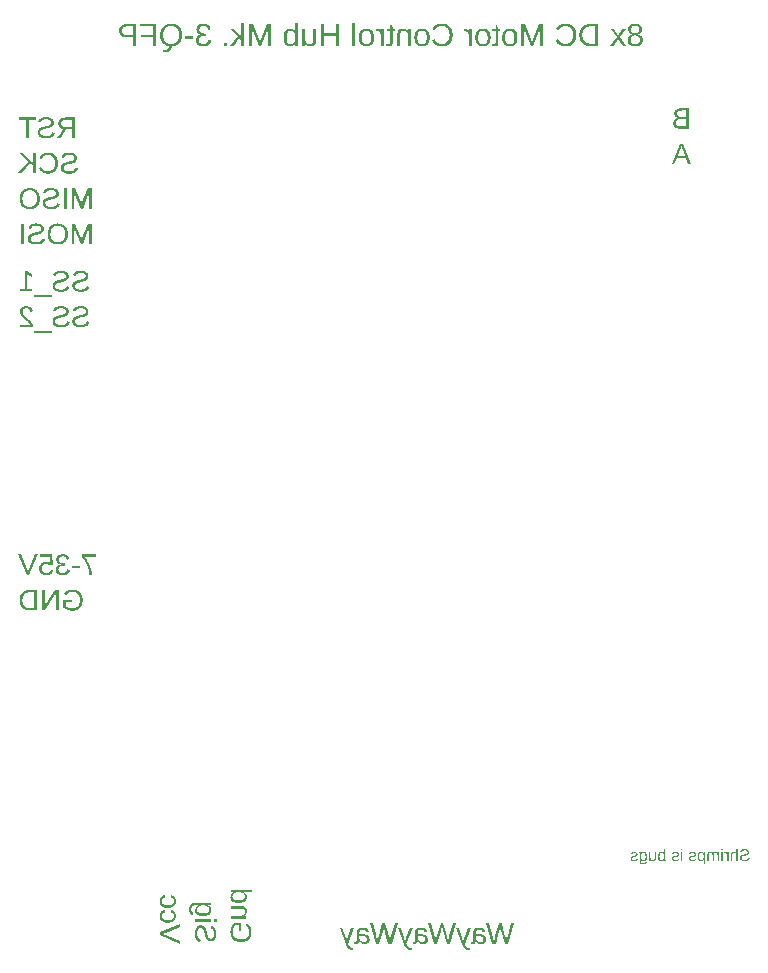
<source format=gbr>
G04 EAGLE Gerber RS-274X export*
G75*
%MOMM*%
%FSLAX34Y34*%
%LPD*%
%INSilkscreen Bottom*%
%IPPOS*%
%AMOC8*
5,1,8,0,0,1.08239X$1,22.5*%
G01*
G04 Define Apertures*
G36*
X315635Y30000D02*
X312838Y30000D01*
X307747Y47286D01*
X310188Y47286D01*
X312669Y38359D01*
X313342Y35905D01*
X313635Y34791D01*
X314175Y32490D01*
X314286Y32061D01*
X314752Y34091D01*
X315365Y36527D01*
X318371Y47286D01*
X320616Y47286D01*
X322976Y38873D01*
X323663Y36371D01*
X324020Y35005D01*
X324384Y33472D01*
X324701Y32061D01*
X325189Y34214D01*
X325719Y36306D01*
X328823Y47286D01*
X331265Y47286D01*
X326173Y30000D01*
X323376Y30000D01*
X320975Y38741D01*
X320319Y41165D01*
X320027Y42293D01*
X319487Y44673D01*
X318990Y42418D01*
X318793Y41597D01*
X318629Y40980D01*
X315635Y30000D01*
G37*
G36*
X364948Y30000D02*
X362150Y30000D01*
X357059Y47286D01*
X359501Y47286D01*
X361982Y38359D01*
X362654Y35905D01*
X362948Y34791D01*
X363488Y32490D01*
X363598Y32061D01*
X364064Y34091D01*
X364678Y36527D01*
X367683Y47286D01*
X369928Y47286D01*
X372289Y38873D01*
X372975Y36371D01*
X373333Y35005D01*
X373696Y33472D01*
X374014Y32061D01*
X374501Y34214D01*
X375032Y36306D01*
X378136Y47286D01*
X380577Y47286D01*
X375486Y30000D01*
X372689Y30000D01*
X370287Y38741D01*
X369632Y41165D01*
X369340Y42293D01*
X368800Y44673D01*
X368303Y42418D01*
X368105Y41597D01*
X367941Y40980D01*
X364948Y30000D01*
G37*
G36*
X414260Y30000D02*
X411463Y30000D01*
X406372Y47286D01*
X408813Y47286D01*
X411294Y38359D01*
X411967Y35905D01*
X412260Y34791D01*
X412800Y32490D01*
X412911Y32061D01*
X413377Y34091D01*
X413990Y36527D01*
X416996Y47286D01*
X419241Y47286D01*
X421601Y38873D01*
X422288Y36371D01*
X422645Y35005D01*
X423009Y33472D01*
X423326Y32061D01*
X423814Y34214D01*
X424344Y36306D01*
X427448Y47286D01*
X429890Y47286D01*
X424798Y30000D01*
X422001Y30000D01*
X419600Y38741D01*
X418944Y41165D01*
X418652Y42293D01*
X418112Y44673D01*
X417615Y42418D01*
X417418Y41597D01*
X417254Y40980D01*
X414260Y30000D01*
G37*
G36*
X303515Y29755D02*
X303121Y29765D01*
X302742Y29794D01*
X302378Y29844D01*
X302029Y29913D01*
X301695Y30001D01*
X301377Y30110D01*
X301073Y30238D01*
X300785Y30386D01*
X300509Y30558D01*
X300241Y30758D01*
X299982Y30985D01*
X299732Y31241D01*
X299490Y31524D01*
X299257Y31834D01*
X299032Y32173D01*
X298816Y32539D01*
X298743Y32539D01*
X298717Y32207D01*
X298675Y31898D01*
X298619Y31612D01*
X298548Y31348D01*
X298461Y31107D01*
X298360Y30889D01*
X298243Y30694D01*
X298111Y30521D01*
X297961Y30370D01*
X297790Y30240D01*
X297598Y30129D01*
X297385Y30038D01*
X297152Y29968D01*
X296897Y29918D01*
X296622Y29887D01*
X296326Y29877D01*
X295892Y29890D01*
X295464Y29926D01*
X295040Y29988D01*
X294620Y30074D01*
X294620Y31448D01*
X295004Y31383D01*
X295344Y31362D01*
X295518Y31370D01*
X295677Y31393D01*
X295822Y31432D01*
X295952Y31486D01*
X296067Y31556D01*
X296168Y31641D01*
X296254Y31742D01*
X296326Y31859D01*
X296438Y32137D01*
X296519Y32477D01*
X296567Y32876D01*
X296583Y33337D01*
X296583Y39054D01*
X296603Y39581D01*
X296662Y40076D01*
X296761Y40538D01*
X296899Y40969D01*
X297077Y41368D01*
X297294Y41735D01*
X297551Y42070D01*
X297847Y42372D01*
X298182Y42641D01*
X298556Y42874D01*
X298969Y43071D01*
X299420Y43233D01*
X299910Y43358D01*
X300439Y43448D01*
X301007Y43501D01*
X301613Y43519D01*
X302192Y43505D01*
X302738Y43463D01*
X303251Y43393D01*
X303731Y43296D01*
X304179Y43170D01*
X304593Y43016D01*
X304975Y42834D01*
X305324Y42624D01*
X305641Y42386D01*
X305924Y42120D01*
X306175Y41826D01*
X306393Y41504D01*
X306578Y41155D01*
X306731Y40777D01*
X306851Y40371D01*
X306938Y39937D01*
X304631Y39729D01*
X304589Y39995D01*
X304530Y40243D01*
X304454Y40472D01*
X304361Y40682D01*
X304252Y40874D01*
X304125Y41047D01*
X303982Y41201D01*
X303822Y41336D01*
X303640Y41454D01*
X303434Y41556D01*
X303202Y41642D01*
X302944Y41713D01*
X302662Y41768D01*
X302354Y41807D01*
X302021Y41831D01*
X301662Y41839D01*
X301307Y41828D01*
X300975Y41795D01*
X300669Y41740D01*
X300386Y41664D01*
X300129Y41566D01*
X299896Y41445D01*
X299687Y41303D01*
X299503Y41139D01*
X299342Y40950D01*
X299203Y40732D01*
X299084Y40486D01*
X298988Y40210D01*
X298913Y39906D01*
X298859Y39573D01*
X298827Y39211D01*
X298816Y38821D01*
X298816Y38097D01*
X301797Y38048D01*
X302526Y38013D01*
X303202Y37947D01*
X303827Y37848D01*
X304400Y37717D01*
X304920Y37553D01*
X305389Y37358D01*
X305806Y37130D01*
X306171Y36870D01*
X306489Y36579D01*
X306764Y36258D01*
X306997Y35907D01*
X307188Y35527D01*
X307336Y35116D01*
X307442Y34676D01*
X307505Y34205D01*
X307526Y33705D01*
X307511Y33257D01*
X307464Y32834D01*
X307385Y32435D01*
X307275Y32061D01*
X307133Y31711D01*
X306961Y31386D01*
X306756Y31086D01*
X306520Y30810D01*
X306253Y30562D01*
X305955Y30348D01*
X305626Y30167D01*
X305266Y30018D01*
X304875Y29903D01*
X304453Y29821D01*
X303999Y29771D01*
X303515Y29755D01*
G37*
%LPC*%
G36*
X303012Y31411D02*
X303274Y31420D01*
X303521Y31448D01*
X303752Y31494D01*
X303967Y31558D01*
X304167Y31641D01*
X304352Y31742D01*
X304521Y31862D01*
X304674Y32000D01*
X304811Y32155D01*
X304929Y32325D01*
X305029Y32510D01*
X305111Y32711D01*
X305175Y32927D01*
X305220Y33159D01*
X305248Y33406D01*
X305257Y33668D01*
X305250Y33911D01*
X305230Y34141D01*
X305196Y34360D01*
X305150Y34567D01*
X305089Y34762D01*
X305015Y34945D01*
X304928Y35116D01*
X304827Y35275D01*
X304589Y35562D01*
X304305Y35809D01*
X303973Y36016D01*
X303595Y36183D01*
X303382Y36252D01*
X303146Y36313D01*
X302602Y36410D01*
X301965Y36473D01*
X301233Y36502D01*
X298816Y36551D01*
X298816Y35459D01*
X298825Y35206D01*
X298850Y34954D01*
X298893Y34703D01*
X298953Y34455D01*
X299029Y34208D01*
X299123Y33963D01*
X299234Y33720D01*
X299362Y33478D01*
X299505Y33244D01*
X299660Y33022D01*
X299828Y32814D01*
X300008Y32618D01*
X300200Y32435D01*
X300405Y32265D01*
X300623Y32107D01*
X300853Y31963D01*
X301093Y31834D01*
X301342Y31721D01*
X301599Y31626D01*
X301865Y31549D01*
X302139Y31488D01*
X302421Y31445D01*
X302712Y31419D01*
X303012Y31411D01*
G37*
%LPD*%
G36*
X352827Y29755D02*
X352433Y29765D01*
X352054Y29794D01*
X351690Y29844D01*
X351341Y29913D01*
X351008Y30001D01*
X350689Y30110D01*
X350386Y30238D01*
X350098Y30386D01*
X349821Y30558D01*
X349554Y30758D01*
X349295Y30985D01*
X349044Y31241D01*
X348802Y31524D01*
X348569Y31834D01*
X348345Y32173D01*
X348129Y32539D01*
X348055Y32539D01*
X348029Y32207D01*
X347988Y31898D01*
X347932Y31612D01*
X347860Y31348D01*
X347774Y31107D01*
X347672Y30889D01*
X347555Y30694D01*
X347423Y30521D01*
X347273Y30370D01*
X347102Y30240D01*
X346911Y30129D01*
X346698Y30038D01*
X346464Y29968D01*
X346210Y29918D01*
X345934Y29887D01*
X345638Y29877D01*
X345205Y29890D01*
X344776Y29926D01*
X344352Y29988D01*
X343933Y30074D01*
X343933Y31448D01*
X344316Y31383D01*
X344657Y31362D01*
X344830Y31370D01*
X344990Y31393D01*
X345134Y31432D01*
X345264Y31486D01*
X345379Y31556D01*
X345480Y31641D01*
X345567Y31742D01*
X345638Y31859D01*
X345751Y32137D01*
X345831Y32477D01*
X345880Y32876D01*
X345896Y33337D01*
X345896Y39054D01*
X345916Y39581D01*
X345975Y40076D01*
X346074Y40538D01*
X346212Y40969D01*
X346389Y41368D01*
X346607Y41735D01*
X346863Y42070D01*
X347159Y42372D01*
X347495Y42641D01*
X347869Y42874D01*
X348281Y43071D01*
X348733Y43233D01*
X349223Y43358D01*
X349752Y43448D01*
X350319Y43501D01*
X350926Y43519D01*
X351504Y43505D01*
X352050Y43463D01*
X352563Y43393D01*
X353044Y43296D01*
X353491Y43170D01*
X353906Y43016D01*
X354288Y42834D01*
X354637Y42624D01*
X354953Y42386D01*
X355237Y42120D01*
X355488Y41826D01*
X355706Y41504D01*
X355891Y41155D01*
X356043Y40777D01*
X356163Y40371D01*
X356250Y39937D01*
X353944Y39729D01*
X353902Y39995D01*
X353842Y40243D01*
X353767Y40472D01*
X353674Y40682D01*
X353564Y40874D01*
X353438Y41047D01*
X353294Y41201D01*
X353134Y41336D01*
X352953Y41454D01*
X352746Y41556D01*
X352514Y41642D01*
X352257Y41713D01*
X351974Y41768D01*
X351666Y41807D01*
X351333Y41831D01*
X350975Y41839D01*
X350619Y41828D01*
X350288Y41795D01*
X349981Y41740D01*
X349699Y41664D01*
X349441Y41566D01*
X349208Y41445D01*
X349000Y41303D01*
X348816Y41139D01*
X348655Y40950D01*
X348515Y40732D01*
X348397Y40486D01*
X348300Y40210D01*
X348225Y39906D01*
X348172Y39573D01*
X348139Y39211D01*
X348129Y38821D01*
X348129Y38097D01*
X351110Y38048D01*
X351838Y38013D01*
X352515Y37947D01*
X353139Y37848D01*
X353712Y37717D01*
X354233Y37553D01*
X354702Y37358D01*
X355118Y37130D01*
X355483Y36870D01*
X355801Y36579D01*
X356076Y36258D01*
X356309Y35907D01*
X356500Y35527D01*
X356648Y35116D01*
X356754Y34676D01*
X356818Y34205D01*
X356839Y33705D01*
X356823Y33257D01*
X356776Y32834D01*
X356697Y32435D01*
X356587Y32061D01*
X356446Y31711D01*
X356273Y31386D01*
X356069Y31086D01*
X355833Y30810D01*
X355566Y30562D01*
X355268Y30348D01*
X354939Y30167D01*
X354579Y30018D01*
X354187Y29903D01*
X353765Y29821D01*
X353312Y29771D01*
X352827Y29755D01*
G37*
%LPC*%
G36*
X352324Y31411D02*
X352586Y31420D01*
X352833Y31448D01*
X353064Y31494D01*
X353280Y31558D01*
X353480Y31641D01*
X353664Y31742D01*
X353833Y31862D01*
X353987Y32000D01*
X354123Y32155D01*
X354242Y32325D01*
X354342Y32510D01*
X354424Y32711D01*
X354487Y32927D01*
X354533Y33159D01*
X354560Y33406D01*
X354569Y33668D01*
X354563Y33911D01*
X354543Y34141D01*
X354509Y34360D01*
X354462Y34567D01*
X354402Y34762D01*
X354328Y34945D01*
X354241Y35116D01*
X354140Y35275D01*
X353902Y35562D01*
X353617Y35809D01*
X353285Y36016D01*
X352907Y36183D01*
X352694Y36252D01*
X352458Y36313D01*
X351915Y36410D01*
X351277Y36473D01*
X350545Y36502D01*
X348129Y36551D01*
X348129Y35459D01*
X348137Y35206D01*
X348163Y34954D01*
X348205Y34703D01*
X348265Y34455D01*
X348342Y34208D01*
X348436Y33963D01*
X348547Y33720D01*
X348675Y33478D01*
X348817Y33244D01*
X348972Y33022D01*
X349140Y32814D01*
X349320Y32618D01*
X349513Y32435D01*
X349718Y32265D01*
X349935Y32107D01*
X350165Y31963D01*
X350406Y31834D01*
X350654Y31721D01*
X350912Y31626D01*
X351177Y31549D01*
X351451Y31488D01*
X351734Y31445D01*
X352025Y31419D01*
X352324Y31411D01*
G37*
%LPD*%
G36*
X402140Y29755D02*
X401746Y29765D01*
X401367Y29794D01*
X401003Y29844D01*
X400654Y29913D01*
X400320Y30001D01*
X400002Y30110D01*
X399698Y30238D01*
X399410Y30386D01*
X399134Y30558D01*
X398866Y30758D01*
X398607Y30985D01*
X398357Y31241D01*
X398115Y31524D01*
X397882Y31834D01*
X397657Y32173D01*
X397441Y32539D01*
X397368Y32539D01*
X397342Y32207D01*
X397300Y31898D01*
X397244Y31612D01*
X397173Y31348D01*
X397086Y31107D01*
X396985Y30889D01*
X396868Y30694D01*
X396736Y30521D01*
X396586Y30370D01*
X396415Y30240D01*
X396223Y30129D01*
X396010Y30038D01*
X395777Y29968D01*
X395522Y29918D01*
X395247Y29887D01*
X394951Y29877D01*
X394517Y29890D01*
X394089Y29926D01*
X393665Y29988D01*
X393245Y30074D01*
X393245Y31448D01*
X393629Y31383D01*
X393969Y31362D01*
X394143Y31370D01*
X394302Y31393D01*
X394447Y31432D01*
X394577Y31486D01*
X394692Y31556D01*
X394793Y31641D01*
X394879Y31742D01*
X394951Y31859D01*
X395063Y32137D01*
X395144Y32477D01*
X395192Y32876D01*
X395208Y33337D01*
X395208Y39054D01*
X395228Y39581D01*
X395287Y40076D01*
X395386Y40538D01*
X395524Y40969D01*
X395702Y41368D01*
X395919Y41735D01*
X396176Y42070D01*
X396472Y42372D01*
X396807Y42641D01*
X397181Y42874D01*
X397594Y43071D01*
X398045Y43233D01*
X398535Y43358D01*
X399064Y43448D01*
X399632Y43501D01*
X400238Y43519D01*
X400817Y43505D01*
X401363Y43463D01*
X401876Y43393D01*
X402356Y43296D01*
X402804Y43170D01*
X403218Y43016D01*
X403600Y42834D01*
X403949Y42624D01*
X404266Y42386D01*
X404549Y42120D01*
X404800Y41826D01*
X405018Y41504D01*
X405203Y41155D01*
X405356Y40777D01*
X405476Y40371D01*
X405563Y39937D01*
X403256Y39729D01*
X403214Y39995D01*
X403155Y40243D01*
X403079Y40472D01*
X402986Y40682D01*
X402877Y40874D01*
X402750Y41047D01*
X402607Y41201D01*
X402447Y41336D01*
X402265Y41454D01*
X402059Y41556D01*
X401827Y41642D01*
X401569Y41713D01*
X401287Y41768D01*
X400979Y41807D01*
X400646Y41831D01*
X400287Y41839D01*
X399932Y41828D01*
X399600Y41795D01*
X399294Y41740D01*
X399011Y41664D01*
X398754Y41566D01*
X398521Y41445D01*
X398312Y41303D01*
X398128Y41139D01*
X397967Y40950D01*
X397828Y40732D01*
X397709Y40486D01*
X397613Y40210D01*
X397538Y39906D01*
X397484Y39573D01*
X397452Y39211D01*
X397441Y38821D01*
X397441Y38097D01*
X400422Y38048D01*
X401151Y38013D01*
X401827Y37947D01*
X402452Y37848D01*
X403025Y37717D01*
X403545Y37553D01*
X404014Y37358D01*
X404431Y37130D01*
X404796Y36870D01*
X405114Y36579D01*
X405389Y36258D01*
X405622Y35907D01*
X405813Y35527D01*
X405961Y35116D01*
X406067Y34676D01*
X406130Y34205D01*
X406151Y33705D01*
X406136Y33257D01*
X406089Y32834D01*
X406010Y32435D01*
X405900Y32061D01*
X405758Y31711D01*
X405586Y31386D01*
X405381Y31086D01*
X405145Y30810D01*
X404878Y30562D01*
X404580Y30348D01*
X404251Y30167D01*
X403891Y30018D01*
X403500Y29903D01*
X403078Y29821D01*
X402624Y29771D01*
X402140Y29755D01*
G37*
%LPC*%
G36*
X401637Y31411D02*
X401899Y31420D01*
X402146Y31448D01*
X402377Y31494D01*
X402592Y31558D01*
X402792Y31641D01*
X402977Y31742D01*
X403146Y31862D01*
X403299Y32000D01*
X403436Y32155D01*
X403554Y32325D01*
X403654Y32510D01*
X403736Y32711D01*
X403800Y32927D01*
X403845Y33159D01*
X403873Y33406D01*
X403882Y33668D01*
X403875Y33911D01*
X403855Y34141D01*
X403821Y34360D01*
X403775Y34567D01*
X403714Y34762D01*
X403640Y34945D01*
X403553Y35116D01*
X403452Y35275D01*
X403214Y35562D01*
X402930Y35809D01*
X402598Y36016D01*
X402220Y36183D01*
X402007Y36252D01*
X401771Y36313D01*
X401227Y36410D01*
X400590Y36473D01*
X399858Y36502D01*
X397441Y36551D01*
X397441Y35459D01*
X397450Y35206D01*
X397475Y34954D01*
X397518Y34703D01*
X397578Y34455D01*
X397654Y34208D01*
X397748Y33963D01*
X397859Y33720D01*
X397987Y33478D01*
X398130Y33244D01*
X398285Y33022D01*
X398453Y32814D01*
X398633Y32618D01*
X398825Y32435D01*
X399030Y32265D01*
X399248Y32107D01*
X399478Y31963D01*
X399718Y31834D01*
X399967Y31721D01*
X400224Y31626D01*
X400490Y31549D01*
X400764Y31488D01*
X401046Y31445D01*
X401337Y31419D01*
X401637Y31411D01*
G37*
%LPD*%
G36*
X292282Y24786D02*
X292012Y24794D01*
X291750Y24818D01*
X291495Y24858D01*
X291247Y24913D01*
X291006Y24985D01*
X290772Y25072D01*
X290545Y25176D01*
X290325Y25295D01*
X290111Y25431D01*
X289902Y25583D01*
X289499Y25936D01*
X289114Y26356D01*
X288749Y26841D01*
X288386Y27427D01*
X288009Y28149D01*
X287619Y29007D01*
X287215Y30000D01*
X282112Y43274D01*
X284443Y43274D01*
X287350Y34821D01*
X288209Y32405D01*
X288353Y32865D01*
X288712Y33926D01*
X289264Y35527D01*
X289411Y35938D01*
X292208Y43274D01*
X294564Y43274D01*
X289301Y30061D01*
X289509Y29534D01*
X289663Y29167D01*
X289823Y28824D01*
X289990Y28504D01*
X290164Y28208D01*
X290345Y27936D01*
X290532Y27687D01*
X290726Y27462D01*
X290926Y27261D01*
X291134Y27084D01*
X291348Y26930D01*
X291568Y26800D01*
X291796Y26693D01*
X292030Y26610D01*
X292271Y26551D01*
X292518Y26515D01*
X292773Y26504D01*
X293312Y26522D01*
X293803Y26577D01*
X293803Y24921D01*
X293478Y24862D01*
X293116Y24820D01*
X292717Y24795D01*
X292282Y24786D01*
G37*
G36*
X341594Y24786D02*
X341325Y24794D01*
X341063Y24818D01*
X340807Y24858D01*
X340559Y24913D01*
X340318Y24985D01*
X340084Y25072D01*
X339857Y25176D01*
X339638Y25295D01*
X339424Y25431D01*
X339215Y25583D01*
X338811Y25936D01*
X338426Y26356D01*
X338061Y26841D01*
X337698Y27427D01*
X337322Y28149D01*
X336932Y29007D01*
X336528Y30000D01*
X331424Y43274D01*
X333755Y43274D01*
X336663Y34821D01*
X337521Y32405D01*
X337665Y32865D01*
X338024Y33926D01*
X338576Y35527D01*
X338724Y35938D01*
X341521Y43274D01*
X343876Y43274D01*
X338613Y30061D01*
X338822Y29534D01*
X338975Y29167D01*
X339136Y28824D01*
X339303Y28504D01*
X339477Y28208D01*
X339657Y27936D01*
X339844Y27687D01*
X340038Y27462D01*
X340239Y27261D01*
X340446Y27084D01*
X340660Y26930D01*
X340881Y26800D01*
X341108Y26693D01*
X341342Y26610D01*
X341583Y26551D01*
X341831Y26515D01*
X342085Y26504D01*
X342625Y26522D01*
X343116Y26577D01*
X343116Y24921D01*
X342790Y24862D01*
X342429Y24820D01*
X342030Y24795D01*
X341594Y24786D01*
G37*
G36*
X390907Y24786D02*
X390637Y24794D01*
X390375Y24818D01*
X390120Y24858D01*
X389872Y24913D01*
X389631Y24985D01*
X389397Y25072D01*
X389170Y25176D01*
X388950Y25295D01*
X388736Y25431D01*
X388527Y25583D01*
X388124Y25936D01*
X387739Y26356D01*
X387374Y26841D01*
X387011Y27427D01*
X386634Y28149D01*
X386244Y29007D01*
X385840Y30000D01*
X380737Y43274D01*
X383068Y43274D01*
X385975Y34821D01*
X386834Y32405D01*
X386978Y32865D01*
X387337Y33926D01*
X387889Y35527D01*
X388036Y35938D01*
X390833Y43274D01*
X393189Y43274D01*
X387926Y30061D01*
X388134Y29534D01*
X388288Y29167D01*
X388448Y28824D01*
X388615Y28504D01*
X388789Y28208D01*
X388970Y27936D01*
X389157Y27687D01*
X389351Y27462D01*
X389551Y27261D01*
X389759Y27084D01*
X389973Y26930D01*
X390193Y26800D01*
X390421Y26693D01*
X390655Y26610D01*
X390896Y26551D01*
X391143Y26515D01*
X391398Y26504D01*
X391937Y26522D01*
X392428Y26577D01*
X392428Y24921D01*
X392103Y24862D01*
X391741Y24820D01*
X391342Y24795D01*
X390907Y24786D01*
G37*
G36*
X134926Y784845D02*
X134353Y784863D01*
X133767Y784918D01*
X133167Y785010D01*
X132555Y785138D01*
X132555Y786923D01*
X132950Y786847D01*
X133337Y786793D01*
X133716Y786761D01*
X134087Y786750D01*
X134419Y786761D01*
X134736Y786796D01*
X135039Y786855D01*
X135327Y786936D01*
X135600Y787041D01*
X135859Y787169D01*
X136102Y787321D01*
X136331Y787496D01*
X136547Y787697D01*
X136753Y787927D01*
X136948Y788186D01*
X137132Y788475D01*
X137306Y788792D01*
X137469Y789139D01*
X137621Y789515D01*
X137763Y789920D01*
X137325Y789987D01*
X136898Y790069D01*
X136484Y790168D01*
X136082Y790284D01*
X135692Y790416D01*
X135315Y790564D01*
X134949Y790728D01*
X134596Y790909D01*
X134255Y791106D01*
X133926Y791320D01*
X133609Y791550D01*
X133305Y791796D01*
X133012Y792058D01*
X132732Y792337D01*
X132464Y792632D01*
X132208Y792944D01*
X131966Y793269D01*
X131740Y793605D01*
X131529Y793953D01*
X131334Y794311D01*
X131155Y794680D01*
X130991Y795061D01*
X130842Y795452D01*
X130710Y795855D01*
X130593Y796268D01*
X130491Y796693D01*
X130405Y797128D01*
X130335Y797575D01*
X130280Y798032D01*
X130241Y798501D01*
X130218Y798980D01*
X130210Y799471D01*
X130228Y800198D01*
X130280Y800901D01*
X130367Y801579D01*
X130488Y802232D01*
X130645Y802861D01*
X130836Y803465D01*
X131062Y804045D01*
X131323Y804600D01*
X131616Y805126D01*
X131941Y805621D01*
X132296Y806083D01*
X132683Y806513D01*
X133101Y806911D01*
X133549Y807276D01*
X134029Y807609D01*
X134540Y807910D01*
X135078Y808177D01*
X135639Y808408D01*
X136225Y808604D01*
X136834Y808764D01*
X137467Y808889D01*
X138124Y808978D01*
X138804Y809031D01*
X139508Y809049D01*
X140050Y809039D01*
X140577Y809009D01*
X141089Y808960D01*
X141585Y808890D01*
X142067Y808801D01*
X142534Y808692D01*
X142985Y808563D01*
X143421Y808415D01*
X143842Y808246D01*
X144249Y808058D01*
X144640Y807849D01*
X145016Y807621D01*
X145376Y807374D01*
X145722Y807106D01*
X146053Y806819D01*
X146369Y806511D01*
X146667Y806186D01*
X146946Y805846D01*
X147206Y805491D01*
X147447Y805120D01*
X147668Y804733D01*
X147870Y804332D01*
X148053Y803915D01*
X148217Y803482D01*
X148361Y803035D01*
X148486Y802572D01*
X148592Y802093D01*
X148679Y801600D01*
X148746Y801091D01*
X148794Y800566D01*
X148823Y800026D01*
X148833Y799471D01*
X148817Y798773D01*
X148770Y798095D01*
X148691Y797440D01*
X148581Y796805D01*
X148440Y796192D01*
X148267Y795601D01*
X148063Y795031D01*
X147827Y794482D01*
X147562Y793959D01*
X147268Y793466D01*
X146945Y793002D01*
X146595Y792568D01*
X146216Y792163D01*
X145809Y791788D01*
X145374Y791442D01*
X144910Y791126D01*
X144421Y790841D01*
X143909Y790590D01*
X143374Y790372D01*
X142817Y790188D01*
X142237Y790038D01*
X141634Y789921D01*
X141009Y789837D01*
X140361Y789787D01*
X140147Y789145D01*
X139918Y788550D01*
X139675Y788003D01*
X139417Y787504D01*
X139144Y787052D01*
X138856Y786649D01*
X138553Y786292D01*
X138236Y785984D01*
X137900Y785717D01*
X137542Y785485D01*
X137162Y785290D01*
X136759Y785130D01*
X136334Y785005D01*
X135887Y784916D01*
X135418Y784863D01*
X134926Y784845D01*
G37*
%LPC*%
G36*
X139535Y791798D02*
X139924Y791806D01*
X140303Y791831D01*
X140670Y791871D01*
X141027Y791928D01*
X141373Y792001D01*
X141709Y792090D01*
X142033Y792195D01*
X142347Y792316D01*
X142650Y792454D01*
X142943Y792607D01*
X143224Y792777D01*
X143495Y792963D01*
X143755Y793166D01*
X144004Y793384D01*
X144243Y793619D01*
X144470Y793870D01*
X144686Y794134D01*
X144887Y794410D01*
X145075Y794698D01*
X145248Y794997D01*
X145408Y795307D01*
X145554Y795628D01*
X145686Y795961D01*
X145804Y796306D01*
X145908Y796662D01*
X145999Y797029D01*
X146075Y797407D01*
X146137Y797797D01*
X146186Y798199D01*
X146221Y798611D01*
X146242Y799036D01*
X146249Y799471D01*
X146242Y799910D01*
X146221Y800336D01*
X146187Y800749D01*
X146139Y801150D01*
X146077Y801539D01*
X146001Y801916D01*
X145912Y802280D01*
X145809Y802632D01*
X145692Y802971D01*
X145562Y803298D01*
X145418Y803612D01*
X145260Y803915D01*
X145088Y804204D01*
X144902Y804482D01*
X144703Y804747D01*
X144490Y804999D01*
X144265Y805238D01*
X144028Y805461D01*
X143779Y805669D01*
X143520Y805862D01*
X143248Y806039D01*
X142965Y806201D01*
X142671Y806347D01*
X142366Y806478D01*
X142048Y806593D01*
X141720Y806694D01*
X141380Y806778D01*
X141029Y806848D01*
X140666Y806902D01*
X140291Y806940D01*
X139905Y806963D01*
X139508Y806971D01*
X139114Y806963D01*
X138732Y806940D01*
X138360Y806901D01*
X138000Y806846D01*
X137651Y806776D01*
X137314Y806690D01*
X136988Y806588D01*
X136673Y806471D01*
X136369Y806339D01*
X136077Y806190D01*
X135795Y806026D01*
X135526Y805847D01*
X135267Y805652D01*
X135020Y805441D01*
X134784Y805215D01*
X134560Y804973D01*
X134347Y804717D01*
X134149Y804450D01*
X133964Y804170D01*
X133793Y803880D01*
X133636Y803577D01*
X133492Y803262D01*
X133362Y802936D01*
X133246Y802598D01*
X133143Y802249D01*
X133054Y801887D01*
X132979Y801514D01*
X132917Y801129D01*
X132869Y800732D01*
X132835Y800324D01*
X132815Y799903D01*
X132808Y799471D01*
X132815Y799020D01*
X132835Y798581D01*
X132869Y798156D01*
X132916Y797743D01*
X132978Y797344D01*
X133052Y796957D01*
X133141Y796583D01*
X133242Y796223D01*
X133358Y795875D01*
X133487Y795540D01*
X133629Y795218D01*
X133786Y794909D01*
X133955Y794613D01*
X134139Y794330D01*
X134336Y794060D01*
X134546Y793803D01*
X134769Y793560D01*
X135004Y793333D01*
X135251Y793122D01*
X135510Y792926D01*
X135780Y792746D01*
X136063Y792581D01*
X136357Y792433D01*
X136663Y792300D01*
X136980Y792182D01*
X137310Y792080D01*
X137651Y791994D01*
X138004Y791924D01*
X138369Y791869D01*
X138746Y791830D01*
X139135Y791806D01*
X139535Y791798D01*
G37*
%LPD*%
G36*
X501325Y790000D02*
X494304Y790000D01*
X493635Y790018D01*
X492986Y790072D01*
X492356Y790163D01*
X491747Y790290D01*
X491157Y790453D01*
X490588Y790652D01*
X490038Y790887D01*
X489509Y791159D01*
X489004Y791465D01*
X488529Y791802D01*
X488083Y792171D01*
X487667Y792573D01*
X487281Y793006D01*
X486924Y793471D01*
X486596Y793967D01*
X486299Y794496D01*
X486033Y795052D01*
X485803Y795630D01*
X485609Y796231D01*
X485449Y796855D01*
X485326Y797502D01*
X485237Y798171D01*
X485184Y798863D01*
X485166Y799578D01*
X485176Y800121D01*
X485207Y800649D01*
X485257Y801160D01*
X485328Y801656D01*
X485419Y802136D01*
X485531Y802601D01*
X485662Y803050D01*
X485814Y803482D01*
X485986Y803900D01*
X486178Y804301D01*
X486391Y804687D01*
X486624Y805056D01*
X486877Y805410D01*
X487150Y805749D01*
X487444Y806071D01*
X487757Y806378D01*
X488090Y806668D01*
X488439Y806938D01*
X488805Y807191D01*
X489189Y807424D01*
X489589Y807639D01*
X490007Y807835D01*
X490441Y808013D01*
X490893Y808171D01*
X491361Y808312D01*
X491847Y808433D01*
X492349Y808536D01*
X492869Y808620D01*
X493405Y808685D01*
X493959Y808732D01*
X494529Y808760D01*
X495117Y808769D01*
X501325Y808769D01*
X501325Y790000D01*
G37*
%LPC*%
G36*
X498780Y792038D02*
X498780Y806731D01*
X495170Y806731D01*
X494724Y806724D01*
X494291Y806702D01*
X493872Y806667D01*
X493466Y806617D01*
X493073Y806552D01*
X492694Y806474D01*
X492328Y806380D01*
X491975Y806273D01*
X491636Y806152D01*
X491310Y806016D01*
X490997Y805865D01*
X490698Y805701D01*
X490413Y805522D01*
X490140Y805329D01*
X489881Y805121D01*
X489636Y804899D01*
X489404Y804664D01*
X489187Y804416D01*
X488986Y804154D01*
X488799Y803880D01*
X488627Y803593D01*
X488471Y803293D01*
X488329Y802979D01*
X488202Y802653D01*
X488090Y802314D01*
X487993Y801962D01*
X487911Y801597D01*
X487843Y801219D01*
X487791Y800828D01*
X487754Y800424D01*
X487731Y800008D01*
X487724Y799578D01*
X487737Y799008D01*
X487776Y798457D01*
X487842Y797926D01*
X487934Y797413D01*
X488052Y796920D01*
X488196Y796446D01*
X488366Y795991D01*
X488563Y795555D01*
X488784Y795141D01*
X489028Y794752D01*
X489295Y794388D01*
X489584Y794050D01*
X489896Y793736D01*
X490230Y793447D01*
X490588Y793183D01*
X490968Y792944D01*
X491367Y792732D01*
X491781Y792548D01*
X492212Y792392D01*
X492658Y792265D01*
X493119Y792165D01*
X493596Y792095D01*
X494089Y792052D01*
X494598Y792038D01*
X498780Y792038D01*
G37*
%LPD*%
G36*
X532407Y789734D02*
X531657Y789756D01*
X530952Y789824D01*
X530292Y789938D01*
X529676Y790097D01*
X529106Y790301D01*
X528581Y790550D01*
X528100Y790845D01*
X527665Y791186D01*
X527278Y791566D01*
X526942Y791983D01*
X526658Y792436D01*
X526426Y792924D01*
X526329Y793182D01*
X526245Y793448D01*
X526174Y793724D01*
X526116Y794008D01*
X526071Y794301D01*
X526039Y794604D01*
X526020Y794915D01*
X526013Y795235D01*
X526029Y795688D01*
X526076Y796122D01*
X526154Y796537D01*
X526263Y796932D01*
X526403Y797308D01*
X526575Y797664D01*
X526778Y798001D01*
X527012Y798319D01*
X527063Y798376D01*
X527274Y798612D01*
X527562Y798876D01*
X527874Y799111D01*
X528211Y799316D01*
X528573Y799492D01*
X528960Y799639D01*
X529372Y799756D01*
X529810Y799844D01*
X529810Y799897D01*
X529433Y799988D01*
X529078Y800106D01*
X528742Y800253D01*
X528427Y800427D01*
X528133Y800629D01*
X527886Y800836D01*
X527859Y800859D01*
X527605Y801117D01*
X527372Y801403D01*
X527163Y801709D01*
X526981Y802028D01*
X526828Y802360D01*
X526702Y802705D01*
X526605Y803063D01*
X526535Y803433D01*
X526493Y803817D01*
X526479Y804213D01*
X526486Y804488D01*
X526504Y804755D01*
X526536Y805015D01*
X526580Y805268D01*
X526705Y805753D01*
X526881Y806208D01*
X527106Y806635D01*
X527382Y807033D01*
X527708Y807403D01*
X528084Y807743D01*
X528504Y808049D01*
X528960Y808315D01*
X529452Y808539D01*
X529981Y808723D01*
X530546Y808865D01*
X531148Y808967D01*
X531786Y809029D01*
X532460Y809049D01*
X533119Y809028D01*
X533744Y808966D01*
X534334Y808862D01*
X534890Y808716D01*
X535411Y808529D01*
X535898Y808300D01*
X536351Y808029D01*
X536770Y807717D01*
X537146Y807371D01*
X537472Y807000D01*
X537748Y806603D01*
X537974Y806182D01*
X538149Y805734D01*
X538275Y805262D01*
X538318Y805016D01*
X538350Y804764D01*
X538369Y804505D01*
X538375Y804240D01*
X538361Y803844D01*
X538320Y803460D01*
X538250Y803089D01*
X538153Y802731D01*
X538029Y802387D01*
X537877Y802055D01*
X537697Y801736D01*
X537489Y801429D01*
X537257Y801143D01*
X537006Y800882D01*
X536734Y800648D01*
X536442Y800440D01*
X536129Y800259D01*
X535797Y800103D01*
X535444Y799974D01*
X535071Y799871D01*
X535071Y799818D01*
X535472Y799736D01*
X535854Y799623D01*
X536218Y799479D01*
X536563Y799305D01*
X536890Y799099D01*
X537199Y798863D01*
X537490Y798597D01*
X537762Y798299D01*
X538009Y797977D01*
X538223Y797636D01*
X538403Y797277D01*
X538551Y796900D01*
X538666Y796505D01*
X538749Y796091D01*
X538798Y795659D01*
X538814Y795208D01*
X538808Y794885D01*
X538788Y794571D01*
X538755Y794267D01*
X538708Y793971D01*
X538649Y793685D01*
X538576Y793409D01*
X538489Y793142D01*
X538390Y792884D01*
X538277Y792636D01*
X538151Y792397D01*
X538012Y792167D01*
X537859Y791947D01*
X537514Y791534D01*
X537116Y791159D01*
X536671Y790825D01*
X536185Y790535D01*
X535658Y790290D01*
X535090Y790090D01*
X534480Y789934D01*
X533830Y789823D01*
X533139Y789756D01*
X532407Y789734D01*
G37*
%LPC*%
G36*
X532380Y791532D02*
X532860Y791547D01*
X533308Y791592D01*
X533725Y791668D01*
X534111Y791774D01*
X534467Y791910D01*
X534791Y792077D01*
X535085Y792274D01*
X535348Y792501D01*
X535580Y792758D01*
X535780Y793046D01*
X535950Y793364D01*
X536090Y793712D01*
X536198Y794091D01*
X536275Y794500D01*
X536321Y794939D01*
X536337Y795408D01*
X536321Y795813D01*
X536273Y796196D01*
X536193Y796557D01*
X536080Y796895D01*
X535936Y797211D01*
X535760Y797505D01*
X535551Y797777D01*
X535311Y798026D01*
X535042Y798249D01*
X534748Y798443D01*
X534429Y798606D01*
X534086Y798740D01*
X533717Y798844D01*
X533323Y798919D01*
X532904Y798963D01*
X532460Y798978D01*
X532004Y798964D01*
X531574Y798923D01*
X531170Y798854D01*
X530792Y798757D01*
X530440Y798632D01*
X530115Y798480D01*
X529816Y798300D01*
X529543Y798092D01*
X529300Y797858D01*
X529089Y797596D01*
X528910Y797307D01*
X528764Y796992D01*
X528650Y796650D01*
X528569Y796280D01*
X528520Y795884D01*
X528504Y795462D01*
X528519Y794966D01*
X528564Y794505D01*
X528639Y794079D01*
X528744Y793688D01*
X528879Y793332D01*
X529044Y793010D01*
X529238Y792723D01*
X529463Y792471D01*
X529719Y792251D01*
X530005Y792060D01*
X530323Y791899D01*
X530672Y791767D01*
X531052Y791664D01*
X531464Y791591D01*
X531907Y791547D01*
X532380Y791532D01*
G37*
G36*
X532434Y800777D02*
X532838Y800790D01*
X533219Y800829D01*
X533577Y800896D01*
X533911Y800988D01*
X534221Y801107D01*
X534508Y801252D01*
X534771Y801424D01*
X535011Y801623D01*
X535225Y801846D01*
X535411Y802093D01*
X535567Y802365D01*
X535696Y802660D01*
X535796Y802979D01*
X535867Y803322D01*
X535910Y803689D01*
X535924Y804080D01*
X535910Y804464D01*
X535868Y804824D01*
X535799Y805159D01*
X535702Y805469D01*
X535578Y805755D01*
X535426Y806016D01*
X535246Y806253D01*
X535038Y806465D01*
X534804Y806652D01*
X534545Y806814D01*
X534260Y806952D01*
X533951Y807064D01*
X533616Y807152D01*
X533256Y807214D01*
X532871Y807251D01*
X532460Y807264D01*
X532038Y807251D01*
X531642Y807214D01*
X531274Y807152D01*
X530933Y807065D01*
X530620Y806953D01*
X530334Y806816D01*
X530075Y806655D01*
X529843Y806468D01*
X529638Y806257D01*
X529461Y806020D01*
X529311Y805759D01*
X529188Y805473D01*
X529093Y805162D01*
X529025Y804826D01*
X528984Y804466D01*
X528970Y804080D01*
X528984Y803659D01*
X529026Y803268D01*
X529095Y802907D01*
X529192Y802577D01*
X529316Y802276D01*
X529469Y802006D01*
X529649Y801766D01*
X529856Y801556D01*
X530090Y801373D01*
X530349Y801215D01*
X530634Y801081D01*
X530943Y800971D01*
X531278Y800886D01*
X531638Y800825D01*
X532023Y800789D01*
X532434Y800777D01*
G37*
%LPD*%
G36*
X240025Y789734D02*
X239699Y789741D01*
X239383Y789763D01*
X239077Y789800D01*
X238782Y789851D01*
X238497Y789918D01*
X238223Y789999D01*
X237959Y790094D01*
X237705Y790205D01*
X237462Y790330D01*
X237229Y790470D01*
X237006Y790624D01*
X236794Y790794D01*
X236592Y790978D01*
X236401Y791177D01*
X236219Y791390D01*
X236049Y791618D01*
X235888Y791861D01*
X235738Y792119D01*
X235598Y792392D01*
X235469Y792679D01*
X235241Y793297D01*
X235054Y793975D01*
X234909Y794711D01*
X234806Y795506D01*
X234744Y796360D01*
X234723Y797273D01*
X234743Y798176D01*
X234803Y799020D01*
X234904Y799805D01*
X235044Y800530D01*
X235225Y801197D01*
X235446Y801804D01*
X235707Y802352D01*
X235853Y802604D01*
X236009Y802841D01*
X236175Y803064D01*
X236353Y803272D01*
X236541Y803466D01*
X236742Y803646D01*
X236953Y803811D01*
X237176Y803962D01*
X237410Y804098D01*
X237655Y804220D01*
X237912Y804328D01*
X238180Y804421D01*
X238459Y804500D01*
X238750Y804565D01*
X239052Y804615D01*
X239365Y804651D01*
X239689Y804672D01*
X240025Y804680D01*
X240423Y804670D01*
X240805Y804642D01*
X241170Y804595D01*
X241518Y804530D01*
X241851Y804446D01*
X242167Y804342D01*
X242466Y804221D01*
X242749Y804080D01*
X243017Y803918D01*
X243271Y803731D01*
X243512Y803520D01*
X243740Y803284D01*
X243954Y803024D01*
X244154Y802739D01*
X244341Y802429D01*
X244514Y802095D01*
X244567Y802095D01*
X244527Y803191D01*
X244514Y804133D01*
X244514Y809768D01*
X246912Y809768D01*
X246912Y792971D01*
X246917Y791941D01*
X246932Y791102D01*
X246957Y790455D01*
X246992Y790000D01*
X244674Y790000D01*
X244641Y790311D01*
X244594Y790979D01*
X244554Y791717D01*
X244541Y792238D01*
X244514Y792238D01*
X244338Y791920D01*
X244149Y791624D01*
X243947Y791351D01*
X243733Y791101D01*
X243506Y790873D01*
X243266Y790668D01*
X243014Y790486D01*
X242749Y790326D01*
X242469Y790187D01*
X242172Y790067D01*
X241857Y789965D01*
X241525Y789882D01*
X241176Y789817D01*
X240810Y789771D01*
X240426Y789743D01*
X240025Y789734D01*
G37*
%LPC*%
G36*
X240664Y791505D02*
X241156Y791526D01*
X241613Y791590D01*
X242034Y791695D01*
X242419Y791843D01*
X242770Y792033D01*
X243084Y792266D01*
X243364Y792540D01*
X243608Y792857D01*
X243820Y793219D01*
X244004Y793626D01*
X244160Y794080D01*
X244288Y794581D01*
X244387Y795128D01*
X244457Y795721D01*
X244500Y796361D01*
X244514Y797047D01*
X244500Y797774D01*
X244456Y798450D01*
X244384Y799076D01*
X244283Y799651D01*
X244152Y800175D01*
X243993Y800648D01*
X243805Y801071D01*
X243588Y801443D01*
X243340Y801767D01*
X243057Y802049D01*
X242739Y802287D01*
X242388Y802482D01*
X242002Y802633D01*
X241581Y802741D01*
X241127Y802806D01*
X240638Y802828D01*
X240204Y802808D01*
X239801Y802746D01*
X239429Y802644D01*
X239089Y802502D01*
X238780Y802318D01*
X238502Y802094D01*
X238255Y801829D01*
X238040Y801523D01*
X237853Y801169D01*
X237690Y800762D01*
X237553Y800302D01*
X237441Y799788D01*
X237353Y799220D01*
X237291Y798598D01*
X237253Y797922D01*
X237241Y797193D01*
X237253Y796467D01*
X237291Y795793D01*
X237354Y795170D01*
X237442Y794601D01*
X237556Y794083D01*
X237694Y793618D01*
X237858Y793205D01*
X238047Y792844D01*
X238264Y792530D01*
X238512Y792258D01*
X238793Y792028D01*
X239104Y791840D01*
X239447Y791694D01*
X239821Y791589D01*
X240227Y791526D01*
X240664Y791505D01*
G37*
%LPD*%
G36*
X110012Y790000D02*
X107468Y790000D01*
X107468Y797313D01*
X101953Y797313D01*
X101585Y797319D01*
X101226Y797338D01*
X100878Y797368D01*
X100539Y797411D01*
X100210Y797467D01*
X99890Y797534D01*
X99580Y797614D01*
X99280Y797706D01*
X98710Y797927D01*
X98178Y798197D01*
X97685Y798517D01*
X97231Y798885D01*
X96823Y799295D01*
X96470Y799739D01*
X96171Y800218D01*
X96042Y800470D01*
X95927Y800730D01*
X95825Y800999D01*
X95737Y801277D01*
X95662Y801563D01*
X95601Y801857D01*
X95553Y802160D01*
X95519Y802472D01*
X95499Y802792D01*
X95492Y803121D01*
X95499Y803453D01*
X95519Y803775D01*
X95553Y804088D01*
X95601Y804391D01*
X95661Y804684D01*
X95736Y804969D01*
X95824Y805244D01*
X95925Y805509D01*
X96040Y805765D01*
X96169Y806011D01*
X96311Y806248D01*
X96466Y806475D01*
X96818Y806902D01*
X97224Y807291D01*
X97679Y807637D01*
X98179Y807937D01*
X98723Y808192D01*
X99312Y808400D01*
X99945Y808561D01*
X100623Y808677D01*
X101346Y808746D01*
X102113Y808769D01*
X110012Y808769D01*
X110012Y790000D01*
G37*
%LPC*%
G36*
X107468Y799325D02*
X107468Y806731D01*
X102419Y806731D01*
X101890Y806717D01*
X101395Y806674D01*
X100934Y806603D01*
X100508Y806504D01*
X100115Y806376D01*
X99757Y806220D01*
X99432Y806035D01*
X99142Y805822D01*
X98886Y805580D01*
X98664Y805311D01*
X98477Y805012D01*
X98323Y804685D01*
X98204Y804330D01*
X98118Y803947D01*
X98067Y803535D01*
X98050Y803094D01*
X98067Y802638D01*
X98117Y802211D01*
X98200Y801813D01*
X98316Y801445D01*
X98466Y801106D01*
X98649Y800797D01*
X98866Y800517D01*
X99116Y800267D01*
X99399Y800046D01*
X99715Y799855D01*
X100065Y799693D01*
X100448Y799560D01*
X100864Y799457D01*
X101314Y799384D01*
X101796Y799339D01*
X102313Y799325D01*
X107468Y799325D01*
G37*
%LPD*%
G36*
X304942Y789734D02*
X304552Y789741D01*
X304173Y789763D01*
X303806Y789799D01*
X303451Y789849D01*
X303108Y789914D01*
X302776Y789994D01*
X302456Y790088D01*
X302148Y790196D01*
X301852Y790319D01*
X301567Y790457D01*
X301295Y790609D01*
X301034Y790775D01*
X300784Y790956D01*
X300547Y791151D01*
X300321Y791361D01*
X300107Y791585D01*
X299905Y791824D01*
X299717Y792078D01*
X299541Y792347D01*
X299378Y792632D01*
X299229Y792931D01*
X299092Y793246D01*
X298969Y793575D01*
X298858Y793920D01*
X298761Y794279D01*
X298676Y794654D01*
X298604Y795044D01*
X298546Y795449D01*
X298500Y795869D01*
X298468Y796304D01*
X298448Y796755D01*
X298442Y797220D01*
X298448Y797690D01*
X298466Y798144D01*
X298497Y798583D01*
X298539Y799006D01*
X298594Y799414D01*
X298661Y799805D01*
X298740Y800181D01*
X298831Y800542D01*
X298935Y800887D01*
X299051Y801216D01*
X299179Y801529D01*
X299319Y801827D01*
X299471Y802109D01*
X299635Y802375D01*
X299812Y802626D01*
X300000Y802861D01*
X300202Y803082D01*
X300417Y803288D01*
X300646Y803479D01*
X300889Y803657D01*
X301145Y803820D01*
X301415Y803969D01*
X301698Y804104D01*
X301995Y804225D01*
X302306Y804332D01*
X302630Y804424D01*
X302968Y804502D01*
X303320Y804566D01*
X303685Y804616D01*
X304064Y804651D01*
X304456Y804673D01*
X304863Y804680D01*
X305260Y804672D01*
X305645Y804651D01*
X306017Y804614D01*
X306377Y804563D01*
X306724Y804498D01*
X307058Y804417D01*
X307380Y804323D01*
X307689Y804213D01*
X307986Y804090D01*
X308270Y803951D01*
X308541Y803798D01*
X308799Y803631D01*
X309046Y803449D01*
X309279Y803252D01*
X309500Y803041D01*
X309708Y802815D01*
X309904Y802574D01*
X310087Y802319D01*
X310257Y802050D01*
X310415Y801766D01*
X310560Y801467D01*
X310692Y801154D01*
X310812Y800826D01*
X310919Y800484D01*
X311014Y800127D01*
X311096Y799755D01*
X311165Y799369D01*
X311222Y798968D01*
X311266Y798553D01*
X311298Y798123D01*
X311317Y797679D01*
X311323Y797220D01*
X311317Y796772D01*
X311298Y796338D01*
X311267Y795916D01*
X311222Y795509D01*
X311166Y795114D01*
X311097Y794733D01*
X311015Y794366D01*
X310920Y794011D01*
X310813Y793670D01*
X310694Y793343D01*
X310561Y793029D01*
X310417Y792728D01*
X310259Y792440D01*
X310089Y792166D01*
X309907Y791906D01*
X309711Y791658D01*
X309504Y791425D01*
X309284Y791207D01*
X309053Y791004D01*
X308809Y790816D01*
X308553Y790643D01*
X308285Y790485D01*
X308005Y790343D01*
X307713Y790215D01*
X307409Y790102D01*
X307093Y790004D01*
X306765Y789922D01*
X306424Y789854D01*
X306072Y789801D01*
X305708Y789764D01*
X305331Y789741D01*
X304942Y789734D01*
G37*
%LPC*%
G36*
X304969Y791505D02*
X305449Y791528D01*
X305895Y791595D01*
X306309Y791707D01*
X306689Y791863D01*
X307036Y792065D01*
X307351Y792311D01*
X307632Y792602D01*
X307880Y792937D01*
X308097Y793317D01*
X308285Y793742D01*
X308444Y794211D01*
X308574Y794724D01*
X308675Y795281D01*
X308748Y795883D01*
X308791Y796529D01*
X308806Y797220D01*
X308791Y797928D01*
X308747Y798588D01*
X308673Y799200D01*
X308571Y799763D01*
X308439Y800277D01*
X308277Y800743D01*
X308087Y801160D01*
X307866Y801529D01*
X307613Y801852D01*
X307324Y802132D01*
X306998Y802369D01*
X306636Y802563D01*
X306237Y802714D01*
X305802Y802822D01*
X305331Y802886D01*
X304823Y802908D01*
X304319Y802887D01*
X303852Y802823D01*
X303424Y802718D01*
X303033Y802570D01*
X302679Y802380D01*
X302364Y802147D01*
X302086Y801873D01*
X301845Y801556D01*
X301638Y801192D01*
X301458Y800778D01*
X301306Y800312D01*
X301181Y799796D01*
X301084Y799228D01*
X301015Y798610D01*
X300973Y797940D01*
X300960Y797220D01*
X300974Y796508D01*
X301017Y795845D01*
X301090Y795231D01*
X301191Y794666D01*
X301321Y794149D01*
X301480Y793681D01*
X301668Y793261D01*
X301885Y792891D01*
X302136Y792566D01*
X302425Y792285D01*
X302753Y792046D01*
X303119Y791852D01*
X303524Y791700D01*
X303967Y791592D01*
X304449Y791527D01*
X304969Y791505D01*
G37*
%LPD*%
G36*
X352005Y789734D02*
X351615Y789741D01*
X351236Y789763D01*
X350869Y789799D01*
X350514Y789849D01*
X350170Y789914D01*
X349839Y789994D01*
X349519Y790088D01*
X349211Y790196D01*
X348915Y790319D01*
X348630Y790457D01*
X348357Y790609D01*
X348096Y790775D01*
X347847Y790956D01*
X347609Y791151D01*
X347383Y791361D01*
X347169Y791585D01*
X346968Y791824D01*
X346779Y792078D01*
X346604Y792347D01*
X346441Y792632D01*
X346291Y792931D01*
X346155Y793246D01*
X346031Y793575D01*
X345921Y793920D01*
X345823Y794279D01*
X345739Y794654D01*
X345667Y795044D01*
X345608Y795449D01*
X345563Y795869D01*
X345530Y796304D01*
X345511Y796755D01*
X345504Y797220D01*
X345510Y797690D01*
X345529Y798144D01*
X345559Y798583D01*
X345602Y799006D01*
X345657Y799414D01*
X345724Y799805D01*
X345803Y800181D01*
X345894Y800542D01*
X345997Y800887D01*
X346113Y801216D01*
X346241Y801529D01*
X346381Y801827D01*
X346533Y802109D01*
X346698Y802375D01*
X346874Y802626D01*
X347063Y802861D01*
X347265Y803082D01*
X347480Y803288D01*
X347709Y803479D01*
X347951Y803657D01*
X348207Y803820D01*
X348477Y803969D01*
X348761Y804104D01*
X349058Y804225D01*
X349368Y804332D01*
X349693Y804424D01*
X350031Y804502D01*
X350382Y804566D01*
X350748Y804616D01*
X351126Y804651D01*
X351519Y804673D01*
X351925Y804680D01*
X352323Y804672D01*
X352707Y804651D01*
X353080Y804614D01*
X353439Y804563D01*
X353786Y804498D01*
X354121Y804417D01*
X354442Y804323D01*
X354752Y804213D01*
X355048Y804090D01*
X355332Y803951D01*
X355603Y803798D01*
X355862Y803631D01*
X356108Y803449D01*
X356341Y803252D01*
X356562Y803041D01*
X356771Y802815D01*
X356966Y802574D01*
X357149Y802319D01*
X357319Y802050D01*
X357477Y801766D01*
X357622Y801467D01*
X357755Y801154D01*
X357875Y800826D01*
X357982Y800484D01*
X358077Y800127D01*
X358159Y799755D01*
X358228Y799369D01*
X358285Y798968D01*
X358329Y798553D01*
X358360Y798123D01*
X358379Y797679D01*
X358386Y797220D01*
X358379Y796772D01*
X358360Y796338D01*
X358329Y795916D01*
X358285Y795509D01*
X358228Y795114D01*
X358159Y794733D01*
X358077Y794366D01*
X357983Y794011D01*
X357876Y793670D01*
X357756Y793343D01*
X357624Y793029D01*
X357479Y792728D01*
X357322Y792440D01*
X357152Y792166D01*
X356969Y791906D01*
X356774Y791658D01*
X356566Y791425D01*
X356347Y791207D01*
X356115Y791004D01*
X355871Y790816D01*
X355616Y790643D01*
X355348Y790485D01*
X355068Y790343D01*
X354776Y790215D01*
X354472Y790102D01*
X354155Y790004D01*
X353827Y789922D01*
X353487Y789854D01*
X353135Y789801D01*
X352770Y789764D01*
X352394Y789741D01*
X352005Y789734D01*
G37*
%LPC*%
G36*
X352032Y791505D02*
X352511Y791528D01*
X352958Y791595D01*
X353371Y791707D01*
X353752Y791863D01*
X354099Y792065D01*
X354413Y792311D01*
X354694Y792602D01*
X354942Y792937D01*
X355159Y793317D01*
X355347Y793742D01*
X355506Y794211D01*
X355637Y794724D01*
X355738Y795281D01*
X355810Y795883D01*
X355854Y796529D01*
X355868Y797220D01*
X355853Y797928D01*
X355809Y798588D01*
X355736Y799200D01*
X355633Y799763D01*
X355501Y800277D01*
X355340Y800743D01*
X355149Y801160D01*
X354929Y801529D01*
X354676Y801852D01*
X354386Y802132D01*
X354061Y802369D01*
X353698Y802563D01*
X353300Y802714D01*
X352865Y802822D01*
X352393Y802886D01*
X351885Y802908D01*
X351381Y802887D01*
X350915Y802823D01*
X350486Y802718D01*
X350095Y802570D01*
X349742Y802380D01*
X349426Y802147D01*
X349148Y801873D01*
X348908Y801556D01*
X348700Y801192D01*
X348520Y800778D01*
X348368Y800312D01*
X348243Y799796D01*
X348147Y799228D01*
X348077Y798610D01*
X348036Y797940D01*
X348022Y797220D01*
X348036Y796508D01*
X348080Y795845D01*
X348152Y795231D01*
X348253Y794666D01*
X348384Y794149D01*
X348543Y793681D01*
X348731Y793261D01*
X348948Y792891D01*
X349199Y792566D01*
X349488Y792285D01*
X349815Y792046D01*
X350182Y791852D01*
X350586Y791700D01*
X351030Y791592D01*
X351511Y791527D01*
X352032Y791505D01*
G37*
%LPD*%
G36*
X403567Y789734D02*
X403177Y789741D01*
X402798Y789763D01*
X402431Y789799D01*
X402076Y789849D01*
X401733Y789914D01*
X401401Y789994D01*
X401081Y790088D01*
X400773Y790196D01*
X400477Y790319D01*
X400192Y790457D01*
X399920Y790609D01*
X399659Y790775D01*
X399409Y790956D01*
X399172Y791151D01*
X398946Y791361D01*
X398732Y791585D01*
X398530Y791824D01*
X398342Y792078D01*
X398166Y792347D01*
X398003Y792632D01*
X397854Y792931D01*
X397717Y793246D01*
X397594Y793575D01*
X397483Y793920D01*
X397386Y794279D01*
X397301Y794654D01*
X397229Y795044D01*
X397171Y795449D01*
X397125Y795869D01*
X397093Y796304D01*
X397073Y796755D01*
X397067Y797220D01*
X397073Y797690D01*
X397091Y798144D01*
X397122Y798583D01*
X397164Y799006D01*
X397219Y799414D01*
X397286Y799805D01*
X397365Y800181D01*
X397456Y800542D01*
X397560Y800887D01*
X397676Y801216D01*
X397804Y801529D01*
X397944Y801827D01*
X398096Y802109D01*
X398260Y802375D01*
X398437Y802626D01*
X398625Y802861D01*
X398827Y803082D01*
X399042Y803288D01*
X399271Y803479D01*
X399514Y803657D01*
X399770Y803820D01*
X400040Y803969D01*
X400323Y804104D01*
X400620Y804225D01*
X400931Y804332D01*
X401255Y804424D01*
X401593Y804502D01*
X401945Y804566D01*
X402310Y804616D01*
X402689Y804651D01*
X403081Y804673D01*
X403488Y804680D01*
X403885Y804672D01*
X404270Y804651D01*
X404642Y804614D01*
X405002Y804563D01*
X405349Y804498D01*
X405683Y804417D01*
X406005Y804323D01*
X406314Y804213D01*
X406611Y804090D01*
X406895Y803951D01*
X407166Y803798D01*
X407424Y803631D01*
X407671Y803449D01*
X407904Y803252D01*
X408125Y803041D01*
X408333Y802815D01*
X408529Y802574D01*
X408712Y802319D01*
X408882Y802050D01*
X409040Y801766D01*
X409185Y801467D01*
X409317Y801154D01*
X409437Y800826D01*
X409544Y800484D01*
X409639Y800127D01*
X409721Y799755D01*
X409790Y799369D01*
X409847Y798968D01*
X409891Y798553D01*
X409923Y798123D01*
X409942Y797679D01*
X409948Y797220D01*
X409942Y796772D01*
X409923Y796338D01*
X409892Y795916D01*
X409847Y795509D01*
X409791Y795114D01*
X409722Y794733D01*
X409640Y794366D01*
X409545Y794011D01*
X409438Y793670D01*
X409319Y793343D01*
X409186Y793029D01*
X409042Y792728D01*
X408884Y792440D01*
X408714Y792166D01*
X408532Y791906D01*
X408336Y791658D01*
X408129Y791425D01*
X407909Y791207D01*
X407678Y791004D01*
X407434Y790816D01*
X407178Y790643D01*
X406910Y790485D01*
X406630Y790343D01*
X406338Y790215D01*
X406034Y790102D01*
X405718Y790004D01*
X405390Y789922D01*
X405049Y789854D01*
X404697Y789801D01*
X404333Y789764D01*
X403956Y789741D01*
X403567Y789734D01*
G37*
%LPC*%
G36*
X403594Y791505D02*
X404074Y791528D01*
X404520Y791595D01*
X404934Y791707D01*
X405314Y791863D01*
X405661Y792065D01*
X405976Y792311D01*
X406257Y792602D01*
X406505Y792937D01*
X406722Y793317D01*
X406910Y793742D01*
X407069Y794211D01*
X407199Y794724D01*
X407300Y795281D01*
X407373Y795883D01*
X407416Y796529D01*
X407431Y797220D01*
X407416Y797928D01*
X407372Y798588D01*
X407298Y799200D01*
X407196Y799763D01*
X407064Y800277D01*
X406902Y800743D01*
X406712Y801160D01*
X406491Y801529D01*
X406238Y801852D01*
X405949Y802132D01*
X405623Y802369D01*
X405261Y802563D01*
X404862Y802714D01*
X404427Y802822D01*
X403956Y802886D01*
X403448Y802908D01*
X402944Y802887D01*
X402477Y802823D01*
X402049Y802718D01*
X401658Y802570D01*
X401304Y802380D01*
X400989Y802147D01*
X400711Y801873D01*
X400470Y801556D01*
X400263Y801192D01*
X400083Y800778D01*
X399931Y800312D01*
X399806Y799796D01*
X399709Y799228D01*
X399640Y798610D01*
X399598Y797940D01*
X399585Y797220D01*
X399599Y796508D01*
X399642Y795845D01*
X399715Y795231D01*
X399816Y794666D01*
X399946Y794149D01*
X400105Y793681D01*
X400293Y793261D01*
X400510Y792891D01*
X400761Y792566D01*
X401050Y792285D01*
X401378Y792046D01*
X401744Y791852D01*
X402149Y791700D01*
X402592Y791592D01*
X403074Y791527D01*
X403594Y791505D01*
G37*
%LPD*%
G36*
X426349Y789734D02*
X425958Y789741D01*
X425580Y789763D01*
X425213Y789799D01*
X424858Y789849D01*
X424514Y789914D01*
X424183Y789994D01*
X423863Y790088D01*
X423555Y790196D01*
X423258Y790319D01*
X422974Y790457D01*
X422701Y790609D01*
X422440Y790775D01*
X422191Y790956D01*
X421953Y791151D01*
X421727Y791361D01*
X421513Y791585D01*
X421312Y791824D01*
X421123Y792078D01*
X420947Y792347D01*
X420785Y792632D01*
X420635Y792931D01*
X420499Y793246D01*
X420375Y793575D01*
X420264Y793920D01*
X420167Y794279D01*
X420082Y794654D01*
X420011Y795044D01*
X419952Y795449D01*
X419907Y795869D01*
X419874Y796304D01*
X419855Y796755D01*
X419848Y797220D01*
X419854Y797690D01*
X419872Y798144D01*
X419903Y798583D01*
X419946Y799006D01*
X420000Y799414D01*
X420067Y799805D01*
X420146Y800181D01*
X420238Y800542D01*
X420341Y800887D01*
X420457Y801216D01*
X420585Y801529D01*
X420725Y801827D01*
X420877Y802109D01*
X421041Y802375D01*
X421218Y802626D01*
X421407Y802861D01*
X421608Y803082D01*
X421824Y803288D01*
X422052Y803479D01*
X422295Y803657D01*
X422551Y803820D01*
X422821Y803969D01*
X423104Y804104D01*
X423401Y804225D01*
X423712Y804332D01*
X424036Y804424D01*
X424374Y804502D01*
X424726Y804566D01*
X425091Y804616D01*
X425470Y804651D01*
X425863Y804673D01*
X426269Y804680D01*
X426666Y804672D01*
X427051Y804651D01*
X427423Y804614D01*
X427783Y804563D01*
X428130Y804498D01*
X428464Y804417D01*
X428786Y804323D01*
X429095Y804213D01*
X429392Y804090D01*
X429676Y803951D01*
X429947Y803798D01*
X430206Y803631D01*
X430452Y803449D01*
X430685Y803252D01*
X430906Y803041D01*
X431114Y802815D01*
X431310Y802574D01*
X431493Y802319D01*
X431663Y802050D01*
X431821Y801766D01*
X431966Y801467D01*
X432099Y801154D01*
X432218Y800826D01*
X432326Y800484D01*
X432420Y800127D01*
X432502Y799755D01*
X432572Y799369D01*
X432628Y798968D01*
X432673Y798553D01*
X432704Y798123D01*
X432723Y797679D01*
X432729Y797220D01*
X432723Y796772D01*
X432704Y796338D01*
X432673Y795916D01*
X432629Y795509D01*
X432572Y795114D01*
X432503Y794733D01*
X432421Y794366D01*
X432326Y794011D01*
X432219Y793670D01*
X432100Y793343D01*
X431968Y793029D01*
X431823Y792728D01*
X431665Y792440D01*
X431495Y792166D01*
X431313Y791906D01*
X431118Y791658D01*
X430910Y791425D01*
X430690Y791207D01*
X430459Y791004D01*
X430215Y790816D01*
X429959Y790643D01*
X429691Y790485D01*
X429411Y790343D01*
X429119Y790215D01*
X428815Y790102D01*
X428499Y790004D01*
X428171Y789922D01*
X427831Y789854D01*
X427478Y789801D01*
X427114Y789764D01*
X426737Y789741D01*
X426349Y789734D01*
G37*
%LPC*%
G36*
X426375Y791505D02*
X426855Y791528D01*
X427302Y791595D01*
X427715Y791707D01*
X428095Y791863D01*
X428443Y792065D01*
X428757Y792311D01*
X429038Y792602D01*
X429286Y792937D01*
X429503Y793317D01*
X429691Y793742D01*
X429850Y794211D01*
X429980Y794724D01*
X430082Y795281D01*
X430154Y795883D01*
X430197Y796529D01*
X430212Y797220D01*
X430197Y797928D01*
X430153Y798588D01*
X430080Y799200D01*
X429977Y799763D01*
X429845Y800277D01*
X429684Y800743D01*
X429493Y801160D01*
X429273Y801529D01*
X429020Y801852D01*
X428730Y802132D01*
X428404Y802369D01*
X428042Y802563D01*
X427643Y802714D01*
X427208Y802822D01*
X426737Y802886D01*
X426229Y802908D01*
X425725Y802887D01*
X425258Y802823D01*
X424830Y802718D01*
X424439Y802570D01*
X424086Y802380D01*
X423770Y802147D01*
X423492Y801873D01*
X423252Y801556D01*
X423044Y801192D01*
X422864Y800778D01*
X422712Y800312D01*
X422587Y799796D01*
X422490Y799228D01*
X422421Y798610D01*
X422380Y797940D01*
X422366Y797220D01*
X422380Y796508D01*
X422424Y795845D01*
X422496Y795231D01*
X422597Y794666D01*
X422727Y794149D01*
X422887Y793681D01*
X423075Y793261D01*
X423292Y792891D01*
X423542Y792566D01*
X423831Y792285D01*
X424159Y792046D01*
X424525Y791852D01*
X424930Y791700D01*
X425373Y791592D01*
X425855Y791527D01*
X426375Y791505D01*
G37*
%LPD*%
G36*
X207772Y790000D02*
X205481Y790000D01*
X205481Y808769D01*
X208745Y808769D01*
X213647Y795755D01*
X213822Y795273D01*
X214106Y794389D01*
X214388Y793442D01*
X214553Y792771D01*
X214674Y793295D01*
X214879Y794070D01*
X215131Y794940D01*
X215392Y795755D01*
X220387Y808769D01*
X223731Y808769D01*
X223731Y790000D01*
X221466Y790000D01*
X221466Y802522D01*
X221520Y805039D01*
X221560Y806518D01*
X221120Y805053D01*
X220374Y802788D01*
X215459Y790000D01*
X213674Y790000D01*
X208825Y802788D01*
X208557Y803526D01*
X208272Y804393D01*
X207971Y805391D01*
X207653Y806518D01*
X207705Y805549D01*
X207742Y804560D01*
X207765Y803551D01*
X207772Y802522D01*
X207772Y790000D01*
G37*
G36*
X438397Y790000D02*
X436106Y790000D01*
X436106Y808769D01*
X439370Y808769D01*
X444272Y795755D01*
X444447Y795273D01*
X444731Y794389D01*
X445013Y793442D01*
X445178Y792771D01*
X445299Y793295D01*
X445504Y794070D01*
X445756Y794940D01*
X446017Y795755D01*
X451012Y808769D01*
X454356Y808769D01*
X454356Y790000D01*
X452091Y790000D01*
X452091Y802522D01*
X452145Y805039D01*
X452185Y806518D01*
X451745Y805053D01*
X450999Y802788D01*
X446084Y790000D01*
X444299Y790000D01*
X439450Y802788D01*
X439182Y803526D01*
X438897Y804393D01*
X438596Y805391D01*
X438278Y806518D01*
X438330Y805549D01*
X438367Y804560D01*
X438390Y803551D01*
X438397Y802522D01*
X438397Y790000D01*
G37*
G36*
X268692Y790000D02*
X266148Y790000D01*
X266148Y808769D01*
X268692Y808769D01*
X268692Y800830D01*
X278843Y800830D01*
X278843Y808769D01*
X281387Y808769D01*
X281387Y790000D01*
X278843Y790000D01*
X278843Y798699D01*
X268692Y798699D01*
X268692Y790000D01*
G37*
G36*
X368682Y789734D02*
X368000Y789753D01*
X367339Y789813D01*
X366698Y789912D01*
X366079Y790050D01*
X365481Y790228D01*
X364904Y790445D01*
X364348Y790702D01*
X363813Y790999D01*
X363303Y791334D01*
X362823Y791704D01*
X362372Y792111D01*
X361950Y792554D01*
X361557Y793034D01*
X361194Y793549D01*
X360861Y794101D01*
X360556Y794689D01*
X362634Y795728D01*
X362890Y795255D01*
X363161Y794813D01*
X363447Y794402D01*
X363749Y794020D01*
X364066Y793670D01*
X364398Y793350D01*
X364746Y793060D01*
X365109Y792801D01*
X365487Y792572D01*
X365880Y792374D01*
X366289Y792206D01*
X366713Y792069D01*
X367152Y791962D01*
X367607Y791886D01*
X368077Y791840D01*
X368562Y791825D01*
X368942Y791833D01*
X369311Y791858D01*
X369671Y791899D01*
X370021Y791956D01*
X370361Y792030D01*
X370691Y792120D01*
X371011Y792227D01*
X371321Y792349D01*
X371621Y792489D01*
X371912Y792645D01*
X372192Y792817D01*
X372462Y793005D01*
X372723Y793210D01*
X372973Y793431D01*
X373214Y793669D01*
X373444Y793923D01*
X373663Y794191D01*
X373867Y794469D01*
X374058Y794757D01*
X374234Y795057D01*
X374396Y795366D01*
X374544Y795687D01*
X374678Y796018D01*
X374798Y796359D01*
X374904Y796711D01*
X374995Y797074D01*
X375073Y797447D01*
X375136Y797831D01*
X375186Y798225D01*
X375221Y798630D01*
X375242Y799045D01*
X375249Y799471D01*
X375242Y799902D01*
X375222Y800320D01*
X375188Y800728D01*
X375141Y801123D01*
X375080Y801507D01*
X375006Y801880D01*
X374918Y802241D01*
X374816Y802590D01*
X374701Y802928D01*
X374573Y803254D01*
X374431Y803568D01*
X374275Y803871D01*
X374106Y804162D01*
X373923Y804442D01*
X373727Y804710D01*
X373517Y804966D01*
X373296Y805209D01*
X373063Y805436D01*
X372819Y805647D01*
X372565Y805843D01*
X372300Y806023D01*
X372024Y806188D01*
X371737Y806337D01*
X371439Y806470D01*
X371131Y806587D01*
X370812Y806689D01*
X370482Y806775D01*
X370141Y806846D01*
X369789Y806900D01*
X369426Y806940D01*
X369053Y806963D01*
X368669Y806971D01*
X368181Y806957D01*
X367710Y806917D01*
X367256Y806849D01*
X366819Y806754D01*
X366398Y806633D01*
X365995Y806484D01*
X365608Y806308D01*
X365238Y806105D01*
X364890Y805876D01*
X364565Y805624D01*
X364266Y805347D01*
X363991Y805046D01*
X363741Y804721D01*
X363516Y804372D01*
X363316Y803998D01*
X363140Y803601D01*
X360729Y804400D01*
X360982Y804958D01*
X361269Y805481D01*
X361589Y805969D01*
X361942Y806421D01*
X362328Y806838D01*
X362747Y807220D01*
X363200Y807566D01*
X363687Y807877D01*
X364205Y808151D01*
X364754Y808390D01*
X365334Y808591D01*
X365944Y808756D01*
X366586Y808884D01*
X367258Y808976D01*
X367961Y809031D01*
X368695Y809049D01*
X369224Y809039D01*
X369738Y809009D01*
X370238Y808959D01*
X370723Y808890D01*
X371194Y808800D01*
X371650Y808691D01*
X372091Y808562D01*
X372518Y808413D01*
X372931Y808244D01*
X373328Y808055D01*
X373712Y807846D01*
X374080Y807618D01*
X374434Y807369D01*
X374774Y807101D01*
X375099Y806813D01*
X375409Y806505D01*
X375703Y806179D01*
X375977Y805838D01*
X376233Y805482D01*
X376470Y805111D01*
X376687Y804725D01*
X376886Y804323D01*
X377066Y803906D01*
X377227Y803474D01*
X377369Y803027D01*
X377492Y802565D01*
X377597Y802087D01*
X377682Y801594D01*
X377748Y801086D01*
X377796Y800563D01*
X377824Y800025D01*
X377833Y799471D01*
X377816Y798734D01*
X377766Y798023D01*
X377681Y797337D01*
X377562Y796675D01*
X377409Y796039D01*
X377223Y795429D01*
X377002Y794843D01*
X376748Y794283D01*
X376461Y793751D01*
X376143Y793250D01*
X375795Y792782D01*
X375416Y792344D01*
X375006Y791939D01*
X374565Y791565D01*
X374093Y791223D01*
X373591Y790912D01*
X373061Y790636D01*
X372507Y790397D01*
X371929Y790194D01*
X371328Y790028D01*
X370702Y789899D01*
X370053Y789807D01*
X369379Y789752D01*
X368682Y789734D01*
G37*
G36*
X473338Y789734D02*
X472656Y789753D01*
X471995Y789813D01*
X471355Y789912D01*
X470736Y790050D01*
X470138Y790228D01*
X469560Y790445D01*
X469004Y790702D01*
X468469Y790999D01*
X467960Y791334D01*
X467479Y791704D01*
X467028Y792111D01*
X466606Y792554D01*
X466214Y793034D01*
X465851Y793549D01*
X465517Y794101D01*
X465212Y794689D01*
X467290Y795728D01*
X467546Y795255D01*
X467817Y794813D01*
X468104Y794402D01*
X468405Y794020D01*
X468722Y793670D01*
X469054Y793350D01*
X469402Y793060D01*
X469765Y792801D01*
X470143Y792572D01*
X470536Y792374D01*
X470945Y792206D01*
X471369Y792069D01*
X471809Y791962D01*
X472263Y791886D01*
X472733Y791840D01*
X473218Y791825D01*
X473598Y791833D01*
X473968Y791858D01*
X474327Y791899D01*
X474677Y791956D01*
X475017Y792030D01*
X475347Y792120D01*
X475667Y792227D01*
X475977Y792349D01*
X476278Y792489D01*
X476568Y792645D01*
X476848Y792817D01*
X477118Y793005D01*
X477379Y793210D01*
X477629Y793431D01*
X477870Y793669D01*
X478100Y793923D01*
X478319Y794191D01*
X478523Y794469D01*
X478714Y794757D01*
X478890Y795057D01*
X479052Y795366D01*
X479200Y795687D01*
X479334Y796018D01*
X479454Y796359D01*
X479560Y796711D01*
X479652Y797074D01*
X479729Y797447D01*
X479793Y797831D01*
X479842Y798225D01*
X479877Y798630D01*
X479898Y799045D01*
X479905Y799471D01*
X479899Y799902D01*
X479878Y800320D01*
X479845Y800728D01*
X479797Y801123D01*
X479736Y801507D01*
X479662Y801880D01*
X479574Y802241D01*
X479472Y802590D01*
X479357Y802928D01*
X479229Y803254D01*
X479087Y803568D01*
X478931Y803871D01*
X478762Y804162D01*
X478580Y804442D01*
X478383Y804710D01*
X478174Y804966D01*
X477952Y805209D01*
X477719Y805436D01*
X477476Y805647D01*
X477221Y805843D01*
X476956Y806023D01*
X476680Y806188D01*
X476393Y806337D01*
X476096Y806470D01*
X475787Y806587D01*
X475468Y806689D01*
X475138Y806775D01*
X474797Y806846D01*
X474445Y806900D01*
X474082Y806940D01*
X473709Y806963D01*
X473325Y806971D01*
X472837Y806957D01*
X472366Y806917D01*
X471912Y806849D01*
X471475Y806754D01*
X471055Y806633D01*
X470651Y806484D01*
X470264Y806308D01*
X469895Y806105D01*
X469546Y805876D01*
X469222Y805624D01*
X468922Y805347D01*
X468648Y805046D01*
X468398Y804721D01*
X468173Y804372D01*
X467972Y803998D01*
X467797Y803601D01*
X465386Y804400D01*
X465639Y804958D01*
X465925Y805481D01*
X466245Y805969D01*
X466598Y806421D01*
X466984Y806838D01*
X467404Y807220D01*
X467857Y807566D01*
X468343Y807877D01*
X468861Y808151D01*
X469410Y808390D01*
X469990Y808591D01*
X470601Y808756D01*
X471242Y808884D01*
X471915Y808976D01*
X472618Y809031D01*
X473352Y809049D01*
X473880Y809039D01*
X474395Y809009D01*
X474894Y808959D01*
X475380Y808890D01*
X475850Y808800D01*
X476306Y808691D01*
X476748Y808562D01*
X477175Y808413D01*
X477587Y808244D01*
X477985Y808055D01*
X478368Y807846D01*
X478736Y807618D01*
X479091Y807369D01*
X479430Y807101D01*
X479755Y806813D01*
X480065Y806505D01*
X480359Y806179D01*
X480633Y805838D01*
X480889Y805482D01*
X481126Y805111D01*
X481344Y804725D01*
X481543Y804323D01*
X481723Y803906D01*
X481884Y803474D01*
X482026Y803027D01*
X482149Y802565D01*
X482253Y802087D01*
X482338Y801594D01*
X482404Y801086D01*
X482452Y800563D01*
X482480Y800025D01*
X482490Y799471D01*
X482473Y798734D01*
X482422Y798023D01*
X482337Y797337D01*
X482218Y796675D01*
X482066Y796039D01*
X481879Y795429D01*
X481658Y794843D01*
X481404Y794283D01*
X481117Y793751D01*
X480800Y793250D01*
X480451Y792782D01*
X480072Y792344D01*
X479662Y791939D01*
X479221Y791565D01*
X478749Y791223D01*
X478247Y790912D01*
X477717Y790636D01*
X477163Y790397D01*
X476586Y790194D01*
X475984Y790028D01*
X475358Y789899D01*
X474709Y789807D01*
X474036Y789752D01*
X473338Y789734D01*
G37*
G36*
X166800Y789734D02*
X166056Y789756D01*
X165356Y789823D01*
X164701Y789934D01*
X164089Y790090D01*
X163522Y790290D01*
X162999Y790535D01*
X162519Y790825D01*
X162084Y791159D01*
X161697Y791534D01*
X161362Y791945D01*
X161078Y792393D01*
X160846Y792877D01*
X160749Y793133D01*
X160665Y793399D01*
X160594Y793673D01*
X160536Y793956D01*
X160491Y794249D01*
X160458Y794551D01*
X160439Y794862D01*
X160433Y795182D01*
X160451Y795622D01*
X160506Y796043D01*
X160597Y796444D01*
X160726Y796827D01*
X160891Y797190D01*
X161092Y797535D01*
X161330Y797860D01*
X161605Y798166D01*
X161913Y798447D01*
X162249Y798699D01*
X162615Y798920D01*
X163010Y799112D01*
X163434Y799273D01*
X163888Y799405D01*
X164370Y799506D01*
X164882Y799578D01*
X164882Y799631D01*
X164417Y799742D01*
X163980Y799876D01*
X163571Y800033D01*
X163192Y800212D01*
X162840Y800414D01*
X162518Y800639D01*
X162224Y800886D01*
X161958Y801156D01*
X161722Y801448D01*
X161518Y801761D01*
X161345Y802095D01*
X161204Y802450D01*
X161094Y802826D01*
X161015Y803223D01*
X160968Y803641D01*
X160952Y804080D01*
X160958Y804369D01*
X160977Y804650D01*
X161007Y804923D01*
X161050Y805188D01*
X161172Y805693D01*
X161343Y806167D01*
X161564Y806608D01*
X161833Y807016D01*
X162151Y807393D01*
X162517Y807737D01*
X162928Y808044D01*
X163379Y808311D01*
X163868Y808536D01*
X164397Y808721D01*
X164966Y808864D01*
X165573Y808967D01*
X166220Y809028D01*
X166907Y809049D01*
X167538Y809029D01*
X168140Y808968D01*
X168713Y808867D01*
X169256Y808726D01*
X169770Y808544D01*
X170255Y808322D01*
X170710Y808060D01*
X171136Y807757D01*
X171526Y807418D01*
X171872Y807047D01*
X172176Y806645D01*
X172436Y806212D01*
X172654Y805746D01*
X172828Y805249D01*
X172959Y804720D01*
X173048Y804160D01*
X170636Y803974D01*
X170584Y804333D01*
X170505Y804671D01*
X170401Y804989D01*
X170272Y805286D01*
X170117Y805562D01*
X169936Y805817D01*
X169729Y806051D01*
X169498Y806265D01*
X169243Y806455D01*
X168970Y806620D01*
X168678Y806760D01*
X168367Y806874D01*
X168037Y806963D01*
X167688Y807027D01*
X167320Y807065D01*
X166933Y807077D01*
X166510Y807064D01*
X166114Y807023D01*
X165745Y806955D01*
X165403Y806859D01*
X165088Y806737D01*
X164799Y806587D01*
X164537Y806409D01*
X164302Y806205D01*
X164095Y805977D01*
X163915Y805729D01*
X163763Y805462D01*
X163638Y805174D01*
X163541Y804867D01*
X163472Y804540D01*
X163430Y804194D01*
X163417Y803827D01*
X163433Y803458D01*
X163484Y803109D01*
X163569Y802781D01*
X163688Y802473D01*
X163841Y802186D01*
X164027Y801920D01*
X164248Y801674D01*
X164502Y801449D01*
X164787Y801248D01*
X165100Y801073D01*
X165441Y800926D01*
X165809Y800805D01*
X166205Y800711D01*
X166629Y800644D01*
X167080Y800604D01*
X167559Y800590D01*
X168865Y800590D01*
X168865Y798512D01*
X167506Y798512D01*
X166966Y798499D01*
X166459Y798458D01*
X165985Y798391D01*
X165543Y798297D01*
X165134Y798176D01*
X164757Y798029D01*
X164414Y797854D01*
X164103Y797653D01*
X163826Y797428D01*
X163587Y797181D01*
X163384Y796914D01*
X163218Y796625D01*
X163089Y796316D01*
X162997Y795986D01*
X162942Y795634D01*
X162924Y795262D01*
X162940Y794836D01*
X162988Y794437D01*
X163069Y794065D01*
X163182Y793720D01*
X163327Y793402D01*
X163504Y793111D01*
X163714Y792848D01*
X163956Y792611D01*
X164226Y792402D01*
X164521Y792220D01*
X164840Y792067D01*
X165183Y791942D01*
X165551Y791844D01*
X165943Y791774D01*
X166359Y791732D01*
X166800Y791718D01*
X167239Y791731D01*
X167654Y791770D01*
X168044Y791835D01*
X168409Y791927D01*
X168751Y792044D01*
X169067Y792187D01*
X169360Y792356D01*
X169627Y792551D01*
X169871Y792772D01*
X170090Y793019D01*
X170284Y793292D01*
X170454Y793592D01*
X170600Y793917D01*
X170721Y794268D01*
X170817Y794645D01*
X170890Y795049D01*
X173367Y794822D01*
X173266Y794212D01*
X173121Y793640D01*
X172934Y793107D01*
X172703Y792613D01*
X172429Y792156D01*
X172112Y791739D01*
X171752Y791360D01*
X171349Y791019D01*
X170907Y790718D01*
X170428Y790457D01*
X169913Y790236D01*
X169363Y790055D01*
X168776Y789914D01*
X168153Y789814D01*
X167495Y789754D01*
X166800Y789734D01*
G37*
G36*
X126668Y790000D02*
X124124Y790000D01*
X124124Y797606D01*
X113654Y797606D01*
X113654Y799711D01*
X124124Y799711D01*
X124124Y806691D01*
X113334Y806691D01*
X113334Y808769D01*
X126668Y808769D01*
X126668Y790000D01*
G37*
G36*
X192380Y790000D02*
X189569Y790000D01*
X195724Y798219D01*
X189876Y804413D01*
X192687Y804413D01*
X199014Y797420D01*
X199014Y809768D01*
X201412Y809768D01*
X201412Y790000D01*
X199014Y790000D01*
X199014Y795129D01*
X197256Y796581D01*
X192380Y790000D01*
G37*
G36*
X333354Y790000D02*
X330943Y790000D01*
X330943Y799604D01*
X330960Y800260D01*
X331012Y800867D01*
X331097Y801426D01*
X331218Y801937D01*
X331372Y802400D01*
X331561Y802815D01*
X331784Y803182D01*
X332042Y803501D01*
X332337Y803777D01*
X332671Y804017D01*
X333045Y804219D01*
X333459Y804385D01*
X333913Y804514D01*
X334406Y804606D01*
X334939Y804661D01*
X335512Y804680D01*
X335907Y804670D01*
X336285Y804641D01*
X336647Y804593D01*
X336992Y804525D01*
X337321Y804438D01*
X337634Y804331D01*
X337930Y804205D01*
X338209Y804060D01*
X338477Y803892D01*
X338736Y803696D01*
X338987Y803473D01*
X339230Y803223D01*
X339465Y802945D01*
X339692Y802640D01*
X339911Y802308D01*
X340121Y801949D01*
X340161Y801949D01*
X340208Y803381D01*
X340241Y804054D01*
X340268Y804413D01*
X342532Y804413D01*
X342497Y804011D01*
X342472Y803364D01*
X342457Y802473D01*
X342452Y801336D01*
X342452Y790000D01*
X340054Y790000D01*
X340054Y798352D01*
X340039Y798864D01*
X339992Y799347D01*
X339914Y799801D01*
X339805Y800227D01*
X339664Y800624D01*
X339492Y800992D01*
X339290Y801332D01*
X339055Y801642D01*
X338794Y801920D01*
X338510Y802161D01*
X338203Y802365D01*
X337873Y802532D01*
X337520Y802661D01*
X337145Y802754D01*
X336746Y802810D01*
X336325Y802828D01*
X335768Y802806D01*
X335282Y802741D01*
X335066Y802693D01*
X334868Y802633D01*
X334688Y802563D01*
X334526Y802482D01*
X334378Y802388D01*
X334241Y802281D01*
X334114Y802160D01*
X333997Y802025D01*
X333890Y801877D01*
X333794Y801715D01*
X333634Y801349D01*
X333511Y800916D01*
X333424Y800404D01*
X333372Y799811D01*
X333354Y799138D01*
X333354Y790000D01*
G37*
G36*
X257597Y789734D02*
X257202Y789743D01*
X256824Y789772D01*
X256462Y789821D01*
X256116Y789888D01*
X255788Y789976D01*
X255475Y790082D01*
X255179Y790208D01*
X254899Y790353D01*
X254632Y790521D01*
X254373Y790717D01*
X254122Y790940D01*
X253879Y791191D01*
X253644Y791468D01*
X253417Y791773D01*
X253198Y792105D01*
X252988Y792464D01*
X252948Y792464D01*
X252901Y791032D01*
X252868Y790360D01*
X252841Y790000D01*
X250577Y790000D01*
X250612Y790402D01*
X250637Y791049D01*
X250652Y791941D01*
X250657Y793077D01*
X250657Y804413D01*
X253054Y804413D01*
X253054Y796061D01*
X253070Y795549D01*
X253117Y795066D01*
X253195Y794612D01*
X253304Y794186D01*
X253445Y793789D01*
X253616Y793421D01*
X253819Y793082D01*
X254053Y792771D01*
X254315Y792493D01*
X254599Y792252D01*
X254906Y792048D01*
X255236Y791882D01*
X255588Y791752D01*
X255964Y791659D01*
X256363Y791604D01*
X256784Y791585D01*
X257341Y791607D01*
X257827Y791672D01*
X258042Y791720D01*
X258240Y791780D01*
X258420Y791850D01*
X258583Y791932D01*
X258731Y792025D01*
X258868Y792132D01*
X258995Y792253D01*
X259112Y792388D01*
X259218Y792536D01*
X259314Y792698D01*
X259475Y793064D01*
X259597Y793497D01*
X259685Y794010D01*
X259737Y794602D01*
X259755Y795275D01*
X259755Y804413D01*
X262166Y804413D01*
X262166Y794809D01*
X262149Y794154D01*
X262097Y793546D01*
X262011Y792987D01*
X261891Y792476D01*
X261737Y792013D01*
X261548Y791598D01*
X261324Y791231D01*
X261067Y790912D01*
X260772Y790636D01*
X260438Y790397D01*
X260064Y790194D01*
X259650Y790028D01*
X259196Y789899D01*
X258703Y789807D01*
X258170Y789752D01*
X257597Y789734D01*
G37*
G36*
X514142Y790000D02*
X511465Y790000D01*
X516660Y797433D01*
X511771Y804413D01*
X514449Y804413D01*
X518019Y798805D01*
X521616Y804413D01*
X524266Y804413D01*
X519378Y797406D01*
X524506Y790000D01*
X521922Y790000D01*
X518019Y795914D01*
X514142Y790000D01*
G37*
G36*
X324201Y789787D02*
X323585Y789807D01*
X322975Y789867D01*
X322373Y789967D01*
X321776Y790107D01*
X321776Y791878D01*
X322203Y791797D01*
X322576Y791738D01*
X322895Y791703D01*
X323162Y791692D01*
X323364Y791698D01*
X323550Y791718D01*
X323721Y791751D01*
X323876Y791797D01*
X324016Y791856D01*
X324140Y791928D01*
X324248Y792013D01*
X324341Y792111D01*
X324420Y792226D01*
X324489Y792360D01*
X324548Y792513D01*
X324596Y792686D01*
X324633Y792878D01*
X324659Y793089D01*
X324680Y793570D01*
X324680Y802668D01*
X322016Y802668D01*
X322016Y804413D01*
X324680Y804413D01*
X324680Y807637D01*
X326279Y807637D01*
X326985Y804413D01*
X328743Y804413D01*
X328743Y802668D01*
X327078Y802668D01*
X327078Y793050D01*
X327067Y792655D01*
X327033Y792286D01*
X326977Y791941D01*
X326898Y791623D01*
X326797Y791329D01*
X326674Y791062D01*
X326527Y790819D01*
X326359Y790603D01*
X326168Y790412D01*
X325954Y790246D01*
X325718Y790106D01*
X325460Y789991D01*
X325179Y789902D01*
X324875Y789838D01*
X324549Y789800D01*
X324201Y789787D01*
G37*
G36*
X413732Y789787D02*
X413116Y789807D01*
X412507Y789867D01*
X411904Y789967D01*
X411308Y790107D01*
X411308Y791878D01*
X411734Y791797D01*
X412107Y791738D01*
X412427Y791703D01*
X412693Y791692D01*
X412895Y791698D01*
X413082Y791718D01*
X413252Y791751D01*
X413407Y791797D01*
X413547Y791856D01*
X413671Y791928D01*
X413779Y792013D01*
X413872Y792111D01*
X413952Y792226D01*
X414021Y792360D01*
X414079Y792513D01*
X414127Y792686D01*
X414164Y792878D01*
X414190Y793089D01*
X414212Y793570D01*
X414212Y802668D01*
X411548Y802668D01*
X411548Y804413D01*
X414212Y804413D01*
X414212Y807637D01*
X415810Y807637D01*
X416516Y804413D01*
X418275Y804413D01*
X418275Y802668D01*
X416609Y802668D01*
X416609Y793050D01*
X416598Y792655D01*
X416565Y792286D01*
X416508Y791941D01*
X416430Y791623D01*
X416328Y791329D01*
X416205Y791062D01*
X416059Y790819D01*
X415890Y790603D01*
X415699Y790412D01*
X415486Y790246D01*
X415249Y790106D01*
X414991Y789991D01*
X414710Y789902D01*
X414407Y789838D01*
X414081Y789800D01*
X413732Y789787D01*
G37*
G36*
X295443Y790000D02*
X293045Y790000D01*
X293045Y809768D01*
X295443Y809768D01*
X295443Y790000D01*
G37*
G36*
X319671Y790000D02*
X317273Y790000D01*
X317273Y797513D01*
X317261Y798095D01*
X317224Y798642D01*
X317163Y799155D01*
X317077Y799633D01*
X316966Y800076D01*
X316831Y800484D01*
X316671Y800857D01*
X316487Y801196D01*
X316280Y801498D01*
X316050Y801759D01*
X315799Y801980D01*
X315525Y802160D01*
X315229Y802301D01*
X314911Y802401D01*
X314571Y802462D01*
X314209Y802482D01*
X313830Y802473D01*
X313490Y802448D01*
X313190Y802407D01*
X312931Y802348D01*
X312931Y804546D01*
X313176Y804605D01*
X313420Y804646D01*
X313662Y804671D01*
X313903Y804680D01*
X314233Y804669D01*
X314544Y804637D01*
X314836Y804584D01*
X315109Y804510D01*
X315362Y804414D01*
X315596Y804298D01*
X315812Y804160D01*
X316008Y804000D01*
X316191Y803812D01*
X316370Y803587D01*
X316543Y803326D01*
X316710Y803028D01*
X316873Y802693D01*
X317029Y802322D01*
X317181Y801914D01*
X317326Y801469D01*
X317380Y801469D01*
X317406Y802452D01*
X317486Y804413D01*
X319751Y804413D01*
X319691Y802655D01*
X319671Y801056D01*
X319671Y790000D01*
G37*
G36*
X394015Y790000D02*
X391617Y790000D01*
X391617Y797513D01*
X391605Y798095D01*
X391568Y798642D01*
X391506Y799155D01*
X391420Y799633D01*
X391310Y800076D01*
X391175Y800484D01*
X391015Y800857D01*
X390831Y801196D01*
X390623Y801498D01*
X390394Y801759D01*
X390142Y801980D01*
X389869Y802160D01*
X389573Y802301D01*
X389255Y802401D01*
X388915Y802462D01*
X388553Y802482D01*
X388173Y802473D01*
X387834Y802448D01*
X387534Y802407D01*
X387274Y802348D01*
X387274Y804546D01*
X387520Y804605D01*
X387764Y804646D01*
X388006Y804671D01*
X388247Y804680D01*
X388577Y804669D01*
X388888Y804637D01*
X389180Y804584D01*
X389452Y804510D01*
X389706Y804414D01*
X389940Y804298D01*
X390155Y804160D01*
X390351Y804000D01*
X390535Y803812D01*
X390714Y803587D01*
X390887Y803326D01*
X391054Y803028D01*
X391216Y802693D01*
X391373Y802322D01*
X391524Y801914D01*
X391670Y801469D01*
X391724Y801469D01*
X391750Y802452D01*
X391830Y804413D01*
X394095Y804413D01*
X394035Y802655D01*
X394015Y801056D01*
X394015Y790000D01*
G37*
G36*
X158007Y796181D02*
X151346Y796181D01*
X151346Y798312D01*
X158007Y798312D01*
X158007Y796181D01*
G37*
G36*
X187103Y790000D02*
X184505Y790000D01*
X184505Y792917D01*
X187103Y792917D01*
X187103Y790000D01*
G37*
G36*
X33935Y341975D02*
X33579Y341981D01*
X33233Y341999D01*
X32898Y342030D01*
X32572Y342073D01*
X32255Y342128D01*
X31949Y342195D01*
X31366Y342367D01*
X30822Y342588D01*
X30317Y342858D01*
X29852Y343177D01*
X29426Y343545D01*
X29045Y343956D01*
X28715Y344403D01*
X28435Y344887D01*
X28207Y345407D01*
X28112Y345680D01*
X28029Y345963D01*
X27959Y346255D01*
X27902Y346556D01*
X27858Y346866D01*
X27826Y347185D01*
X27807Y347514D01*
X27801Y347851D01*
X27824Y348438D01*
X27895Y348997D01*
X28014Y349527D01*
X28179Y350029D01*
X28392Y350502D01*
X28653Y350947D01*
X28961Y351364D01*
X29316Y351752D01*
X29711Y352103D01*
X30138Y352407D01*
X30598Y352664D01*
X31090Y352875D01*
X31614Y353039D01*
X32171Y353155D01*
X32761Y353226D01*
X33382Y353249D01*
X33905Y353232D01*
X34406Y353180D01*
X34885Y353094D01*
X35342Y352973D01*
X35778Y352818D01*
X36191Y352628D01*
X36583Y352404D01*
X36952Y352145D01*
X36621Y357629D01*
X28806Y357629D01*
X28806Y359506D01*
X38633Y359506D01*
X39210Y350207D01*
X37051Y350207D01*
X36664Y350519D01*
X36278Y350783D01*
X35891Y350998D01*
X35505Y351163D01*
X35111Y351287D01*
X34701Y351375D01*
X34277Y351428D01*
X33836Y351446D01*
X33418Y351430D01*
X33022Y351383D01*
X32647Y351304D01*
X32295Y351194D01*
X31965Y351053D01*
X31657Y350880D01*
X31371Y350675D01*
X31107Y350440D01*
X30870Y350178D01*
X30664Y349898D01*
X30490Y349597D01*
X30348Y349277D01*
X30237Y348938D01*
X30158Y348579D01*
X30110Y348200D01*
X30095Y347802D01*
X30110Y347345D01*
X30158Y346914D01*
X30236Y346507D01*
X30346Y346126D01*
X30488Y345770D01*
X30661Y345438D01*
X30865Y345132D01*
X31101Y344852D01*
X31364Y344600D01*
X31652Y344382D01*
X31964Y344197D01*
X32300Y344046D01*
X32660Y343929D01*
X33044Y343845D01*
X33453Y343795D01*
X33885Y343778D01*
X34239Y343788D01*
X34575Y343818D01*
X34894Y343868D01*
X35196Y343938D01*
X35481Y344028D01*
X35748Y344139D01*
X35998Y344269D01*
X36232Y344419D01*
X36448Y344589D01*
X36647Y344780D01*
X36829Y344990D01*
X36993Y345220D01*
X37141Y345471D01*
X37271Y345741D01*
X37384Y346032D01*
X37480Y346342D01*
X39713Y346084D01*
X39598Y345599D01*
X39448Y345144D01*
X39265Y344718D01*
X39047Y344321D01*
X38796Y343954D01*
X38510Y343616D01*
X38190Y343308D01*
X37836Y343030D01*
X37450Y342782D01*
X37035Y342568D01*
X36591Y342387D01*
X36118Y342238D01*
X35616Y342123D01*
X35085Y342041D01*
X34524Y341991D01*
X33935Y341975D01*
G37*
G36*
X47682Y341975D02*
X46997Y341995D01*
X46353Y342057D01*
X45749Y342159D01*
X45186Y342303D01*
X44663Y342487D01*
X44181Y342713D01*
X43740Y342980D01*
X43340Y343287D01*
X42983Y343632D01*
X42674Y344011D01*
X42413Y344424D01*
X42199Y344870D01*
X42032Y345350D01*
X41913Y345864D01*
X41842Y346411D01*
X41824Y346697D01*
X41818Y346992D01*
X41835Y347398D01*
X41886Y347785D01*
X41970Y348155D01*
X42088Y348507D01*
X42240Y348842D01*
X42426Y349159D01*
X42645Y349459D01*
X42898Y349740D01*
X43181Y349999D01*
X43491Y350231D01*
X43828Y350435D01*
X44192Y350611D01*
X44583Y350760D01*
X45000Y350881D01*
X45445Y350975D01*
X45916Y351041D01*
X45916Y351090D01*
X45487Y351192D01*
X45085Y351316D01*
X44709Y351460D01*
X44359Y351625D01*
X44036Y351811D01*
X43739Y352018D01*
X43468Y352246D01*
X43223Y352495D01*
X43006Y352763D01*
X42818Y353052D01*
X42659Y353359D01*
X42528Y353686D01*
X42427Y354032D01*
X42355Y354398D01*
X42311Y354783D01*
X42297Y355187D01*
X42319Y355712D01*
X42387Y356208D01*
X42499Y356673D01*
X42657Y357109D01*
X42860Y357515D01*
X43108Y357891D01*
X43400Y358238D01*
X43738Y358555D01*
X44117Y358838D01*
X44531Y359084D01*
X44982Y359291D01*
X45470Y359461D01*
X45993Y359593D01*
X46553Y359688D01*
X47149Y359744D01*
X47781Y359763D01*
X48362Y359745D01*
X48917Y359689D01*
X49444Y359596D01*
X49944Y359466D01*
X50418Y359298D01*
X50864Y359094D01*
X51283Y358852D01*
X51676Y358573D01*
X52035Y358261D01*
X52354Y357920D01*
X52633Y357550D01*
X52873Y357150D01*
X53074Y356722D01*
X53234Y356264D01*
X53355Y355777D01*
X53436Y355261D01*
X51216Y355089D01*
X51167Y355420D01*
X51095Y355732D01*
X50999Y356024D01*
X50880Y356298D01*
X50737Y356552D01*
X50570Y356787D01*
X50380Y357003D01*
X50167Y357199D01*
X49933Y357375D01*
X49681Y357527D01*
X49412Y357655D01*
X49125Y357761D01*
X48822Y357842D01*
X48500Y357901D01*
X48161Y357936D01*
X47805Y357948D01*
X47416Y357935D01*
X47051Y357897D01*
X46711Y357835D01*
X46396Y357747D01*
X46105Y357634D01*
X45840Y357496D01*
X45599Y357332D01*
X45382Y357144D01*
X45191Y356934D01*
X45025Y356706D01*
X44885Y356459D01*
X44770Y356195D01*
X44681Y355912D01*
X44617Y355611D01*
X44579Y355292D01*
X44566Y354954D01*
X44582Y354614D01*
X44629Y354293D01*
X44707Y353991D01*
X44816Y353708D01*
X44957Y353443D01*
X45129Y353198D01*
X45332Y352972D01*
X45566Y352764D01*
X45829Y352579D01*
X46117Y352418D01*
X46431Y352282D01*
X46770Y352171D01*
X47135Y352084D01*
X47525Y352023D01*
X47941Y351985D01*
X48382Y351973D01*
X49584Y351973D01*
X49584Y350059D01*
X48333Y350059D01*
X47836Y350047D01*
X47368Y350010D01*
X46932Y349948D01*
X46525Y349861D01*
X46148Y349750D01*
X45801Y349614D01*
X45485Y349453D01*
X45198Y349268D01*
X44944Y349061D01*
X44723Y348834D01*
X44537Y348587D01*
X44384Y348322D01*
X44265Y348037D01*
X44180Y347733D01*
X44129Y347409D01*
X44112Y347066D01*
X44127Y346673D01*
X44172Y346306D01*
X44246Y345963D01*
X44350Y345646D01*
X44484Y345353D01*
X44647Y345085D01*
X44840Y344842D01*
X45063Y344625D01*
X45312Y344432D01*
X45583Y344265D01*
X45877Y344124D01*
X46193Y344008D01*
X46532Y343918D01*
X46893Y343854D01*
X47277Y343815D01*
X47682Y343803D01*
X48087Y343815D01*
X48469Y343851D01*
X48828Y343910D01*
X49165Y343994D01*
X49479Y344102D01*
X49771Y344234D01*
X50040Y344390D01*
X50286Y344569D01*
X50510Y344773D01*
X50712Y345001D01*
X50891Y345252D01*
X51048Y345528D01*
X51182Y345827D01*
X51293Y346151D01*
X51382Y346498D01*
X51449Y346870D01*
X53731Y346661D01*
X53637Y346099D01*
X53504Y345573D01*
X53331Y345082D01*
X53119Y344626D01*
X52867Y344206D01*
X52575Y343821D01*
X52243Y343472D01*
X51872Y343159D01*
X51464Y342881D01*
X51024Y342641D01*
X50550Y342437D01*
X50043Y342271D01*
X49502Y342141D01*
X48929Y342049D01*
X48322Y341993D01*
X47682Y341975D01*
G37*
G36*
X19585Y342220D02*
X17156Y342220D01*
X10102Y359506D01*
X12568Y359506D01*
X17328Y347336D01*
X18359Y344281D01*
X19389Y347336D01*
X24174Y359506D01*
X26640Y359506D01*
X19585Y342220D01*
G37*
G36*
X72553Y342220D02*
X70247Y342220D01*
X70239Y342816D01*
X70213Y343406D01*
X70170Y343992D01*
X70111Y344572D01*
X70034Y345148D01*
X69940Y345719D01*
X69829Y346284D01*
X69701Y346845D01*
X69556Y347404D01*
X69394Y347965D01*
X69215Y348528D01*
X69019Y349093D01*
X68805Y349660D01*
X68575Y350229D01*
X68063Y351372D01*
X67766Y351973D01*
X67420Y352629D01*
X66582Y354105D01*
X65549Y355800D01*
X64322Y357715D01*
X64322Y359506D01*
X75743Y359506D01*
X75743Y357629D01*
X66456Y357629D01*
X67249Y356453D01*
X67982Y355312D01*
X68657Y354206D01*
X69273Y353134D01*
X69830Y352097D01*
X70329Y351095D01*
X70768Y350127D01*
X71149Y349194D01*
X71478Y348284D01*
X71763Y347385D01*
X72005Y346497D01*
X72202Y345620D01*
X72356Y344753D01*
X72466Y343898D01*
X72531Y343054D01*
X72553Y342220D01*
G37*
G36*
X61946Y347912D02*
X55812Y347912D01*
X55812Y349875D01*
X61946Y349875D01*
X61946Y347912D01*
G37*
G36*
X26095Y312220D02*
X19630Y312220D01*
X19014Y312237D01*
X18415Y312287D01*
X17836Y312370D01*
X17275Y312487D01*
X16732Y312637D01*
X16207Y312820D01*
X15701Y313037D01*
X15213Y313287D01*
X14749Y313569D01*
X14311Y313880D01*
X13901Y314220D01*
X13517Y314589D01*
X13161Y314988D01*
X12833Y315416D01*
X12531Y315874D01*
X12257Y316360D01*
X12012Y316872D01*
X11801Y317405D01*
X11621Y317959D01*
X11475Y318533D01*
X11361Y319129D01*
X11279Y319745D01*
X11230Y320383D01*
X11214Y321041D01*
X11223Y321541D01*
X11251Y322027D01*
X11298Y322498D01*
X11363Y322955D01*
X11447Y323397D01*
X11550Y323825D01*
X11671Y324238D01*
X11811Y324637D01*
X11969Y325021D01*
X12146Y325391D01*
X12342Y325746D01*
X12556Y326086D01*
X12789Y326412D01*
X13041Y326724D01*
X13311Y327021D01*
X13600Y327304D01*
X13906Y327570D01*
X14228Y327820D01*
X14566Y328052D01*
X14919Y328267D01*
X15287Y328465D01*
X15672Y328646D01*
X16072Y328809D01*
X16488Y328955D01*
X16919Y329084D01*
X17366Y329196D01*
X17829Y329291D01*
X18308Y329368D01*
X18802Y329428D01*
X19312Y329471D01*
X19837Y329497D01*
X20378Y329506D01*
X26095Y329506D01*
X26095Y312220D01*
G37*
%LPC*%
G36*
X23752Y314097D02*
X23752Y327629D01*
X20427Y327629D01*
X20016Y327622D01*
X19618Y327602D01*
X19231Y327569D01*
X18857Y327523D01*
X18496Y327464D01*
X18146Y327391D01*
X17809Y327306D01*
X17485Y327207D01*
X17172Y327095D01*
X16872Y326970D01*
X16584Y326831D01*
X16309Y326680D01*
X16046Y326515D01*
X15795Y326337D01*
X15556Y326146D01*
X15330Y325942D01*
X15117Y325725D01*
X14917Y325496D01*
X14732Y325256D01*
X14560Y325003D01*
X14402Y324738D01*
X14257Y324462D01*
X14127Y324173D01*
X14010Y323873D01*
X13907Y323561D01*
X13817Y323237D01*
X13741Y322900D01*
X13680Y322552D01*
X13631Y322192D01*
X13597Y321820D01*
X13576Y321437D01*
X13570Y321041D01*
X13582Y320516D01*
X13618Y320009D01*
X13678Y319519D01*
X13763Y319047D01*
X13871Y318593D01*
X14004Y318156D01*
X14161Y317737D01*
X14342Y317336D01*
X14546Y316955D01*
X14771Y316597D01*
X15016Y316262D01*
X15282Y315949D01*
X15570Y315660D01*
X15878Y315394D01*
X16207Y315151D01*
X16557Y314931D01*
X16924Y314736D01*
X17306Y314566D01*
X17703Y314423D01*
X18113Y314306D01*
X18538Y314214D01*
X18978Y314149D01*
X19432Y314110D01*
X19900Y314097D01*
X23752Y314097D01*
G37*
%LPD*%
G36*
X33038Y312220D02*
X30217Y312220D01*
X30217Y329506D01*
X32327Y329506D01*
X32327Y318170D01*
X32318Y317547D01*
X32290Y316759D01*
X32180Y314686D01*
X41528Y329506D01*
X44251Y329506D01*
X44251Y312220D01*
X42166Y312220D01*
X42166Y323703D01*
X42227Y325752D01*
X42289Y326942D01*
X33038Y312220D01*
G37*
G36*
X55870Y311975D02*
X55292Y311987D01*
X54725Y312023D01*
X54169Y312082D01*
X53623Y312166D01*
X53088Y312274D01*
X52563Y312406D01*
X52049Y312562D01*
X51545Y312741D01*
X51057Y312943D01*
X50587Y313164D01*
X50137Y313405D01*
X49707Y313666D01*
X49295Y313947D01*
X48903Y314247D01*
X48531Y314567D01*
X48178Y314907D01*
X48178Y320869D01*
X55502Y320869D01*
X55502Y318906D01*
X50337Y318906D01*
X50337Y315790D01*
X50573Y315575D01*
X50826Y315371D01*
X51096Y315179D01*
X51384Y314999D01*
X51690Y314830D01*
X52013Y314672D01*
X52353Y314526D01*
X52711Y314391D01*
X53081Y314271D01*
X53458Y314166D01*
X53842Y314077D01*
X54234Y314005D01*
X54632Y313949D01*
X55038Y313908D01*
X55450Y313884D01*
X55870Y313876D01*
X56236Y313884D01*
X56592Y313906D01*
X56938Y313943D01*
X57274Y313995D01*
X57600Y314061D01*
X57915Y314143D01*
X58221Y314239D01*
X58517Y314350D01*
X58802Y314476D01*
X59078Y314617D01*
X59343Y314772D01*
X59599Y314942D01*
X59844Y315127D01*
X60079Y315327D01*
X60304Y315542D01*
X60519Y315772D01*
X60723Y316014D01*
X60913Y316267D01*
X61091Y316531D01*
X61255Y316806D01*
X61406Y317091D01*
X61544Y317387D01*
X61668Y317694D01*
X61780Y318012D01*
X61878Y318341D01*
X61964Y318680D01*
X62036Y319030D01*
X62095Y319391D01*
X62141Y319763D01*
X62174Y320145D01*
X62194Y320539D01*
X62200Y320943D01*
X62194Y321348D01*
X62175Y321741D01*
X62145Y322124D01*
X62101Y322494D01*
X62046Y322853D01*
X61978Y323201D01*
X61897Y323537D01*
X61805Y323861D01*
X61699Y324174D01*
X61582Y324475D01*
X61452Y324765D01*
X61310Y325043D01*
X61155Y325309D01*
X60989Y325564D01*
X60809Y325808D01*
X60618Y326040D01*
X60414Y326259D01*
X60200Y326464D01*
X59975Y326655D01*
X59738Y326832D01*
X59491Y326994D01*
X59232Y327143D01*
X58963Y327277D01*
X58682Y327397D01*
X58391Y327503D01*
X58088Y327595D01*
X57775Y327673D01*
X57450Y327736D01*
X57115Y327786D01*
X56768Y327821D01*
X56410Y327842D01*
X56042Y327850D01*
X55570Y327839D01*
X55118Y327807D01*
X54686Y327755D01*
X54273Y327681D01*
X53881Y327586D01*
X53508Y327470D01*
X53155Y327333D01*
X52821Y327175D01*
X52506Y326994D01*
X52209Y326788D01*
X51929Y326557D01*
X51666Y326301D01*
X51421Y326020D01*
X51194Y325714D01*
X50984Y325383D01*
X50791Y325028D01*
X48558Y325690D01*
X48813Y326206D01*
X49094Y326685D01*
X49401Y327127D01*
X49733Y327534D01*
X50091Y327903D01*
X50474Y328237D01*
X50883Y328534D01*
X51318Y328794D01*
X51783Y329021D01*
X52281Y329218D01*
X52814Y329385D01*
X53379Y329521D01*
X53979Y329627D01*
X54612Y329703D01*
X55279Y329748D01*
X55980Y329763D01*
X56484Y329754D01*
X56973Y329727D01*
X57448Y329682D01*
X57909Y329619D01*
X58355Y329538D01*
X58787Y329439D01*
X59205Y329322D01*
X59609Y329187D01*
X59998Y329034D01*
X60373Y328862D01*
X60734Y328673D01*
X61080Y328466D01*
X61412Y328241D01*
X61730Y327998D01*
X62034Y327736D01*
X62323Y327457D01*
X62596Y327161D01*
X62852Y326851D01*
X63090Y326525D01*
X63310Y326185D01*
X63513Y325830D01*
X63698Y325460D01*
X63866Y325075D01*
X64016Y324675D01*
X64148Y324261D01*
X64263Y323831D01*
X64360Y323387D01*
X64439Y322928D01*
X64501Y322454D01*
X64545Y321965D01*
X64571Y321461D01*
X64580Y320943D01*
X64564Y320267D01*
X64515Y319613D01*
X64434Y318982D01*
X64321Y318374D01*
X64175Y317788D01*
X63997Y317224D01*
X63786Y316683D01*
X63544Y316164D01*
X63270Y315671D01*
X62967Y315208D01*
X62636Y314775D01*
X62275Y314372D01*
X61886Y313998D01*
X61468Y313653D01*
X61020Y313339D01*
X60544Y313054D01*
X60042Y312801D01*
X59516Y312582D01*
X58967Y312396D01*
X58394Y312245D01*
X57798Y312126D01*
X57179Y312042D01*
X56536Y311992D01*
X55870Y311975D01*
G37*
G36*
X46223Y581975D02*
X45397Y581995D01*
X44619Y582057D01*
X43889Y582159D01*
X43206Y582303D01*
X42571Y582487D01*
X41984Y582713D01*
X41445Y582980D01*
X40953Y583287D01*
X40515Y583632D01*
X40135Y584011D01*
X39967Y584213D01*
X39813Y584424D01*
X39675Y584643D01*
X39550Y584870D01*
X39441Y585106D01*
X39346Y585350D01*
X39265Y585603D01*
X39199Y585864D01*
X39148Y586133D01*
X39112Y586411D01*
X39090Y586697D01*
X39083Y586992D01*
X39099Y587449D01*
X39148Y587876D01*
X39231Y588271D01*
X39346Y588636D01*
X39491Y588974D01*
X39661Y589289D01*
X39856Y589582D01*
X40076Y589851D01*
X40320Y590098D01*
X40584Y590326D01*
X40869Y590534D01*
X41174Y590722D01*
X41829Y591055D01*
X42530Y591341D01*
X43271Y591587D01*
X44045Y591795D01*
X45634Y592169D01*
X46725Y592423D01*
X47618Y592656D01*
X48314Y592868D01*
X48811Y593059D01*
X49186Y593250D01*
X49515Y593461D01*
X49797Y593691D01*
X50032Y593942D01*
X50217Y594220D01*
X50290Y594372D01*
X50349Y594533D01*
X50396Y594702D01*
X50429Y594879D01*
X50448Y595066D01*
X50455Y595261D01*
X50438Y595591D01*
X50387Y595900D01*
X50302Y596187D01*
X50182Y596454D01*
X50029Y596700D01*
X49841Y596924D01*
X49619Y597127D01*
X49363Y597310D01*
X49075Y597471D01*
X48756Y597610D01*
X48406Y597728D01*
X48026Y597825D01*
X47615Y597900D01*
X47173Y597954D01*
X46701Y597986D01*
X46198Y597997D01*
X45739Y597987D01*
X45305Y597958D01*
X44897Y597910D01*
X44514Y597842D01*
X44158Y597755D01*
X43826Y597648D01*
X43521Y597522D01*
X43241Y597377D01*
X42985Y597211D01*
X42751Y597020D01*
X42538Y596806D01*
X42346Y596569D01*
X42176Y596308D01*
X42027Y596023D01*
X41900Y595715D01*
X41794Y595384D01*
X39487Y595788D01*
X39658Y596312D01*
X39859Y596795D01*
X40088Y597239D01*
X40346Y597642D01*
X40634Y598007D01*
X40950Y598331D01*
X41296Y598616D01*
X41671Y598862D01*
X42082Y599073D01*
X42537Y599256D01*
X43035Y599411D01*
X43576Y599538D01*
X44160Y599637D01*
X44788Y599707D01*
X45459Y599749D01*
X46173Y599763D01*
X46942Y599745D01*
X47664Y599688D01*
X48341Y599594D01*
X48972Y599463D01*
X49557Y599294D01*
X50097Y599087D01*
X50590Y598843D01*
X51038Y598561D01*
X51436Y598245D01*
X51781Y597896D01*
X52073Y597516D01*
X52312Y597104D01*
X52498Y596660D01*
X52571Y596427D01*
X52631Y596185D01*
X52677Y595935D01*
X52710Y595677D01*
X52730Y595412D01*
X52737Y595138D01*
X52717Y594667D01*
X52656Y594224D01*
X52554Y593809D01*
X52412Y593421D01*
X52231Y593058D01*
X52015Y592720D01*
X51762Y592405D01*
X51473Y592114D01*
X51139Y591842D01*
X50748Y591582D01*
X50301Y591336D01*
X49799Y591102D01*
X49206Y590875D01*
X48491Y590648D01*
X47651Y590421D01*
X46689Y590194D01*
X44542Y589691D01*
X44074Y589568D01*
X43640Y589431D01*
X43240Y589280D01*
X42873Y589115D01*
X42543Y588931D01*
X42252Y588725D01*
X42000Y588496D01*
X41788Y588244D01*
X41619Y587960D01*
X41498Y587636D01*
X41456Y587460D01*
X41425Y587273D01*
X41407Y587076D01*
X41401Y586870D01*
X41420Y586504D01*
X41478Y586161D01*
X41575Y585841D01*
X41709Y585543D01*
X41883Y585269D01*
X42095Y585017D01*
X42345Y584788D01*
X42634Y584582D01*
X42959Y584399D01*
X43315Y584241D01*
X43705Y584107D01*
X44126Y583997D01*
X44580Y583912D01*
X45067Y583851D01*
X45585Y583815D01*
X46137Y583803D01*
X46671Y583814D01*
X47177Y583848D01*
X47654Y583905D01*
X48103Y583985D01*
X48522Y584088D01*
X48913Y584213D01*
X49275Y584361D01*
X49609Y584533D01*
X49914Y584728D01*
X50191Y584949D01*
X50441Y585196D01*
X50664Y585470D01*
X50858Y585768D01*
X51026Y586093D01*
X51165Y586444D01*
X51277Y586821D01*
X53547Y586367D01*
X53400Y585835D01*
X53212Y585337D01*
X52983Y584874D01*
X52712Y584445D01*
X52399Y584051D01*
X52045Y583690D01*
X51650Y583364D01*
X51213Y583073D01*
X50734Y582815D01*
X50214Y582592D01*
X49653Y582404D01*
X49050Y582249D01*
X48405Y582129D01*
X47719Y582043D01*
X46992Y581992D01*
X46223Y581975D01*
G37*
G36*
X62973Y581975D02*
X62147Y581995D01*
X61369Y582057D01*
X60639Y582159D01*
X59956Y582303D01*
X59321Y582487D01*
X58734Y582713D01*
X58195Y582980D01*
X57703Y583287D01*
X57265Y583632D01*
X56885Y584011D01*
X56717Y584213D01*
X56563Y584424D01*
X56425Y584643D01*
X56300Y584870D01*
X56191Y585106D01*
X56096Y585350D01*
X56015Y585603D01*
X55949Y585864D01*
X55898Y586133D01*
X55862Y586411D01*
X55840Y586697D01*
X55833Y586992D01*
X55849Y587449D01*
X55898Y587876D01*
X55981Y588271D01*
X56096Y588636D01*
X56241Y588974D01*
X56411Y589289D01*
X56606Y589582D01*
X56826Y589851D01*
X57070Y590098D01*
X57334Y590326D01*
X57619Y590534D01*
X57924Y590722D01*
X58579Y591055D01*
X59280Y591341D01*
X60021Y591587D01*
X60795Y591795D01*
X62384Y592169D01*
X63475Y592423D01*
X64368Y592656D01*
X65064Y592868D01*
X65561Y593059D01*
X65936Y593250D01*
X66265Y593461D01*
X66547Y593691D01*
X66782Y593942D01*
X66967Y594220D01*
X67040Y594372D01*
X67099Y594533D01*
X67146Y594702D01*
X67179Y594879D01*
X67198Y595066D01*
X67205Y595261D01*
X67188Y595591D01*
X67137Y595900D01*
X67052Y596187D01*
X66932Y596454D01*
X66779Y596700D01*
X66591Y596924D01*
X66369Y597127D01*
X66113Y597310D01*
X65825Y597471D01*
X65506Y597610D01*
X65156Y597728D01*
X64776Y597825D01*
X64365Y597900D01*
X63923Y597954D01*
X63451Y597986D01*
X62948Y597997D01*
X62489Y597987D01*
X62055Y597958D01*
X61647Y597910D01*
X61264Y597842D01*
X60908Y597755D01*
X60576Y597648D01*
X60271Y597522D01*
X59991Y597377D01*
X59735Y597211D01*
X59501Y597020D01*
X59288Y596806D01*
X59096Y596569D01*
X58926Y596308D01*
X58777Y596023D01*
X58650Y595715D01*
X58544Y595384D01*
X56237Y595788D01*
X56408Y596312D01*
X56609Y596795D01*
X56838Y597239D01*
X57096Y597642D01*
X57384Y598007D01*
X57700Y598331D01*
X58046Y598616D01*
X58421Y598862D01*
X58832Y599073D01*
X59287Y599256D01*
X59785Y599411D01*
X60326Y599538D01*
X60910Y599637D01*
X61538Y599707D01*
X62209Y599749D01*
X62923Y599763D01*
X63692Y599745D01*
X64414Y599688D01*
X65091Y599594D01*
X65722Y599463D01*
X66307Y599294D01*
X66847Y599087D01*
X67340Y598843D01*
X67788Y598561D01*
X68186Y598245D01*
X68531Y597896D01*
X68823Y597516D01*
X69062Y597104D01*
X69248Y596660D01*
X69321Y596427D01*
X69381Y596185D01*
X69427Y595935D01*
X69460Y595677D01*
X69480Y595412D01*
X69487Y595138D01*
X69467Y594667D01*
X69406Y594224D01*
X69304Y593809D01*
X69162Y593421D01*
X68981Y593058D01*
X68765Y592720D01*
X68512Y592405D01*
X68223Y592114D01*
X67889Y591842D01*
X67498Y591582D01*
X67051Y591336D01*
X66549Y591102D01*
X65956Y590875D01*
X65241Y590648D01*
X64401Y590421D01*
X63439Y590194D01*
X61292Y589691D01*
X60824Y589568D01*
X60390Y589431D01*
X59990Y589280D01*
X59623Y589115D01*
X59293Y588931D01*
X59002Y588725D01*
X58750Y588496D01*
X58538Y588244D01*
X58369Y587960D01*
X58248Y587636D01*
X58206Y587460D01*
X58175Y587273D01*
X58157Y587076D01*
X58151Y586870D01*
X58170Y586504D01*
X58228Y586161D01*
X58325Y585841D01*
X58459Y585543D01*
X58633Y585269D01*
X58845Y585017D01*
X59095Y584788D01*
X59384Y584582D01*
X59709Y584399D01*
X60065Y584241D01*
X60455Y584107D01*
X60876Y583997D01*
X61330Y583912D01*
X61817Y583851D01*
X62335Y583815D01*
X62887Y583803D01*
X63421Y583814D01*
X63927Y583848D01*
X64404Y583905D01*
X64853Y583985D01*
X65272Y584088D01*
X65663Y584213D01*
X66025Y584361D01*
X66359Y584533D01*
X66664Y584728D01*
X66941Y584949D01*
X67191Y585196D01*
X67414Y585470D01*
X67608Y585768D01*
X67776Y586093D01*
X67915Y586444D01*
X68027Y586821D01*
X70297Y586367D01*
X70150Y585835D01*
X69962Y585337D01*
X69733Y584874D01*
X69462Y584445D01*
X69149Y584051D01*
X68795Y583690D01*
X68400Y583364D01*
X67963Y583073D01*
X67484Y582815D01*
X66964Y582592D01*
X66403Y582404D01*
X65800Y582249D01*
X65155Y582129D01*
X64469Y582043D01*
X63742Y581992D01*
X62973Y581975D01*
G37*
G36*
X22055Y582220D02*
X11222Y582220D01*
X11222Y584097D01*
X15430Y584097D01*
X15430Y599506D01*
X17467Y599506D01*
X21552Y596696D01*
X21552Y594611D01*
X17651Y597396D01*
X17651Y584097D01*
X22055Y584097D01*
X22055Y582220D01*
G37*
G36*
X38318Y577227D02*
X23682Y577227D01*
X23682Y578822D01*
X38318Y578822D01*
X38318Y577227D01*
G37*
G36*
X46223Y551975D02*
X45397Y551995D01*
X44619Y552057D01*
X43889Y552159D01*
X43206Y552303D01*
X42571Y552487D01*
X41984Y552713D01*
X41445Y552980D01*
X40953Y553287D01*
X40515Y553632D01*
X40135Y554011D01*
X39967Y554213D01*
X39813Y554424D01*
X39675Y554643D01*
X39550Y554870D01*
X39441Y555106D01*
X39346Y555350D01*
X39265Y555603D01*
X39199Y555864D01*
X39148Y556133D01*
X39112Y556411D01*
X39090Y556697D01*
X39083Y556992D01*
X39099Y557449D01*
X39148Y557876D01*
X39231Y558271D01*
X39346Y558636D01*
X39491Y558974D01*
X39661Y559289D01*
X39856Y559582D01*
X40076Y559851D01*
X40320Y560098D01*
X40584Y560326D01*
X40869Y560534D01*
X41174Y560722D01*
X41829Y561055D01*
X42530Y561341D01*
X43271Y561587D01*
X44045Y561795D01*
X45634Y562169D01*
X46725Y562423D01*
X47618Y562656D01*
X48314Y562868D01*
X48811Y563059D01*
X49186Y563250D01*
X49515Y563461D01*
X49797Y563691D01*
X50032Y563942D01*
X50217Y564220D01*
X50290Y564372D01*
X50349Y564533D01*
X50396Y564702D01*
X50429Y564879D01*
X50448Y565066D01*
X50455Y565261D01*
X50438Y565591D01*
X50387Y565900D01*
X50302Y566187D01*
X50182Y566454D01*
X50029Y566700D01*
X49841Y566924D01*
X49619Y567127D01*
X49363Y567310D01*
X49075Y567471D01*
X48756Y567610D01*
X48406Y567728D01*
X48026Y567825D01*
X47615Y567900D01*
X47173Y567954D01*
X46701Y567986D01*
X46198Y567997D01*
X45739Y567987D01*
X45305Y567958D01*
X44897Y567910D01*
X44514Y567842D01*
X44158Y567755D01*
X43826Y567648D01*
X43521Y567522D01*
X43241Y567377D01*
X42985Y567211D01*
X42751Y567020D01*
X42538Y566806D01*
X42346Y566569D01*
X42176Y566308D01*
X42027Y566023D01*
X41900Y565715D01*
X41794Y565384D01*
X39487Y565788D01*
X39658Y566312D01*
X39859Y566795D01*
X40088Y567239D01*
X40346Y567642D01*
X40634Y568007D01*
X40950Y568331D01*
X41296Y568616D01*
X41671Y568862D01*
X42082Y569073D01*
X42537Y569256D01*
X43035Y569411D01*
X43576Y569538D01*
X44160Y569637D01*
X44788Y569707D01*
X45459Y569749D01*
X46173Y569763D01*
X46942Y569745D01*
X47664Y569688D01*
X48341Y569594D01*
X48972Y569463D01*
X49557Y569294D01*
X50097Y569087D01*
X50590Y568843D01*
X51038Y568561D01*
X51436Y568245D01*
X51781Y567896D01*
X52073Y567516D01*
X52312Y567104D01*
X52498Y566660D01*
X52571Y566427D01*
X52631Y566185D01*
X52677Y565935D01*
X52710Y565677D01*
X52730Y565412D01*
X52737Y565138D01*
X52717Y564667D01*
X52656Y564224D01*
X52554Y563809D01*
X52412Y563421D01*
X52231Y563058D01*
X52015Y562720D01*
X51762Y562405D01*
X51473Y562114D01*
X51139Y561842D01*
X50748Y561582D01*
X50301Y561336D01*
X49799Y561102D01*
X49206Y560875D01*
X48491Y560648D01*
X47651Y560421D01*
X46689Y560194D01*
X44542Y559691D01*
X44074Y559568D01*
X43640Y559431D01*
X43240Y559280D01*
X42873Y559115D01*
X42543Y558931D01*
X42252Y558725D01*
X42000Y558496D01*
X41788Y558244D01*
X41619Y557960D01*
X41498Y557636D01*
X41456Y557460D01*
X41425Y557273D01*
X41407Y557076D01*
X41401Y556870D01*
X41420Y556504D01*
X41478Y556161D01*
X41575Y555841D01*
X41709Y555543D01*
X41883Y555269D01*
X42095Y555017D01*
X42345Y554788D01*
X42634Y554582D01*
X42959Y554399D01*
X43315Y554241D01*
X43705Y554107D01*
X44126Y553997D01*
X44580Y553912D01*
X45067Y553851D01*
X45585Y553815D01*
X46137Y553803D01*
X46671Y553814D01*
X47177Y553848D01*
X47654Y553905D01*
X48103Y553985D01*
X48522Y554088D01*
X48913Y554213D01*
X49275Y554361D01*
X49609Y554533D01*
X49914Y554728D01*
X50191Y554949D01*
X50441Y555196D01*
X50664Y555470D01*
X50858Y555768D01*
X51026Y556093D01*
X51165Y556444D01*
X51277Y556821D01*
X53547Y556367D01*
X53400Y555835D01*
X53212Y555337D01*
X52983Y554874D01*
X52712Y554445D01*
X52399Y554051D01*
X52045Y553690D01*
X51650Y553364D01*
X51213Y553073D01*
X50734Y552815D01*
X50214Y552592D01*
X49653Y552404D01*
X49050Y552249D01*
X48405Y552129D01*
X47719Y552043D01*
X46992Y551992D01*
X46223Y551975D01*
G37*
G36*
X62973Y551975D02*
X62147Y551995D01*
X61369Y552057D01*
X60639Y552159D01*
X59956Y552303D01*
X59321Y552487D01*
X58734Y552713D01*
X58195Y552980D01*
X57703Y553287D01*
X57265Y553632D01*
X56885Y554011D01*
X56717Y554213D01*
X56563Y554424D01*
X56425Y554643D01*
X56300Y554870D01*
X56191Y555106D01*
X56096Y555350D01*
X56015Y555603D01*
X55949Y555864D01*
X55898Y556133D01*
X55862Y556411D01*
X55840Y556697D01*
X55833Y556992D01*
X55849Y557449D01*
X55898Y557876D01*
X55981Y558271D01*
X56096Y558636D01*
X56241Y558974D01*
X56411Y559289D01*
X56606Y559582D01*
X56826Y559851D01*
X57070Y560098D01*
X57334Y560326D01*
X57619Y560534D01*
X57924Y560722D01*
X58579Y561055D01*
X59280Y561341D01*
X60021Y561587D01*
X60795Y561795D01*
X62384Y562169D01*
X63475Y562423D01*
X64368Y562656D01*
X65064Y562868D01*
X65561Y563059D01*
X65936Y563250D01*
X66265Y563461D01*
X66547Y563691D01*
X66782Y563942D01*
X66967Y564220D01*
X67040Y564372D01*
X67099Y564533D01*
X67146Y564702D01*
X67179Y564879D01*
X67198Y565066D01*
X67205Y565261D01*
X67188Y565591D01*
X67137Y565900D01*
X67052Y566187D01*
X66932Y566454D01*
X66779Y566700D01*
X66591Y566924D01*
X66369Y567127D01*
X66113Y567310D01*
X65825Y567471D01*
X65506Y567610D01*
X65156Y567728D01*
X64776Y567825D01*
X64365Y567900D01*
X63923Y567954D01*
X63451Y567986D01*
X62948Y567997D01*
X62489Y567987D01*
X62055Y567958D01*
X61647Y567910D01*
X61264Y567842D01*
X60908Y567755D01*
X60576Y567648D01*
X60271Y567522D01*
X59991Y567377D01*
X59735Y567211D01*
X59501Y567020D01*
X59288Y566806D01*
X59096Y566569D01*
X58926Y566308D01*
X58777Y566023D01*
X58650Y565715D01*
X58544Y565384D01*
X56237Y565788D01*
X56408Y566312D01*
X56609Y566795D01*
X56838Y567239D01*
X57096Y567642D01*
X57384Y568007D01*
X57700Y568331D01*
X58046Y568616D01*
X58421Y568862D01*
X58832Y569073D01*
X59287Y569256D01*
X59785Y569411D01*
X60326Y569538D01*
X60910Y569637D01*
X61538Y569707D01*
X62209Y569749D01*
X62923Y569763D01*
X63692Y569745D01*
X64414Y569688D01*
X65091Y569594D01*
X65722Y569463D01*
X66307Y569294D01*
X66847Y569087D01*
X67340Y568843D01*
X67788Y568561D01*
X68186Y568245D01*
X68531Y567896D01*
X68823Y567516D01*
X69062Y567104D01*
X69248Y566660D01*
X69321Y566427D01*
X69381Y566185D01*
X69427Y565935D01*
X69460Y565677D01*
X69480Y565412D01*
X69487Y565138D01*
X69467Y564667D01*
X69406Y564224D01*
X69304Y563809D01*
X69162Y563421D01*
X68981Y563058D01*
X68765Y562720D01*
X68512Y562405D01*
X68223Y562114D01*
X67889Y561842D01*
X67498Y561582D01*
X67051Y561336D01*
X66549Y561102D01*
X65956Y560875D01*
X65241Y560648D01*
X64401Y560421D01*
X63439Y560194D01*
X61292Y559691D01*
X60824Y559568D01*
X60390Y559431D01*
X59990Y559280D01*
X59623Y559115D01*
X59293Y558931D01*
X59002Y558725D01*
X58750Y558496D01*
X58538Y558244D01*
X58369Y557960D01*
X58248Y557636D01*
X58206Y557460D01*
X58175Y557273D01*
X58157Y557076D01*
X58151Y556870D01*
X58170Y556504D01*
X58228Y556161D01*
X58325Y555841D01*
X58459Y555543D01*
X58633Y555269D01*
X58845Y555017D01*
X59095Y554788D01*
X59384Y554582D01*
X59709Y554399D01*
X60065Y554241D01*
X60455Y554107D01*
X60876Y553997D01*
X61330Y553912D01*
X61817Y553851D01*
X62335Y553815D01*
X62887Y553803D01*
X63421Y553814D01*
X63927Y553848D01*
X64404Y553905D01*
X64853Y553985D01*
X65272Y554088D01*
X65663Y554213D01*
X66025Y554361D01*
X66359Y554533D01*
X66664Y554728D01*
X66941Y554949D01*
X67191Y555196D01*
X67414Y555470D01*
X67608Y555768D01*
X67776Y556093D01*
X67915Y556444D01*
X68027Y556821D01*
X70297Y556367D01*
X70150Y555835D01*
X69962Y555337D01*
X69733Y554874D01*
X69462Y554445D01*
X69149Y554051D01*
X68795Y553690D01*
X68400Y553364D01*
X67963Y553073D01*
X67484Y552815D01*
X66964Y552592D01*
X66403Y552404D01*
X65800Y552249D01*
X65155Y552129D01*
X64469Y552043D01*
X63742Y551992D01*
X62973Y551975D01*
G37*
G36*
X22705Y552220D02*
X11259Y552220D01*
X11259Y554097D01*
X20276Y554097D01*
X20063Y554531D01*
X19792Y554973D01*
X19462Y555423D01*
X19074Y555882D01*
X18621Y556359D01*
X18095Y556865D01*
X17498Y557399D01*
X16829Y557961D01*
X15650Y558936D01*
X14679Y559774D01*
X13914Y560476D01*
X13357Y561041D01*
X12931Y561538D01*
X12561Y562034D01*
X12247Y562531D01*
X11989Y563028D01*
X11788Y563526D01*
X11644Y564025D01*
X11594Y564275D01*
X11558Y564526D01*
X11536Y564777D01*
X11529Y565028D01*
X11551Y565579D01*
X11617Y566098D01*
X11726Y566584D01*
X11880Y567038D01*
X12078Y567460D01*
X12319Y567849D01*
X12604Y568206D01*
X12934Y568530D01*
X13304Y568819D01*
X13712Y569070D01*
X14157Y569282D01*
X14640Y569455D01*
X15162Y569590D01*
X15720Y569686D01*
X16317Y569744D01*
X16951Y569763D01*
X17533Y569744D01*
X18087Y569687D01*
X18615Y569591D01*
X19115Y569457D01*
X19589Y569284D01*
X20035Y569073D01*
X20454Y568824D01*
X20847Y568537D01*
X21205Y568217D01*
X21525Y567870D01*
X21804Y567497D01*
X22044Y567098D01*
X22244Y566672D01*
X22405Y566220D01*
X22526Y565742D01*
X22607Y565236D01*
X20350Y565028D01*
X20298Y565365D01*
X20223Y565682D01*
X20124Y565980D01*
X20002Y566259D01*
X19856Y566519D01*
X19686Y566759D01*
X19493Y566980D01*
X19276Y567181D01*
X19040Y567361D01*
X18788Y567516D01*
X18521Y567648D01*
X18238Y567756D01*
X17940Y567840D01*
X17626Y567900D01*
X17296Y567936D01*
X16951Y567948D01*
X16590Y567935D01*
X16250Y567899D01*
X15930Y567837D01*
X15630Y567751D01*
X15350Y567641D01*
X15091Y567506D01*
X14851Y567347D01*
X14633Y567163D01*
X14437Y566956D01*
X14268Y566730D01*
X14124Y566484D01*
X14007Y566218D01*
X13916Y565932D01*
X13851Y565626D01*
X13812Y565300D01*
X13799Y564954D01*
X13806Y564694D01*
X13829Y564441D01*
X13867Y564194D01*
X13920Y563954D01*
X13988Y563722D01*
X14071Y563496D01*
X14170Y563277D01*
X14283Y563065D01*
X14544Y562652D01*
X14843Y562249D01*
X15179Y561855D01*
X15553Y561470D01*
X16386Y560710D01*
X17313Y559949D01*
X18293Y559156D01*
X19282Y558299D01*
X19773Y557841D01*
X20253Y557357D01*
X20721Y556847D01*
X21178Y556311D01*
X21611Y555741D01*
X22010Y555129D01*
X22375Y554475D01*
X22705Y553778D01*
X22705Y552220D01*
G37*
G36*
X38318Y547227D02*
X23682Y547227D01*
X23682Y548822D01*
X38318Y548822D01*
X38318Y547227D01*
G37*
G36*
X43497Y621975D02*
X42848Y621992D01*
X42222Y622043D01*
X41617Y622128D01*
X41034Y622248D01*
X40473Y622401D01*
X39934Y622589D01*
X39416Y622811D01*
X38921Y623066D01*
X38450Y623354D01*
X38008Y623671D01*
X37594Y624018D01*
X37208Y624395D01*
X36850Y624800D01*
X36521Y625236D01*
X36219Y625700D01*
X35946Y626195D01*
X35703Y626715D01*
X35492Y627255D01*
X35314Y627817D01*
X35168Y628400D01*
X35055Y629004D01*
X34974Y629629D01*
X34925Y630275D01*
X34909Y630943D01*
X34925Y631612D01*
X34973Y632259D01*
X35053Y632883D01*
X35165Y633485D01*
X35309Y634064D01*
X35485Y634621D01*
X35694Y635155D01*
X35934Y635666D01*
X36204Y636151D01*
X36503Y636606D01*
X36830Y637032D01*
X37187Y637428D01*
X37571Y637794D01*
X37984Y638131D01*
X38426Y638437D01*
X38896Y638714D01*
X39392Y638960D01*
X39909Y639173D01*
X40448Y639354D01*
X41010Y639501D01*
X41592Y639616D01*
X42197Y639698D01*
X42824Y639747D01*
X43472Y639763D01*
X43971Y639754D01*
X44457Y639727D01*
X44928Y639681D01*
X45385Y639617D01*
X45829Y639535D01*
X46259Y639435D01*
X46674Y639316D01*
X47076Y639179D01*
X47464Y639024D01*
X47838Y638850D01*
X48198Y638659D01*
X48544Y638449D01*
X48877Y638221D01*
X49195Y637974D01*
X49500Y637709D01*
X49790Y637426D01*
X50065Y637127D01*
X50322Y636814D01*
X50562Y636486D01*
X50783Y636145D01*
X50987Y635789D01*
X51173Y635419D01*
X51342Y635035D01*
X51493Y634637D01*
X51626Y634225D01*
X51741Y633798D01*
X51838Y633358D01*
X51918Y632903D01*
X51980Y632434D01*
X52025Y631951D01*
X52051Y631454D01*
X52060Y630943D01*
X52044Y630272D01*
X51996Y629623D01*
X51917Y628996D01*
X51805Y628389D01*
X51662Y627804D01*
X51487Y627240D01*
X51280Y626698D01*
X51042Y626176D01*
X50773Y625681D01*
X50476Y625215D01*
X50150Y624780D01*
X49795Y624375D01*
X49412Y623999D01*
X49000Y623654D01*
X48560Y623339D01*
X48091Y623054D01*
X47597Y622801D01*
X47080Y622582D01*
X46539Y622396D01*
X45977Y622245D01*
X45391Y622126D01*
X44782Y622042D01*
X44151Y621992D01*
X43497Y621975D01*
G37*
%LPC*%
G36*
X43497Y623876D02*
X43855Y623884D01*
X44204Y623906D01*
X44543Y623943D01*
X44871Y623995D01*
X45190Y624062D01*
X45499Y624144D01*
X45798Y624241D01*
X46087Y624353D01*
X46366Y624480D01*
X46635Y624621D01*
X46895Y624778D01*
X47144Y624949D01*
X47383Y625136D01*
X47613Y625337D01*
X47833Y625553D01*
X48042Y625784D01*
X48241Y626028D01*
X48426Y626282D01*
X48599Y626546D01*
X48759Y626822D01*
X48906Y627107D01*
X49040Y627404D01*
X49162Y627710D01*
X49271Y628027D01*
X49367Y628355D01*
X49450Y628693D01*
X49520Y629042D01*
X49578Y629401D01*
X49622Y629771D01*
X49654Y630151D01*
X49674Y630541D01*
X49680Y630943D01*
X49674Y631346D01*
X49655Y631739D01*
X49623Y632120D01*
X49579Y632489D01*
X49522Y632847D01*
X49452Y633194D01*
X49370Y633529D01*
X49275Y633853D01*
X49168Y634166D01*
X49047Y634467D01*
X48915Y634756D01*
X48769Y635035D01*
X48611Y635302D01*
X48440Y635557D01*
X48257Y635801D01*
X48061Y636034D01*
X47853Y636254D01*
X47635Y636459D01*
X47406Y636651D01*
X47167Y636828D01*
X46917Y636991D01*
X46656Y637140D01*
X46385Y637275D01*
X46104Y637396D01*
X45812Y637502D01*
X45509Y637594D01*
X45196Y637672D01*
X44872Y637736D01*
X44538Y637786D01*
X44194Y637821D01*
X43838Y637842D01*
X43472Y637850D01*
X43110Y637842D01*
X42757Y637821D01*
X42415Y637785D01*
X42083Y637735D01*
X41762Y637670D01*
X41451Y637591D01*
X41151Y637497D01*
X40861Y637389D01*
X40581Y637267D01*
X40312Y637131D01*
X40053Y636980D01*
X39805Y636814D01*
X39567Y636635D01*
X39339Y636441D01*
X39122Y636232D01*
X38915Y636009D01*
X38719Y635774D01*
X38537Y635528D01*
X38367Y635270D01*
X38209Y635003D01*
X38064Y634724D01*
X37932Y634434D01*
X37812Y634134D01*
X37705Y633823D01*
X37610Y633500D01*
X37528Y633168D01*
X37459Y632824D01*
X37402Y632469D01*
X37358Y632104D01*
X37327Y631728D01*
X37308Y631340D01*
X37302Y630943D01*
X37308Y630527D01*
X37327Y630123D01*
X37358Y629731D01*
X37402Y629351D01*
X37458Y628983D01*
X37527Y628627D01*
X37608Y628283D01*
X37702Y627951D01*
X37808Y627630D01*
X37927Y627322D01*
X38058Y627026D01*
X38202Y626741D01*
X38358Y626469D01*
X38527Y626208D01*
X38709Y625959D01*
X38903Y625723D01*
X39108Y625499D01*
X39325Y625290D01*
X39552Y625095D01*
X39790Y624915D01*
X40039Y624749D01*
X40299Y624597D01*
X40570Y624460D01*
X40852Y624338D01*
X41144Y624230D01*
X41448Y624136D01*
X41762Y624056D01*
X42087Y623992D01*
X42423Y623941D01*
X42770Y623905D01*
X43128Y623883D01*
X43497Y623876D01*
G37*
%LPD*%
G36*
X57429Y622220D02*
X55319Y622220D01*
X55319Y639506D01*
X58325Y639506D01*
X62840Y627520D01*
X63001Y627077D01*
X63263Y626262D01*
X63522Y625390D01*
X63674Y624772D01*
X63786Y625255D01*
X63974Y625968D01*
X64206Y626770D01*
X64447Y627520D01*
X69047Y639506D01*
X72126Y639506D01*
X72126Y622220D01*
X70041Y622220D01*
X70041Y633752D01*
X70090Y636071D01*
X70127Y637432D01*
X69722Y636083D01*
X69035Y633997D01*
X64508Y622220D01*
X62864Y622220D01*
X58399Y633997D01*
X58152Y634677D01*
X57889Y635476D01*
X57612Y636394D01*
X57319Y637432D01*
X57367Y636540D01*
X57402Y635629D01*
X57422Y634700D01*
X57429Y633752D01*
X57429Y622220D01*
G37*
G36*
X25254Y621975D02*
X24428Y621995D01*
X23650Y622057D01*
X22920Y622159D01*
X22237Y622303D01*
X21603Y622487D01*
X21016Y622713D01*
X20476Y622980D01*
X19985Y623287D01*
X19546Y623632D01*
X19166Y624011D01*
X18998Y624213D01*
X18845Y624424D01*
X18706Y624643D01*
X18582Y624870D01*
X18472Y625106D01*
X18377Y625350D01*
X18297Y625603D01*
X18231Y625864D01*
X18180Y626133D01*
X18143Y626411D01*
X18121Y626697D01*
X18114Y626992D01*
X18130Y627449D01*
X18180Y627876D01*
X18262Y628271D01*
X18378Y628636D01*
X18522Y628974D01*
X18692Y629289D01*
X18887Y629582D01*
X19108Y629851D01*
X19351Y630098D01*
X19615Y630326D01*
X19900Y630534D01*
X20206Y630722D01*
X20860Y631055D01*
X21561Y631341D01*
X22302Y631587D01*
X23076Y631795D01*
X24665Y632169D01*
X25756Y632423D01*
X26649Y632656D01*
X27345Y632868D01*
X27842Y633059D01*
X28218Y633250D01*
X28546Y633461D01*
X28828Y633691D01*
X29063Y633942D01*
X29248Y634220D01*
X29321Y634372D01*
X29380Y634533D01*
X29427Y634702D01*
X29460Y634879D01*
X29480Y635066D01*
X29486Y635261D01*
X29469Y635591D01*
X29418Y635900D01*
X29333Y636187D01*
X29213Y636454D01*
X29060Y636700D01*
X28872Y636924D01*
X28650Y637127D01*
X28394Y637310D01*
X28106Y637471D01*
X27787Y637610D01*
X27438Y637728D01*
X27057Y637825D01*
X26646Y637900D01*
X26205Y637954D01*
X25732Y637986D01*
X25229Y637997D01*
X24770Y637987D01*
X24336Y637958D01*
X23928Y637910D01*
X23545Y637842D01*
X23189Y637755D01*
X22858Y637648D01*
X22552Y637522D01*
X22273Y637377D01*
X22017Y637211D01*
X21782Y637020D01*
X21569Y636806D01*
X21377Y636569D01*
X21207Y636308D01*
X21058Y636023D01*
X20931Y635715D01*
X20825Y635384D01*
X18519Y635788D01*
X18690Y636312D01*
X18890Y636795D01*
X19119Y637239D01*
X19377Y637642D01*
X19665Y638007D01*
X19982Y638331D01*
X20327Y638616D01*
X20702Y638862D01*
X21114Y639073D01*
X21568Y639256D01*
X22066Y639411D01*
X22607Y639538D01*
X23191Y639637D01*
X23819Y639707D01*
X24490Y639749D01*
X25205Y639763D01*
X25973Y639745D01*
X26696Y639688D01*
X27372Y639594D01*
X28003Y639463D01*
X28589Y639294D01*
X29128Y639087D01*
X29621Y638843D01*
X30069Y638561D01*
X30467Y638245D01*
X30812Y637896D01*
X31104Y637516D01*
X31343Y637104D01*
X31529Y636660D01*
X31602Y636427D01*
X31662Y636185D01*
X31708Y635935D01*
X31742Y635677D01*
X31762Y635412D01*
X31768Y635138D01*
X31748Y634667D01*
X31687Y634224D01*
X31585Y633809D01*
X31443Y633421D01*
X31262Y633058D01*
X31046Y632720D01*
X30793Y632405D01*
X30505Y632114D01*
X30170Y631842D01*
X29779Y631582D01*
X29333Y631336D01*
X28830Y631102D01*
X28238Y630875D01*
X27522Y630648D01*
X26683Y630421D01*
X25720Y630194D01*
X23573Y629691D01*
X23105Y629568D01*
X22671Y629431D01*
X22271Y629280D01*
X21905Y629115D01*
X21575Y628931D01*
X21284Y628725D01*
X21032Y628496D01*
X20819Y628244D01*
X20650Y627960D01*
X20529Y627636D01*
X20487Y627460D01*
X20457Y627273D01*
X20439Y627076D01*
X20432Y626870D01*
X20452Y626504D01*
X20510Y626161D01*
X20606Y625841D01*
X20741Y625543D01*
X20914Y625269D01*
X21126Y625017D01*
X21376Y624788D01*
X21665Y624582D01*
X21990Y624399D01*
X22347Y624241D01*
X22736Y624107D01*
X23158Y623997D01*
X23612Y623912D01*
X24098Y623851D01*
X24617Y623815D01*
X25168Y623803D01*
X25703Y623814D01*
X26208Y623848D01*
X26686Y623905D01*
X27134Y623985D01*
X27554Y624088D01*
X27944Y624213D01*
X28306Y624361D01*
X28640Y624533D01*
X28945Y624728D01*
X29223Y624949D01*
X29472Y625196D01*
X29695Y625470D01*
X29890Y625768D01*
X30057Y626093D01*
X30196Y626444D01*
X30308Y626821D01*
X32578Y626367D01*
X32431Y625835D01*
X32243Y625337D01*
X32014Y624874D01*
X31743Y624445D01*
X31430Y624051D01*
X31076Y623690D01*
X30681Y623364D01*
X30244Y623073D01*
X29765Y622815D01*
X29245Y622592D01*
X28684Y622404D01*
X28081Y622249D01*
X27436Y622129D01*
X26750Y622043D01*
X26023Y621992D01*
X25254Y621975D01*
G37*
G36*
X14650Y622220D02*
X12307Y622220D01*
X12307Y639506D01*
X14650Y639506D01*
X14650Y622220D01*
G37*
G36*
X19778Y651975D02*
X19130Y651992D01*
X18503Y652043D01*
X17898Y652128D01*
X17315Y652248D01*
X16754Y652401D01*
X16215Y652589D01*
X15698Y652811D01*
X15202Y653066D01*
X14732Y653354D01*
X14289Y653671D01*
X13875Y654018D01*
X13489Y654395D01*
X13131Y654800D01*
X12802Y655236D01*
X12500Y655700D01*
X12227Y656195D01*
X11984Y656715D01*
X11774Y657255D01*
X11595Y657817D01*
X11450Y658400D01*
X11336Y659004D01*
X11255Y659629D01*
X11207Y660275D01*
X11191Y660943D01*
X11207Y661612D01*
X11255Y662259D01*
X11335Y662883D01*
X11447Y663485D01*
X11591Y664064D01*
X11767Y664621D01*
X11975Y665155D01*
X12215Y665666D01*
X12485Y666151D01*
X12784Y666606D01*
X13112Y667032D01*
X13468Y667428D01*
X13852Y667794D01*
X14266Y668131D01*
X14707Y668437D01*
X15178Y668714D01*
X15673Y668960D01*
X16191Y669173D01*
X16730Y669354D01*
X17291Y669501D01*
X17874Y669616D01*
X18479Y669698D01*
X19105Y669747D01*
X19754Y669763D01*
X20253Y669754D01*
X20738Y669727D01*
X21209Y669681D01*
X21667Y669617D01*
X22110Y669535D01*
X22540Y669435D01*
X22956Y669316D01*
X23357Y669179D01*
X23745Y669024D01*
X24119Y668850D01*
X24479Y668659D01*
X24826Y668449D01*
X25158Y668221D01*
X25476Y667974D01*
X25781Y667709D01*
X26072Y667426D01*
X26347Y667127D01*
X26604Y666814D01*
X26843Y666486D01*
X27065Y666145D01*
X27269Y665789D01*
X27455Y665419D01*
X27623Y665035D01*
X27774Y664637D01*
X27907Y664225D01*
X28022Y663798D01*
X28120Y663358D01*
X28199Y662903D01*
X28261Y662434D01*
X28306Y661951D01*
X28332Y661454D01*
X28341Y660943D01*
X28325Y660272D01*
X28278Y659623D01*
X28198Y658996D01*
X28087Y658389D01*
X27944Y657804D01*
X27769Y657240D01*
X27562Y656698D01*
X27323Y656176D01*
X27054Y655681D01*
X26757Y655215D01*
X26431Y654780D01*
X26076Y654375D01*
X25693Y653999D01*
X25282Y653654D01*
X24841Y653339D01*
X24373Y653054D01*
X23878Y652801D01*
X23361Y652582D01*
X22821Y652396D01*
X22258Y652245D01*
X21672Y652126D01*
X21064Y652042D01*
X20432Y651992D01*
X19778Y651975D01*
G37*
%LPC*%
G36*
X19778Y653876D02*
X20137Y653884D01*
X20485Y653906D01*
X20824Y653943D01*
X21153Y653995D01*
X21471Y654062D01*
X21780Y654144D01*
X22079Y654241D01*
X22368Y654353D01*
X22647Y654480D01*
X22917Y654621D01*
X23176Y654778D01*
X23425Y654949D01*
X23665Y655136D01*
X23894Y655337D01*
X24114Y655553D01*
X24323Y655784D01*
X24522Y656028D01*
X24707Y656282D01*
X24880Y656546D01*
X25040Y656822D01*
X25187Y657107D01*
X25322Y657404D01*
X25443Y657710D01*
X25552Y658027D01*
X25648Y658355D01*
X25731Y658693D01*
X25801Y659042D01*
X25859Y659401D01*
X25904Y659771D01*
X25936Y660151D01*
X25955Y660541D01*
X25961Y660943D01*
X25955Y661346D01*
X25936Y661739D01*
X25904Y662120D01*
X25860Y662489D01*
X25803Y662847D01*
X25734Y663194D01*
X25651Y663529D01*
X25556Y663853D01*
X25449Y664166D01*
X25329Y664467D01*
X25196Y664756D01*
X25050Y665035D01*
X24892Y665302D01*
X24721Y665557D01*
X24538Y665801D01*
X24342Y666034D01*
X24134Y666254D01*
X23916Y666459D01*
X23687Y666651D01*
X23448Y666828D01*
X23198Y666991D01*
X22938Y667140D01*
X22667Y667275D01*
X22385Y667396D01*
X22093Y667502D01*
X21791Y667594D01*
X21477Y667672D01*
X21154Y667736D01*
X20820Y667786D01*
X20475Y667821D01*
X20119Y667842D01*
X19754Y667850D01*
X19391Y667842D01*
X19038Y667821D01*
X18696Y667785D01*
X18365Y667735D01*
X18043Y667670D01*
X17733Y667591D01*
X17432Y667497D01*
X17142Y667389D01*
X16862Y667267D01*
X16593Y667131D01*
X16334Y666980D01*
X16086Y666814D01*
X15848Y666635D01*
X15620Y666441D01*
X15403Y666232D01*
X15196Y666009D01*
X15001Y665774D01*
X14818Y665528D01*
X14648Y665270D01*
X14490Y665003D01*
X14345Y664724D01*
X14213Y664434D01*
X14093Y664134D01*
X13986Y663823D01*
X13892Y663500D01*
X13810Y663168D01*
X13740Y662824D01*
X13684Y662469D01*
X13640Y662104D01*
X13608Y661728D01*
X13589Y661340D01*
X13583Y660943D01*
X13589Y660527D01*
X13608Y660123D01*
X13639Y659731D01*
X13683Y659351D01*
X13739Y658983D01*
X13808Y658627D01*
X13889Y658283D01*
X13983Y657951D01*
X14089Y657630D01*
X14208Y657322D01*
X14340Y657026D01*
X14483Y656741D01*
X14640Y656469D01*
X14809Y656208D01*
X14990Y655959D01*
X15184Y655723D01*
X15389Y655499D01*
X15606Y655290D01*
X15833Y655095D01*
X16071Y654915D01*
X16320Y654749D01*
X16580Y654597D01*
X16851Y654460D01*
X17133Y654338D01*
X17425Y654230D01*
X17729Y654136D01*
X18043Y654056D01*
X18368Y653992D01*
X18705Y653941D01*
X19052Y653905D01*
X19409Y653883D01*
X19778Y653876D01*
G37*
%LPD*%
G36*
X57429Y652220D02*
X55319Y652220D01*
X55319Y669506D01*
X58325Y669506D01*
X62840Y657520D01*
X63001Y657077D01*
X63263Y656262D01*
X63522Y655390D01*
X63674Y654772D01*
X63786Y655255D01*
X63974Y655968D01*
X64206Y656770D01*
X64447Y657520D01*
X69047Y669506D01*
X72126Y669506D01*
X72126Y652220D01*
X70041Y652220D01*
X70041Y663752D01*
X70090Y666071D01*
X70127Y667432D01*
X69722Y666083D01*
X69035Y663997D01*
X64508Y652220D01*
X62864Y652220D01*
X58399Y663997D01*
X58152Y664677D01*
X57889Y665476D01*
X57612Y666394D01*
X57319Y667432D01*
X57367Y666540D01*
X57402Y665629D01*
X57422Y664700D01*
X57429Y663752D01*
X57429Y652220D01*
G37*
G36*
X37816Y651975D02*
X36991Y651995D01*
X36213Y652057D01*
X35482Y652159D01*
X34800Y652303D01*
X34165Y652487D01*
X33578Y652713D01*
X33039Y652980D01*
X32547Y653287D01*
X32109Y653632D01*
X31729Y654011D01*
X31561Y654213D01*
X31407Y654424D01*
X31268Y654643D01*
X31144Y654870D01*
X31034Y655106D01*
X30939Y655350D01*
X30859Y655603D01*
X30793Y655864D01*
X30742Y656133D01*
X30706Y656411D01*
X30684Y656697D01*
X30676Y656992D01*
X30693Y657449D01*
X30742Y657876D01*
X30825Y658271D01*
X30940Y658636D01*
X31085Y658974D01*
X31254Y659289D01*
X31450Y659582D01*
X31670Y659851D01*
X31913Y660098D01*
X32178Y660326D01*
X32462Y660534D01*
X32768Y660722D01*
X33423Y661055D01*
X34124Y661341D01*
X34864Y661587D01*
X35639Y661795D01*
X37227Y662169D01*
X38319Y662423D01*
X39212Y662656D01*
X39907Y662868D01*
X40405Y663059D01*
X40780Y663250D01*
X41109Y663461D01*
X41391Y663691D01*
X41626Y663942D01*
X41811Y664220D01*
X41883Y664372D01*
X41943Y664533D01*
X41989Y664702D01*
X42022Y664879D01*
X42042Y665066D01*
X42049Y665261D01*
X42032Y665591D01*
X41981Y665900D01*
X41895Y666187D01*
X41776Y666454D01*
X41622Y666700D01*
X41435Y666924D01*
X41213Y667127D01*
X40957Y667310D01*
X40669Y667471D01*
X40350Y667610D01*
X40000Y667728D01*
X39620Y667825D01*
X39209Y667900D01*
X38767Y667954D01*
X38295Y667986D01*
X37792Y667997D01*
X37332Y667987D01*
X36899Y667958D01*
X36490Y667910D01*
X36108Y667842D01*
X35751Y667755D01*
X35420Y667648D01*
X35115Y667522D01*
X34835Y667377D01*
X34579Y667211D01*
X34344Y667020D01*
X34131Y666806D01*
X33940Y666569D01*
X33769Y666308D01*
X33621Y666023D01*
X33493Y665715D01*
X33388Y665384D01*
X31081Y665788D01*
X31252Y666312D01*
X31452Y666795D01*
X31682Y667239D01*
X31940Y667642D01*
X32227Y668007D01*
X32544Y668331D01*
X32890Y668616D01*
X33265Y668862D01*
X33676Y669073D01*
X34131Y669256D01*
X34628Y669411D01*
X35169Y669538D01*
X35754Y669637D01*
X36382Y669707D01*
X37053Y669749D01*
X37767Y669763D01*
X38536Y669745D01*
X39258Y669688D01*
X39935Y669594D01*
X40566Y669463D01*
X41151Y669294D01*
X41690Y669087D01*
X42184Y668843D01*
X42632Y668561D01*
X43030Y668245D01*
X43375Y667896D01*
X43667Y667516D01*
X43906Y667104D01*
X44092Y666660D01*
X44165Y666427D01*
X44224Y666185D01*
X44271Y665935D01*
X44304Y665677D01*
X44324Y665412D01*
X44331Y665138D01*
X44310Y664667D01*
X44249Y664224D01*
X44148Y663809D01*
X44006Y663421D01*
X43825Y663058D01*
X43608Y662720D01*
X43356Y662405D01*
X43067Y662114D01*
X42732Y661842D01*
X42342Y661582D01*
X41895Y661336D01*
X41392Y661102D01*
X40800Y660875D01*
X40084Y660648D01*
X39245Y660421D01*
X38283Y660194D01*
X36136Y659691D01*
X35668Y659568D01*
X35234Y659431D01*
X34834Y659280D01*
X34467Y659115D01*
X34137Y658931D01*
X33846Y658725D01*
X33594Y658496D01*
X33381Y658244D01*
X33212Y657960D01*
X33092Y657636D01*
X33049Y657460D01*
X33019Y657273D01*
X33001Y657076D01*
X32995Y656870D01*
X33014Y656504D01*
X33072Y656161D01*
X33168Y655841D01*
X33303Y655543D01*
X33477Y655269D01*
X33688Y655017D01*
X33939Y654788D01*
X34228Y654582D01*
X34552Y654399D01*
X34909Y654241D01*
X35298Y654107D01*
X35720Y653997D01*
X36174Y653912D01*
X36660Y653851D01*
X37179Y653815D01*
X37730Y653803D01*
X38265Y653814D01*
X38771Y653848D01*
X39248Y653905D01*
X39696Y653985D01*
X40116Y654088D01*
X40507Y654213D01*
X40869Y654361D01*
X41202Y654533D01*
X41507Y654728D01*
X41785Y654949D01*
X42035Y655196D01*
X42257Y655470D01*
X42452Y655768D01*
X42619Y656093D01*
X42759Y656444D01*
X42871Y656821D01*
X45140Y656367D01*
X44994Y655835D01*
X44806Y655337D01*
X44576Y654874D01*
X44305Y654445D01*
X43993Y654051D01*
X43639Y653690D01*
X43243Y653364D01*
X42806Y653073D01*
X42328Y652815D01*
X41808Y652592D01*
X41246Y652404D01*
X40643Y652249D01*
X39999Y652129D01*
X39313Y652043D01*
X38585Y651992D01*
X37816Y651975D01*
G37*
G36*
X50931Y652220D02*
X48588Y652220D01*
X48588Y669506D01*
X50931Y669506D01*
X50931Y652220D01*
G37*
G36*
X53191Y681975D02*
X52366Y681995D01*
X51588Y682057D01*
X50857Y682159D01*
X50175Y682303D01*
X49540Y682487D01*
X48953Y682713D01*
X48414Y682980D01*
X47922Y683287D01*
X47484Y683632D01*
X47104Y684011D01*
X46936Y684213D01*
X46782Y684424D01*
X46643Y684643D01*
X46519Y684870D01*
X46409Y685106D01*
X46314Y685350D01*
X46234Y685603D01*
X46168Y685864D01*
X46117Y686133D01*
X46081Y686411D01*
X46059Y686697D01*
X46051Y686992D01*
X46068Y687449D01*
X46117Y687876D01*
X46200Y688271D01*
X46315Y688636D01*
X46460Y688974D01*
X46629Y689289D01*
X46825Y689582D01*
X47045Y689851D01*
X47288Y690098D01*
X47553Y690326D01*
X47837Y690534D01*
X48143Y690722D01*
X48798Y691055D01*
X49499Y691341D01*
X50239Y691587D01*
X51014Y691795D01*
X52602Y692169D01*
X53694Y692423D01*
X54587Y692656D01*
X55282Y692868D01*
X55780Y693059D01*
X56155Y693250D01*
X56484Y693461D01*
X56766Y693691D01*
X57001Y693942D01*
X57186Y694220D01*
X57258Y694372D01*
X57318Y694533D01*
X57364Y694702D01*
X57397Y694879D01*
X57417Y695066D01*
X57424Y695261D01*
X57407Y695591D01*
X57356Y695900D01*
X57270Y696187D01*
X57151Y696454D01*
X56997Y696700D01*
X56810Y696924D01*
X56588Y697127D01*
X56332Y697310D01*
X56044Y697471D01*
X55725Y697610D01*
X55375Y697728D01*
X54995Y697825D01*
X54584Y697900D01*
X54142Y697954D01*
X53670Y697986D01*
X53167Y697997D01*
X52707Y697987D01*
X52274Y697958D01*
X51865Y697910D01*
X51483Y697842D01*
X51126Y697755D01*
X50795Y697648D01*
X50490Y697522D01*
X50210Y697377D01*
X49954Y697211D01*
X49719Y697020D01*
X49506Y696806D01*
X49315Y696569D01*
X49144Y696308D01*
X48996Y696023D01*
X48868Y695715D01*
X48763Y695384D01*
X46456Y695788D01*
X46627Y696312D01*
X46827Y696795D01*
X47057Y697239D01*
X47315Y697642D01*
X47602Y698007D01*
X47919Y698331D01*
X48265Y698616D01*
X48640Y698862D01*
X49051Y699073D01*
X49506Y699256D01*
X50003Y699411D01*
X50544Y699538D01*
X51129Y699637D01*
X51757Y699707D01*
X52428Y699749D01*
X53142Y699763D01*
X53911Y699745D01*
X54633Y699688D01*
X55310Y699594D01*
X55941Y699463D01*
X56526Y699294D01*
X57065Y699087D01*
X57559Y698843D01*
X58007Y698561D01*
X58405Y698245D01*
X58750Y697896D01*
X59042Y697516D01*
X59281Y697104D01*
X59467Y696660D01*
X59540Y696427D01*
X59599Y696185D01*
X59646Y695935D01*
X59679Y695677D01*
X59699Y695412D01*
X59706Y695138D01*
X59685Y694667D01*
X59624Y694224D01*
X59523Y693809D01*
X59381Y693421D01*
X59200Y693058D01*
X58983Y692720D01*
X58731Y692405D01*
X58442Y692114D01*
X58107Y691842D01*
X57717Y691582D01*
X57270Y691336D01*
X56767Y691102D01*
X56175Y690875D01*
X55459Y690648D01*
X54620Y690421D01*
X53658Y690194D01*
X51511Y689691D01*
X51043Y689568D01*
X50609Y689431D01*
X50209Y689280D01*
X49842Y689115D01*
X49512Y688931D01*
X49221Y688725D01*
X48969Y688496D01*
X48756Y688244D01*
X48587Y687960D01*
X48467Y687636D01*
X48424Y687460D01*
X48394Y687273D01*
X48376Y687076D01*
X48370Y686870D01*
X48389Y686504D01*
X48447Y686161D01*
X48543Y685841D01*
X48678Y685543D01*
X48852Y685269D01*
X49063Y685017D01*
X49314Y684788D01*
X49603Y684582D01*
X49927Y684399D01*
X50284Y684241D01*
X50673Y684107D01*
X51095Y683997D01*
X51549Y683912D01*
X52035Y683851D01*
X52554Y683815D01*
X53105Y683803D01*
X53640Y683814D01*
X54146Y683848D01*
X54623Y683905D01*
X55071Y683985D01*
X55491Y684088D01*
X55882Y684213D01*
X56244Y684361D01*
X56577Y684533D01*
X56882Y684728D01*
X57160Y684949D01*
X57410Y685196D01*
X57632Y685470D01*
X57827Y685768D01*
X57994Y686093D01*
X58134Y686444D01*
X58246Y686821D01*
X60515Y686367D01*
X60369Y685835D01*
X60181Y685337D01*
X59951Y684874D01*
X59680Y684445D01*
X59368Y684051D01*
X59014Y683690D01*
X58618Y683364D01*
X58181Y683073D01*
X57703Y682815D01*
X57183Y682592D01*
X56621Y682404D01*
X56018Y682249D01*
X55374Y682129D01*
X54688Y682043D01*
X53960Y681992D01*
X53191Y681975D01*
G37*
G36*
X13182Y682220D02*
X10274Y682220D01*
X18616Y691998D01*
X11255Y699506D01*
X14016Y699506D01*
X22346Y690844D01*
X22346Y699506D01*
X24689Y699506D01*
X24689Y682220D01*
X22346Y682220D01*
X22346Y688845D01*
X20088Y690562D01*
X13182Y682220D01*
G37*
G36*
X35202Y681975D02*
X34574Y681993D01*
X33965Y682048D01*
X33376Y682139D01*
X32805Y682266D01*
X32255Y682430D01*
X31723Y682630D01*
X31211Y682867D01*
X30718Y683140D01*
X30249Y683448D01*
X29806Y683790D01*
X29391Y684164D01*
X29002Y684572D01*
X28641Y685014D01*
X28306Y685489D01*
X27999Y685997D01*
X27719Y686538D01*
X29633Y687495D01*
X29868Y687060D01*
X30118Y686653D01*
X30381Y686274D01*
X30659Y685923D01*
X30951Y685600D01*
X31257Y685305D01*
X31577Y685038D01*
X31911Y684799D01*
X32260Y684589D01*
X32622Y684406D01*
X32998Y684252D01*
X33389Y684125D01*
X33793Y684027D01*
X34212Y683957D01*
X34645Y683915D01*
X35092Y683901D01*
X35441Y683908D01*
X35782Y683931D01*
X36113Y683969D01*
X36436Y684021D01*
X36749Y684089D01*
X37053Y684172D01*
X37347Y684271D01*
X37633Y684384D01*
X37909Y684512D01*
X38177Y684655D01*
X38435Y684814D01*
X38684Y684988D01*
X38924Y685176D01*
X39154Y685380D01*
X39376Y685599D01*
X39588Y685833D01*
X39978Y686335D01*
X40153Y686601D01*
X40315Y686877D01*
X40465Y687162D01*
X40601Y687457D01*
X40724Y687762D01*
X40835Y688076D01*
X40932Y688401D01*
X41017Y688735D01*
X41088Y689078D01*
X41147Y689432D01*
X41192Y689795D01*
X41224Y690168D01*
X41244Y690550D01*
X41250Y690943D01*
X41244Y691339D01*
X41225Y691725D01*
X41194Y692100D01*
X41151Y692464D01*
X41095Y692818D01*
X41026Y693161D01*
X40945Y693493D01*
X40852Y693815D01*
X40746Y694126D01*
X40627Y694426D01*
X40497Y694716D01*
X40353Y694995D01*
X40198Y695263D01*
X40029Y695520D01*
X39656Y696003D01*
X39451Y696227D01*
X39237Y696436D01*
X39013Y696631D01*
X38778Y696811D01*
X38534Y696977D01*
X38280Y697128D01*
X38016Y697265D01*
X37742Y697388D01*
X37458Y697496D01*
X37164Y697590D01*
X36860Y697669D01*
X36546Y697734D01*
X36222Y697785D01*
X35888Y697821D01*
X35544Y697842D01*
X35190Y697850D01*
X34741Y697837D01*
X34307Y697800D01*
X33889Y697737D01*
X33486Y697650D01*
X33099Y697538D01*
X32728Y697401D01*
X32371Y697239D01*
X32031Y697052D01*
X31710Y696842D01*
X31411Y696609D01*
X31135Y696354D01*
X30882Y696077D01*
X30652Y695777D01*
X30445Y695456D01*
X30260Y695112D01*
X30099Y694746D01*
X27878Y695482D01*
X28111Y695996D01*
X28375Y696478D01*
X28669Y696927D01*
X28995Y697343D01*
X29350Y697727D01*
X29737Y698079D01*
X30154Y698398D01*
X30602Y698684D01*
X31079Y698937D01*
X31585Y699156D01*
X32119Y699342D01*
X32681Y699493D01*
X33272Y699612D01*
X33891Y699696D01*
X34539Y699746D01*
X35215Y699763D01*
X35702Y699754D01*
X36175Y699727D01*
X36635Y699681D01*
X37082Y699617D01*
X37516Y699535D01*
X37936Y699434D01*
X38342Y699315D01*
X38735Y699178D01*
X39115Y699022D01*
X39481Y698848D01*
X39834Y698656D01*
X40174Y698445D01*
X40500Y698216D01*
X40813Y697969D01*
X41112Y697704D01*
X41398Y697420D01*
X41668Y697120D01*
X41921Y696806D01*
X42156Y696478D01*
X42374Y696137D01*
X42575Y695781D01*
X42758Y695411D01*
X42924Y695027D01*
X43072Y694629D01*
X43203Y694217D01*
X43316Y693791D01*
X43412Y693352D01*
X43491Y692898D01*
X43552Y692430D01*
X43596Y691948D01*
X43622Y691452D01*
X43630Y690943D01*
X43615Y690264D01*
X43568Y689609D01*
X43490Y688977D01*
X43380Y688368D01*
X43240Y687782D01*
X43068Y687220D01*
X42865Y686680D01*
X42631Y686164D01*
X42366Y685674D01*
X42074Y685213D01*
X41753Y684782D01*
X41404Y684379D01*
X41026Y684006D01*
X40620Y683661D01*
X40186Y683346D01*
X39723Y683060D01*
X39235Y682806D01*
X38725Y682585D01*
X38193Y682399D01*
X37639Y682246D01*
X37063Y682127D01*
X36465Y682043D01*
X35844Y681992D01*
X35202Y681975D01*
G37*
G36*
X45970Y712220D02*
X43271Y712220D01*
X46089Y716497D01*
X48178Y719667D01*
X47698Y719768D01*
X47244Y719899D01*
X46817Y720061D01*
X46416Y720253D01*
X46198Y720382D01*
X46042Y720475D01*
X45695Y720727D01*
X45375Y721010D01*
X45081Y721323D01*
X44817Y721661D01*
X44589Y722018D01*
X44397Y722394D01*
X44239Y722789D01*
X44116Y723203D01*
X44028Y723637D01*
X43976Y724090D01*
X43958Y724562D01*
X43964Y724849D01*
X43983Y725128D01*
X44014Y725400D01*
X44057Y725663D01*
X44181Y726166D01*
X44355Y726637D01*
X44579Y727075D01*
X44852Y727482D01*
X45174Y727857D01*
X45547Y728199D01*
X45965Y728505D01*
X46424Y728771D01*
X46925Y728995D01*
X47468Y729179D01*
X48053Y729322D01*
X48679Y729424D01*
X49346Y729485D01*
X50055Y729506D01*
X58189Y729506D01*
X58189Y712220D01*
X55846Y712220D01*
X55846Y719397D01*
X50460Y719397D01*
X45970Y712220D01*
G37*
%LPC*%
G36*
X55846Y721249D02*
X55846Y727629D01*
X50288Y727629D01*
X49821Y727616D01*
X49382Y727579D01*
X48971Y727517D01*
X48588Y727431D01*
X48233Y727320D01*
X47906Y727184D01*
X47608Y727023D01*
X47338Y726837D01*
X47098Y726628D01*
X46890Y726397D01*
X46714Y726143D01*
X46570Y725867D01*
X46458Y725568D01*
X46378Y725247D01*
X46330Y724903D01*
X46314Y724537D01*
X46329Y724158D01*
X46377Y723801D01*
X46456Y723466D01*
X46567Y723152D01*
X46709Y722860D01*
X46883Y722590D01*
X47088Y722341D01*
X47326Y722114D01*
X47592Y721911D01*
X47884Y721736D01*
X48203Y721587D01*
X48548Y721466D01*
X48919Y721371D01*
X49317Y721303D01*
X49740Y721263D01*
X50190Y721249D01*
X55846Y721249D01*
G37*
%LPD*%
G36*
X33629Y711975D02*
X32803Y711995D01*
X32025Y712057D01*
X31295Y712159D01*
X30612Y712303D01*
X29978Y712487D01*
X29391Y712713D01*
X28851Y712980D01*
X28360Y713287D01*
X27921Y713632D01*
X27541Y714011D01*
X27373Y714213D01*
X27220Y714424D01*
X27081Y714643D01*
X26957Y714870D01*
X26847Y715106D01*
X26752Y715350D01*
X26672Y715603D01*
X26606Y715864D01*
X26555Y716133D01*
X26518Y716411D01*
X26496Y716697D01*
X26489Y716992D01*
X26505Y717449D01*
X26555Y717876D01*
X26637Y718271D01*
X26753Y718636D01*
X26897Y718974D01*
X27067Y719289D01*
X27262Y719582D01*
X27483Y719851D01*
X27726Y720098D01*
X27990Y720326D01*
X28275Y720534D01*
X28581Y720722D01*
X29235Y721055D01*
X29936Y721341D01*
X30677Y721587D01*
X31451Y721795D01*
X33040Y722169D01*
X34131Y722423D01*
X35024Y722656D01*
X35720Y722868D01*
X36217Y723059D01*
X36593Y723250D01*
X36921Y723461D01*
X37203Y723691D01*
X37438Y723942D01*
X37623Y724220D01*
X37696Y724372D01*
X37755Y724533D01*
X37802Y724702D01*
X37835Y724879D01*
X37855Y725066D01*
X37861Y725261D01*
X37844Y725591D01*
X37793Y725900D01*
X37708Y726187D01*
X37588Y726454D01*
X37435Y726700D01*
X37247Y726924D01*
X37025Y727127D01*
X36769Y727310D01*
X36481Y727471D01*
X36162Y727610D01*
X35813Y727728D01*
X35432Y727825D01*
X35021Y727900D01*
X34580Y727954D01*
X34107Y727986D01*
X33604Y727997D01*
X33145Y727987D01*
X32711Y727958D01*
X32303Y727910D01*
X31920Y727842D01*
X31564Y727755D01*
X31233Y727648D01*
X30927Y727522D01*
X30648Y727377D01*
X30392Y727211D01*
X30157Y727020D01*
X29944Y726806D01*
X29752Y726569D01*
X29582Y726308D01*
X29433Y726023D01*
X29306Y725715D01*
X29200Y725384D01*
X26894Y725788D01*
X27065Y726312D01*
X27265Y726795D01*
X27494Y727239D01*
X27752Y727642D01*
X28040Y728007D01*
X28357Y728331D01*
X28702Y728616D01*
X29077Y728862D01*
X29489Y729073D01*
X29943Y729256D01*
X30441Y729411D01*
X30982Y729538D01*
X31566Y729637D01*
X32194Y729707D01*
X32865Y729749D01*
X33580Y729763D01*
X34348Y729745D01*
X35071Y729688D01*
X35747Y729594D01*
X36378Y729463D01*
X36964Y729294D01*
X37503Y729087D01*
X37996Y728843D01*
X38444Y728561D01*
X38842Y728245D01*
X39187Y727896D01*
X39479Y727516D01*
X39718Y727104D01*
X39904Y726660D01*
X39977Y726427D01*
X40037Y726185D01*
X40083Y725935D01*
X40117Y725677D01*
X40137Y725412D01*
X40143Y725138D01*
X40123Y724667D01*
X40062Y724224D01*
X39960Y723809D01*
X39818Y723421D01*
X39637Y723058D01*
X39421Y722720D01*
X39168Y722405D01*
X38880Y722114D01*
X38545Y721842D01*
X38154Y721582D01*
X37708Y721336D01*
X37205Y721102D01*
X36613Y720875D01*
X35897Y720648D01*
X35058Y720421D01*
X34095Y720194D01*
X31948Y719691D01*
X31480Y719568D01*
X31046Y719431D01*
X30646Y719280D01*
X30280Y719115D01*
X29950Y718931D01*
X29659Y718725D01*
X29407Y718496D01*
X29194Y718244D01*
X29025Y717960D01*
X28904Y717636D01*
X28862Y717460D01*
X28832Y717273D01*
X28814Y717076D01*
X28807Y716870D01*
X28827Y716504D01*
X28885Y716161D01*
X28981Y715841D01*
X29116Y715543D01*
X29289Y715269D01*
X29501Y715017D01*
X29751Y714788D01*
X30040Y714582D01*
X30365Y714399D01*
X30722Y714241D01*
X31111Y714107D01*
X31533Y713997D01*
X31987Y713912D01*
X32473Y713851D01*
X32992Y713815D01*
X33543Y713803D01*
X34078Y713814D01*
X34583Y713848D01*
X35061Y713905D01*
X35509Y713985D01*
X35929Y714088D01*
X36319Y714213D01*
X36681Y714361D01*
X37015Y714533D01*
X37320Y714728D01*
X37598Y714949D01*
X37847Y715196D01*
X38070Y715470D01*
X38265Y715768D01*
X38432Y716093D01*
X38571Y716444D01*
X38683Y716821D01*
X40953Y716367D01*
X40806Y715835D01*
X40618Y715337D01*
X40389Y714874D01*
X40118Y714445D01*
X39805Y714051D01*
X39451Y713690D01*
X39056Y713364D01*
X38619Y713073D01*
X38140Y712815D01*
X37620Y712592D01*
X37059Y712404D01*
X36456Y712249D01*
X35811Y712129D01*
X35125Y712043D01*
X34398Y711992D01*
X33629Y711975D01*
G37*
G36*
X18842Y712220D02*
X16511Y712220D01*
X16511Y727592D01*
X10573Y727592D01*
X10573Y729506D01*
X24779Y729506D01*
X24779Y727592D01*
X18842Y727592D01*
X18842Y712220D01*
G37*
G36*
X539256Y97023D02*
X538872Y97036D01*
X538512Y97073D01*
X538177Y97136D01*
X537868Y97223D01*
X537583Y97335D01*
X537322Y97473D01*
X537087Y97635D01*
X536876Y97822D01*
X536690Y98034D01*
X536529Y98271D01*
X536393Y98533D01*
X536281Y98820D01*
X536195Y99132D01*
X536133Y99469D01*
X536095Y99830D01*
X536083Y100217D01*
X536083Y106009D01*
X536072Y106997D01*
X536041Y107578D01*
X537239Y107578D01*
X537267Y107412D01*
X537295Y107011D01*
X537323Y106282D01*
X537337Y106282D01*
X537515Y106603D01*
X537726Y106884D01*
X537972Y107126D01*
X538251Y107329D01*
X538560Y107490D01*
X538896Y107605D01*
X539259Y107674D01*
X539648Y107697D01*
X539995Y107682D01*
X540320Y107637D01*
X540622Y107563D01*
X540901Y107458D01*
X541157Y107324D01*
X541390Y107159D01*
X541600Y106965D01*
X541788Y106741D01*
X541953Y106486D01*
X542096Y106197D01*
X542217Y105876D01*
X542315Y105522D01*
X542392Y105134D01*
X542447Y104714D01*
X542480Y104261D01*
X542491Y103775D01*
X542481Y103296D01*
X542451Y102850D01*
X542399Y102437D01*
X542328Y102057D01*
X542236Y101711D01*
X542123Y101397D01*
X541990Y101116D01*
X541837Y100868D01*
X541661Y100652D01*
X541463Y100464D01*
X541242Y100305D01*
X540997Y100175D01*
X540729Y100074D01*
X540439Y100002D01*
X540125Y99958D01*
X539788Y99944D01*
X539384Y99967D01*
X539007Y100036D01*
X538656Y100151D01*
X538331Y100312D01*
X538321Y100319D01*
X538036Y100518D01*
X537774Y100770D01*
X537546Y101066D01*
X537351Y101408D01*
X537337Y101408D01*
X537337Y100189D01*
X537344Y99922D01*
X537366Y99672D01*
X537403Y99439D01*
X537454Y99224D01*
X537521Y99026D01*
X537602Y98845D01*
X537697Y98681D01*
X537808Y98534D01*
X537933Y98405D01*
X538073Y98293D01*
X538227Y98198D01*
X538396Y98121D01*
X538580Y98061D01*
X538779Y98017D01*
X538981Y97993D01*
X538993Y97992D01*
X539221Y97983D01*
X539554Y98001D01*
X539854Y98054D01*
X540120Y98142D01*
X540352Y98267D01*
X540548Y98424D01*
X540706Y98611D01*
X540827Y98828D01*
X540909Y99076D01*
X542176Y98893D01*
X542116Y98676D01*
X542038Y98471D01*
X541945Y98279D01*
X541835Y98099D01*
X541708Y97933D01*
X541566Y97779D01*
X541406Y97638D01*
X541231Y97510D01*
X541039Y97396D01*
X540832Y97297D01*
X540608Y97214D01*
X540369Y97145D01*
X540115Y97092D01*
X539844Y97054D01*
X539558Y97031D01*
X539256Y97023D01*
G37*
%LPC*%
G36*
X539361Y100875D02*
X539602Y100886D01*
X539825Y100918D01*
X540029Y100971D01*
X540215Y101045D01*
X540383Y101141D01*
X540532Y101258D01*
X540663Y101396D01*
X540776Y101555D01*
X540872Y101738D01*
X540956Y101949D01*
X541027Y102187D01*
X541085Y102453D01*
X541131Y102746D01*
X541163Y103066D01*
X541182Y103414D01*
X541189Y103789D01*
X541182Y104168D01*
X541161Y104519D01*
X541127Y104844D01*
X541078Y105141D01*
X541016Y105411D01*
X540941Y105654D01*
X540851Y105870D01*
X540748Y106058D01*
X540629Y106222D01*
X540494Y106365D01*
X540343Y106485D01*
X540175Y106584D01*
X539991Y106660D01*
X539790Y106715D01*
X539573Y106748D01*
X539340Y106759D01*
X539057Y106737D01*
X538789Y106670D01*
X538537Y106560D01*
X538300Y106405D01*
X538083Y106208D01*
X537893Y105972D01*
X537728Y105697D01*
X537589Y105382D01*
X537478Y105032D01*
X537400Y104650D01*
X537352Y104235D01*
X537337Y103789D01*
X537352Y103353D01*
X537400Y102948D01*
X537478Y102574D01*
X537589Y102231D01*
X537728Y101922D01*
X537893Y101652D01*
X537969Y101561D01*
X538085Y101420D01*
X538303Y101226D01*
X538543Y101072D01*
X538799Y100963D01*
X539071Y100897D01*
X539361Y100875D01*
G37*
%LPD*%
G36*
X591596Y97023D02*
X590335Y97023D01*
X590335Y99986D01*
X590342Y100851D01*
X590363Y101177D01*
X590328Y101177D01*
X590160Y100868D01*
X589955Y100601D01*
X589715Y100374D01*
X589439Y100189D01*
X589127Y100045D01*
X588779Y99942D01*
X588395Y99881D01*
X587975Y99860D01*
X587638Y99875D01*
X587322Y99922D01*
X587028Y99999D01*
X586756Y100108D01*
X586505Y100247D01*
X586276Y100417D01*
X586070Y100619D01*
X585884Y100851D01*
X585721Y101114D01*
X585580Y101408D01*
X585460Y101734D01*
X585362Y102090D01*
X585286Y102477D01*
X585231Y102895D01*
X585198Y103344D01*
X585188Y103824D01*
X585198Y104310D01*
X585231Y104762D01*
X585285Y105181D01*
X585361Y105566D01*
X585458Y105918D01*
X585578Y106236D01*
X585718Y106521D01*
X585881Y106773D01*
X586065Y106993D01*
X586272Y107183D01*
X586500Y107345D01*
X586751Y107477D01*
X587024Y107579D01*
X587319Y107653D01*
X587636Y107697D01*
X587975Y107711D01*
X588405Y107691D01*
X588791Y107630D01*
X589133Y107528D01*
X589432Y107385D01*
X589695Y107199D01*
X589931Y106966D01*
X590140Y106686D01*
X590321Y106359D01*
X590349Y106359D01*
X590367Y106850D01*
X590398Y107378D01*
X590419Y107578D01*
X591638Y107578D01*
X591607Y107002D01*
X591596Y106030D01*
X591596Y97023D01*
G37*
%LPC*%
G36*
X588311Y100791D02*
X588570Y100802D01*
X588810Y100836D01*
X589031Y100891D01*
X589234Y100968D01*
X589418Y101068D01*
X589584Y101189D01*
X589731Y101333D01*
X589859Y101499D01*
X589971Y101688D01*
X590067Y101902D01*
X590149Y102140D01*
X590216Y102402D01*
X590268Y102689D01*
X590306Y103001D01*
X590328Y103337D01*
X590335Y103698D01*
X590322Y104209D01*
X590280Y104669D01*
X590211Y105079D01*
X590115Y105438D01*
X589992Y105751D01*
X589843Y106019D01*
X589670Y106243D01*
X589470Y106422D01*
X589238Y106560D01*
X588965Y106659D01*
X588652Y106718D01*
X588297Y106738D01*
X588072Y106727D01*
X587863Y106695D01*
X587670Y106642D01*
X587492Y106568D01*
X587330Y106472D01*
X587184Y106355D01*
X587053Y106217D01*
X586938Y106058D01*
X586838Y105874D01*
X586752Y105662D01*
X586678Y105422D01*
X586618Y105153D01*
X586571Y104856D01*
X586538Y104531D01*
X586518Y104178D01*
X586511Y103796D01*
X586518Y103404D01*
X586538Y103042D01*
X586572Y102709D01*
X586619Y102405D01*
X586680Y102130D01*
X586754Y101885D01*
X586841Y101668D01*
X586942Y101481D01*
X587058Y101320D01*
X587189Y101179D01*
X587336Y101061D01*
X587500Y100964D01*
X587679Y100888D01*
X587874Y100835D01*
X588085Y100802D01*
X588311Y100791D01*
G37*
%LPD*%
G36*
X554444Y99860D02*
X554106Y99875D01*
X553790Y99922D01*
X553496Y99999D01*
X553224Y100108D01*
X552974Y100247D01*
X552745Y100417D01*
X552538Y100619D01*
X552353Y100851D01*
X552190Y101114D01*
X552048Y101408D01*
X551929Y101734D01*
X551831Y102090D01*
X551754Y102477D01*
X551700Y102895D01*
X551667Y103344D01*
X551656Y103824D01*
X551667Y104299D01*
X551699Y104742D01*
X551751Y105155D01*
X551825Y105536D01*
X551920Y105887D01*
X552036Y106206D01*
X552174Y106494D01*
X552332Y106752D01*
X552513Y106978D01*
X552718Y107175D01*
X552946Y107341D01*
X553198Y107477D01*
X553474Y107582D01*
X553773Y107658D01*
X554097Y107703D01*
X554444Y107718D01*
X554854Y107698D01*
X555229Y107639D01*
X555570Y107541D01*
X555876Y107403D01*
X556151Y107220D01*
X556397Y106985D01*
X556615Y106698D01*
X556804Y106359D01*
X556832Y106359D01*
X556804Y107431D01*
X556804Y110394D01*
X558065Y110394D01*
X558065Y101562D01*
X558075Y100580D01*
X558107Y100000D01*
X556888Y100000D01*
X556846Y100515D01*
X556818Y101177D01*
X556804Y101177D01*
X556612Y100854D01*
X556393Y100579D01*
X556148Y100351D01*
X555876Y100172D01*
X555573Y100035D01*
X555233Y99938D01*
X554856Y99879D01*
X554444Y99860D01*
G37*
%LPC*%
G36*
X554780Y100791D02*
X555039Y100803D01*
X555279Y100836D01*
X555500Y100891D01*
X555703Y100969D01*
X555887Y101069D01*
X556052Y101191D01*
X556199Y101336D01*
X556328Y101502D01*
X556439Y101692D01*
X556536Y101907D01*
X556618Y102145D01*
X556685Y102408D01*
X556737Y102696D01*
X556774Y103008D01*
X556797Y103344D01*
X556804Y103705D01*
X556796Y104087D01*
X556774Y104443D01*
X556736Y104772D01*
X556682Y105074D01*
X556614Y105350D01*
X556530Y105599D01*
X556431Y105821D01*
X556317Y106016D01*
X556187Y106187D01*
X556038Y106335D01*
X555871Y106460D01*
X555686Y106563D01*
X555483Y106642D01*
X555262Y106699D01*
X555023Y106733D01*
X554766Y106745D01*
X554538Y106734D01*
X554326Y106702D01*
X554131Y106648D01*
X553952Y106573D01*
X553789Y106477D01*
X553643Y106359D01*
X553514Y106219D01*
X553400Y106058D01*
X553302Y105873D01*
X553216Y105659D01*
X553144Y105416D01*
X553085Y105146D01*
X553039Y104847D01*
X553006Y104521D01*
X552987Y104165D01*
X552980Y103782D01*
X552987Y103400D01*
X553006Y103046D01*
X553040Y102719D01*
X553086Y102419D01*
X553146Y102147D01*
X553218Y101902D01*
X553304Y101685D01*
X553404Y101495D01*
X553518Y101330D01*
X553649Y101187D01*
X553796Y101066D01*
X553960Y100967D01*
X554140Y100890D01*
X554337Y100835D01*
X554550Y100802D01*
X554780Y100791D01*
G37*
%LPD*%
G36*
X594744Y100000D02*
X593497Y100000D01*
X593497Y105050D01*
X593505Y105393D01*
X593530Y105711D01*
X593570Y106004D01*
X593628Y106272D01*
X593701Y106515D01*
X593791Y106733D01*
X593897Y106927D01*
X594019Y107095D01*
X594159Y107241D01*
X594319Y107368D01*
X594498Y107475D01*
X594697Y107562D01*
X594916Y107631D01*
X595154Y107679D01*
X595412Y107708D01*
X595689Y107718D01*
X596070Y107697D01*
X596422Y107634D01*
X596744Y107529D01*
X597037Y107382D01*
X597306Y107187D01*
X597553Y106939D01*
X597780Y106637D01*
X597987Y106282D01*
X598008Y106282D01*
X598125Y106632D01*
X598280Y106930D01*
X598473Y107178D01*
X598704Y107375D01*
X598977Y107525D01*
X599295Y107632D01*
X599658Y107697D01*
X600067Y107718D01*
X600430Y107698D01*
X600765Y107639D01*
X601071Y107541D01*
X601348Y107403D01*
X601604Y107215D01*
X601844Y106965D01*
X602069Y106654D01*
X602280Y106282D01*
X602301Y106282D01*
X602325Y107035D01*
X602343Y107389D01*
X602357Y107578D01*
X603548Y107578D01*
X603529Y107367D01*
X603516Y107027D01*
X603505Y105960D01*
X603505Y100000D01*
X602252Y100000D01*
X602252Y104391D01*
X602244Y104664D01*
X602222Y104920D01*
X602186Y105161D01*
X602135Y105386D01*
X602069Y105595D01*
X601988Y105789D01*
X601893Y105966D01*
X601783Y106128D01*
X601660Y106273D01*
X601527Y106398D01*
X601383Y106504D01*
X601229Y106591D01*
X601065Y106658D01*
X600890Y106706D01*
X600704Y106735D01*
X600508Y106745D01*
X600319Y106738D01*
X600146Y106718D01*
X599988Y106686D01*
X599844Y106640D01*
X599716Y106580D01*
X599603Y106508D01*
X599505Y106423D01*
X599422Y106324D01*
X599352Y106209D01*
X599291Y106072D01*
X599239Y105914D01*
X599196Y105734D01*
X599140Y105312D01*
X599121Y104805D01*
X599121Y100000D01*
X597874Y100000D01*
X597874Y104391D01*
X597867Y104665D01*
X597846Y104923D01*
X597810Y105165D01*
X597760Y105390D01*
X597695Y105600D01*
X597616Y105793D01*
X597523Y105971D01*
X597416Y106132D01*
X597295Y106275D01*
X597163Y106400D01*
X597020Y106505D01*
X596865Y106591D01*
X596699Y106658D01*
X596521Y106706D01*
X596331Y106735D01*
X596131Y106745D01*
X595942Y106738D01*
X595769Y106718D01*
X595610Y106686D01*
X595467Y106640D01*
X595339Y106580D01*
X595226Y106508D01*
X595128Y106423D01*
X595045Y106324D01*
X594974Y106209D01*
X594913Y106072D01*
X594861Y105914D01*
X594819Y105734D01*
X594763Y105312D01*
X594744Y104805D01*
X594744Y100000D01*
G37*
G36*
X625167Y99860D02*
X624696Y99872D01*
X624252Y99907D01*
X623835Y99965D01*
X623445Y100047D01*
X623083Y100153D01*
X622748Y100281D01*
X622440Y100434D01*
X622159Y100609D01*
X621909Y100806D01*
X621692Y101023D01*
X621508Y101258D01*
X621358Y101513D01*
X621241Y101787D01*
X621158Y102080D01*
X621108Y102393D01*
X621091Y102724D01*
X621101Y102985D01*
X621129Y103229D01*
X621176Y103455D01*
X621242Y103663D01*
X621324Y103856D01*
X621421Y104036D01*
X621533Y104203D01*
X621659Y104356D01*
X621948Y104628D01*
X622285Y104854D01*
X622659Y105044D01*
X623059Y105207D01*
X623482Y105347D01*
X623924Y105466D01*
X624831Y105680D01*
X625454Y105825D01*
X625964Y105958D01*
X626361Y106079D01*
X626645Y106188D01*
X626859Y106297D01*
X627047Y106417D01*
X627208Y106549D01*
X627342Y106692D01*
X627448Y106851D01*
X627523Y107029D01*
X627569Y107227D01*
X627584Y107445D01*
X627574Y107633D01*
X627545Y107810D01*
X627496Y107974D01*
X627428Y108126D01*
X627340Y108266D01*
X627233Y108394D01*
X627106Y108511D01*
X626960Y108615D01*
X626796Y108707D01*
X626614Y108786D01*
X626414Y108854D01*
X626197Y108909D01*
X625962Y108952D01*
X625710Y108982D01*
X625441Y109001D01*
X625153Y109007D01*
X624643Y108985D01*
X624192Y108918D01*
X623988Y108869D01*
X623799Y108808D01*
X623625Y108736D01*
X623466Y108653D01*
X623319Y108558D01*
X623185Y108449D01*
X623064Y108327D01*
X622954Y108192D01*
X622857Y108043D01*
X622772Y107880D01*
X622699Y107704D01*
X622639Y107515D01*
X621322Y107746D01*
X621420Y108045D01*
X621534Y108321D01*
X621665Y108574D01*
X621813Y108805D01*
X621977Y109013D01*
X622158Y109198D01*
X622355Y109361D01*
X622569Y109501D01*
X622804Y109621D01*
X623063Y109726D01*
X623347Y109814D01*
X623656Y109887D01*
X623990Y109943D01*
X624348Y109983D01*
X624732Y110007D01*
X625139Y110015D01*
X625578Y110005D01*
X625991Y109973D01*
X626377Y109919D01*
X626737Y109844D01*
X627071Y109747D01*
X627379Y109629D01*
X627661Y109490D01*
X627916Y109329D01*
X628144Y109148D01*
X628341Y108950D01*
X628508Y108733D01*
X628644Y108497D01*
X628750Y108244D01*
X628826Y107972D01*
X628871Y107683D01*
X628886Y107375D01*
X628875Y107106D01*
X628840Y106853D01*
X628782Y106616D01*
X628701Y106394D01*
X628598Y106188D01*
X628474Y105994D01*
X628330Y105815D01*
X628165Y105649D01*
X627974Y105493D01*
X627751Y105345D01*
X627496Y105204D01*
X627209Y105071D01*
X626871Y104941D01*
X626462Y104812D01*
X625983Y104682D01*
X625434Y104552D01*
X624208Y104265D01*
X623693Y104116D01*
X623255Y103936D01*
X623067Y103832D01*
X622901Y103714D01*
X622757Y103583D01*
X622636Y103439D01*
X622539Y103277D01*
X622470Y103092D01*
X622429Y102885D01*
X622415Y102654D01*
X622426Y102446D01*
X622459Y102250D01*
X622514Y102067D01*
X622591Y101897D01*
X622690Y101740D01*
X622811Y101597D01*
X622954Y101466D01*
X623119Y101348D01*
X623304Y101244D01*
X623508Y101154D01*
X623730Y101077D01*
X623971Y101015D01*
X624230Y100966D01*
X624508Y100931D01*
X624804Y100910D01*
X625118Y100903D01*
X625424Y100910D01*
X625712Y100930D01*
X625985Y100962D01*
X626241Y101008D01*
X626480Y101066D01*
X626703Y101138D01*
X626910Y101223D01*
X627100Y101320D01*
X627275Y101432D01*
X627433Y101558D01*
X627576Y101699D01*
X627703Y101855D01*
X627814Y102026D01*
X627909Y102211D01*
X627989Y102411D01*
X628053Y102626D01*
X629349Y102367D01*
X629265Y102064D01*
X629158Y101780D01*
X629027Y101515D01*
X628872Y101270D01*
X628694Y101045D01*
X628491Y100839D01*
X628266Y100653D01*
X628016Y100487D01*
X627743Y100340D01*
X627446Y100213D01*
X627126Y100105D01*
X626781Y100017D01*
X626413Y99948D01*
X626022Y99899D01*
X625606Y99870D01*
X625167Y99860D01*
G37*
G36*
X614659Y100000D02*
X613392Y100000D01*
X613392Y105050D01*
X613401Y105397D01*
X613428Y105719D01*
X613474Y106015D01*
X613538Y106285D01*
X613620Y106529D01*
X613721Y106747D01*
X613839Y106939D01*
X613977Y107105D01*
X614133Y107249D01*
X614309Y107373D01*
X614506Y107479D01*
X614723Y107565D01*
X614961Y107632D01*
X615218Y107680D01*
X615496Y107709D01*
X615794Y107718D01*
X616213Y107697D01*
X616593Y107631D01*
X616936Y107523D01*
X617240Y107371D01*
X617515Y107173D01*
X617770Y106926D01*
X618004Y106629D01*
X618217Y106282D01*
X618238Y106282D01*
X618207Y106808D01*
X618182Y107690D01*
X618182Y110394D01*
X619443Y110394D01*
X619443Y100000D01*
X618182Y100000D01*
X618182Y104468D01*
X618174Y104723D01*
X618149Y104963D01*
X618107Y105191D01*
X618048Y105405D01*
X617973Y105606D01*
X617881Y105793D01*
X617772Y105968D01*
X617647Y106128D01*
X617507Y106273D01*
X617357Y106398D01*
X617195Y106504D01*
X617022Y106591D01*
X616839Y106658D01*
X616644Y106706D01*
X616438Y106735D01*
X616221Y106745D01*
X615940Y106733D01*
X615691Y106699D01*
X615474Y106642D01*
X615290Y106563D01*
X615133Y106459D01*
X615001Y106329D01*
X614892Y106173D01*
X614806Y105992D01*
X614742Y105772D01*
X614696Y105501D01*
X614669Y105178D01*
X614659Y104805D01*
X614659Y100000D01*
G37*
G36*
X547729Y99860D02*
X547322Y99880D01*
X546950Y99941D01*
X546613Y100043D01*
X546310Y100186D01*
X546034Y100377D01*
X545774Y100626D01*
X545531Y100932D01*
X545305Y101296D01*
X545284Y101296D01*
X545260Y100543D01*
X545242Y100189D01*
X545228Y100000D01*
X544038Y100000D01*
X544056Y100211D01*
X544069Y100552D01*
X544080Y101618D01*
X544080Y107578D01*
X545340Y107578D01*
X545340Y103187D01*
X545349Y102918D01*
X545373Y102664D01*
X545414Y102425D01*
X545472Y102201D01*
X545546Y101992D01*
X545636Y101799D01*
X545743Y101620D01*
X545866Y101457D01*
X546003Y101311D01*
X546152Y101184D01*
X546314Y101077D01*
X546487Y100989D01*
X546673Y100921D01*
X546870Y100872D01*
X547080Y100843D01*
X547301Y100833D01*
X547594Y100845D01*
X547850Y100879D01*
X548067Y100936D01*
X548247Y101016D01*
X548397Y101121D01*
X548525Y101255D01*
X548632Y101419D01*
X548716Y101611D01*
X548781Y101838D01*
X548827Y102108D01*
X548854Y102420D01*
X548863Y102773D01*
X548863Y107578D01*
X550131Y107578D01*
X550131Y102528D01*
X550122Y102184D01*
X550095Y101865D01*
X550050Y101571D01*
X549987Y101302D01*
X549905Y101058D01*
X549806Y100840D01*
X549689Y100647D01*
X549553Y100480D01*
X549398Y100334D01*
X549223Y100209D01*
X549026Y100102D01*
X548808Y100015D01*
X548570Y99947D01*
X548310Y99899D01*
X548030Y99870D01*
X547729Y99860D01*
G37*
G36*
X531546Y99860D02*
X531192Y99869D01*
X530858Y99896D01*
X530545Y99942D01*
X530251Y100005D01*
X529978Y100087D01*
X529725Y100187D01*
X529493Y100305D01*
X529280Y100441D01*
X529091Y100594D01*
X528926Y100763D01*
X528787Y100946D01*
X528674Y101145D01*
X528585Y101359D01*
X528522Y101589D01*
X528484Y101834D01*
X528471Y102094D01*
X528480Y102305D01*
X528506Y102505D01*
X528550Y102692D01*
X528612Y102868D01*
X528689Y103033D01*
X528780Y103188D01*
X528887Y103332D01*
X529007Y103467D01*
X529147Y103594D01*
X529309Y103715D01*
X529495Y103830D01*
X529704Y103940D01*
X529960Y104049D01*
X530285Y104163D01*
X531147Y104405D01*
X532022Y104637D01*
X532324Y104731D01*
X532534Y104812D01*
X532688Y104889D01*
X532823Y104974D01*
X532937Y105068D01*
X533031Y105169D01*
X533104Y105281D01*
X533157Y105407D01*
X533188Y105547D01*
X533199Y105701D01*
X533193Y105828D01*
X533174Y105947D01*
X533097Y106160D01*
X532970Y106339D01*
X532793Y106486D01*
X532562Y106599D01*
X532274Y106680D01*
X531931Y106728D01*
X531532Y106745D01*
X531166Y106728D01*
X530840Y106677D01*
X530552Y106593D01*
X530303Y106475D01*
X530096Y106326D01*
X529933Y106147D01*
X529814Y105939D01*
X529739Y105701D01*
X528605Y105841D01*
X528662Y106076D01*
X528736Y106295D01*
X528828Y106496D01*
X528936Y106682D01*
X529062Y106850D01*
X529204Y107002D01*
X529363Y107137D01*
X529540Y107256D01*
X529732Y107359D01*
X529941Y107449D01*
X530166Y107525D01*
X530407Y107587D01*
X530664Y107635D01*
X530937Y107670D01*
X531227Y107690D01*
X531532Y107697D01*
X531875Y107689D01*
X532197Y107663D01*
X532498Y107621D01*
X532778Y107561D01*
X533037Y107485D01*
X533274Y107392D01*
X533490Y107282D01*
X533686Y107154D01*
X533859Y107011D01*
X534009Y106852D01*
X534136Y106678D01*
X534240Y106488D01*
X534321Y106283D01*
X534378Y106062D01*
X534413Y105826D01*
X534425Y105575D01*
X534408Y105306D01*
X534360Y105058D01*
X534279Y104833D01*
X534166Y104630D01*
X534023Y104444D01*
X533856Y104273D01*
X533665Y104117D01*
X533448Y103975D01*
X533179Y103839D01*
X532832Y103702D01*
X532407Y103564D01*
X531903Y103425D01*
X531000Y103187D01*
X530680Y103090D01*
X530408Y102980D01*
X530183Y102858D01*
X530005Y102724D01*
X529870Y102574D01*
X529774Y102402D01*
X529716Y102210D01*
X529697Y101996D01*
X529704Y101854D01*
X529725Y101720D01*
X529760Y101596D01*
X529808Y101481D01*
X529871Y101376D01*
X529947Y101279D01*
X530142Y101114D01*
X530396Y100985D01*
X530715Y100893D01*
X531099Y100838D01*
X531546Y100819D01*
X531970Y100837D01*
X532345Y100890D01*
X532670Y100979D01*
X532947Y101103D01*
X533178Y101265D01*
X533365Y101468D01*
X533510Y101712D01*
X533612Y101996D01*
X534726Y101779D01*
X534660Y101540D01*
X534577Y101318D01*
X534477Y101112D01*
X534361Y100922D01*
X534228Y100748D01*
X534078Y100591D01*
X533911Y100450D01*
X533728Y100326D01*
X533526Y100217D01*
X533304Y100122D01*
X533061Y100042D01*
X532799Y99976D01*
X532516Y99925D01*
X532213Y99889D01*
X531890Y99867D01*
X531546Y99860D01*
G37*
G36*
X566640Y99860D02*
X566286Y99869D01*
X565952Y99896D01*
X565638Y99942D01*
X565345Y100005D01*
X565072Y100087D01*
X564819Y100187D01*
X564586Y100305D01*
X564374Y100441D01*
X564185Y100594D01*
X564020Y100763D01*
X563881Y100946D01*
X563767Y101145D01*
X563679Y101359D01*
X563616Y101589D01*
X563578Y101834D01*
X563565Y102094D01*
X563574Y102305D01*
X563600Y102505D01*
X563644Y102692D01*
X563705Y102868D01*
X563783Y103033D01*
X563874Y103188D01*
X563980Y103332D01*
X564101Y103467D01*
X564240Y103594D01*
X564403Y103715D01*
X564589Y103830D01*
X564798Y103940D01*
X565053Y104049D01*
X565379Y104163D01*
X566241Y104405D01*
X567116Y104637D01*
X567417Y104731D01*
X567627Y104812D01*
X567782Y104889D01*
X567916Y104974D01*
X568031Y105068D01*
X568125Y105169D01*
X568198Y105281D01*
X568251Y105407D01*
X568282Y105547D01*
X568293Y105701D01*
X568286Y105828D01*
X568267Y105947D01*
X568191Y106160D01*
X568064Y106339D01*
X567887Y106486D01*
X567655Y106599D01*
X567368Y106680D01*
X567025Y106728D01*
X566626Y106745D01*
X566260Y106728D01*
X565933Y106677D01*
X565646Y106593D01*
X565397Y106475D01*
X565189Y106326D01*
X565026Y106147D01*
X564908Y105939D01*
X564833Y105701D01*
X563698Y105841D01*
X563756Y106076D01*
X563830Y106295D01*
X563922Y106496D01*
X564030Y106682D01*
X564155Y106850D01*
X564298Y107002D01*
X564457Y107137D01*
X564633Y107256D01*
X564826Y107359D01*
X565035Y107449D01*
X565260Y107525D01*
X565501Y107587D01*
X565758Y107635D01*
X566031Y107670D01*
X566320Y107690D01*
X566626Y107697D01*
X566969Y107689D01*
X567291Y107663D01*
X567592Y107621D01*
X567872Y107561D01*
X568130Y107485D01*
X568368Y107392D01*
X568584Y107282D01*
X568780Y107154D01*
X568953Y107011D01*
X569103Y106852D01*
X569230Y106678D01*
X569334Y106488D01*
X569414Y106283D01*
X569472Y106062D01*
X569507Y105826D01*
X569518Y105575D01*
X569502Y105306D01*
X569454Y105058D01*
X569373Y104833D01*
X569259Y104630D01*
X569117Y104444D01*
X568950Y104273D01*
X568758Y104117D01*
X568541Y103975D01*
X568273Y103839D01*
X567926Y103702D01*
X567501Y103564D01*
X566997Y103425D01*
X566094Y103187D01*
X565774Y103090D01*
X565502Y102980D01*
X565277Y102858D01*
X565099Y102724D01*
X564964Y102574D01*
X564868Y102402D01*
X564810Y102210D01*
X564791Y101996D01*
X564798Y101854D01*
X564819Y101720D01*
X564853Y101596D01*
X564902Y101481D01*
X564965Y101376D01*
X565041Y101279D01*
X565236Y101114D01*
X565490Y100985D01*
X565809Y100893D01*
X566192Y100838D01*
X566640Y100819D01*
X567064Y100837D01*
X567438Y100890D01*
X567764Y100979D01*
X568041Y101103D01*
X568271Y101265D01*
X568459Y101468D01*
X568604Y101712D01*
X568706Y101996D01*
X569820Y101779D01*
X569753Y101540D01*
X569671Y101318D01*
X569571Y101112D01*
X569454Y100922D01*
X569321Y100748D01*
X569171Y100591D01*
X569005Y100450D01*
X568822Y100326D01*
X568620Y100217D01*
X568398Y100122D01*
X568155Y100042D01*
X567893Y99976D01*
X567610Y99925D01*
X567307Y99889D01*
X566983Y99867D01*
X566640Y99860D01*
G37*
G36*
X581015Y99860D02*
X580661Y99869D01*
X580327Y99896D01*
X580013Y99942D01*
X579720Y100005D01*
X579447Y100087D01*
X579194Y100187D01*
X578961Y100305D01*
X578749Y100441D01*
X578560Y100594D01*
X578395Y100763D01*
X578256Y100946D01*
X578142Y101145D01*
X578054Y101359D01*
X577991Y101589D01*
X577953Y101834D01*
X577940Y102094D01*
X577949Y102305D01*
X577975Y102505D01*
X578019Y102692D01*
X578080Y102868D01*
X578158Y103033D01*
X578249Y103188D01*
X578355Y103332D01*
X578476Y103467D01*
X578615Y103594D01*
X578778Y103715D01*
X578964Y103830D01*
X579173Y103940D01*
X579428Y104049D01*
X579754Y104163D01*
X580616Y104405D01*
X581491Y104637D01*
X581792Y104731D01*
X582002Y104812D01*
X582157Y104889D01*
X582291Y104974D01*
X582406Y105068D01*
X582500Y105169D01*
X582573Y105281D01*
X582626Y105407D01*
X582657Y105547D01*
X582668Y105701D01*
X582661Y105828D01*
X582642Y105947D01*
X582566Y106160D01*
X582439Y106339D01*
X582262Y106486D01*
X582030Y106599D01*
X581743Y106680D01*
X581400Y106728D01*
X581001Y106745D01*
X580635Y106728D01*
X580308Y106677D01*
X580021Y106593D01*
X579772Y106475D01*
X579564Y106326D01*
X579401Y106147D01*
X579283Y105939D01*
X579208Y105701D01*
X578073Y105841D01*
X578131Y106076D01*
X578205Y106295D01*
X578297Y106496D01*
X578405Y106682D01*
X578530Y106850D01*
X578673Y107002D01*
X578832Y107137D01*
X579008Y107256D01*
X579201Y107359D01*
X579410Y107449D01*
X579635Y107525D01*
X579876Y107587D01*
X580133Y107635D01*
X580406Y107670D01*
X580695Y107690D01*
X581001Y107697D01*
X581344Y107689D01*
X581666Y107663D01*
X581967Y107621D01*
X582247Y107561D01*
X582505Y107485D01*
X582743Y107392D01*
X582959Y107282D01*
X583155Y107154D01*
X583328Y107011D01*
X583478Y106852D01*
X583605Y106678D01*
X583709Y106488D01*
X583789Y106283D01*
X583847Y106062D01*
X583882Y105826D01*
X583893Y105575D01*
X583877Y105306D01*
X583829Y105058D01*
X583748Y104833D01*
X583634Y104630D01*
X583492Y104444D01*
X583325Y104273D01*
X583133Y104117D01*
X582916Y103975D01*
X582648Y103839D01*
X582301Y103702D01*
X581876Y103564D01*
X581372Y103425D01*
X580469Y103187D01*
X580149Y103090D01*
X579877Y102980D01*
X579652Y102858D01*
X579474Y102724D01*
X579339Y102574D01*
X579243Y102402D01*
X579185Y102210D01*
X579166Y101996D01*
X579173Y101854D01*
X579194Y101720D01*
X579228Y101596D01*
X579277Y101481D01*
X579340Y101376D01*
X579416Y101279D01*
X579611Y101114D01*
X579865Y100985D01*
X580184Y100893D01*
X580567Y100838D01*
X581015Y100819D01*
X581439Y100837D01*
X581813Y100890D01*
X582139Y100979D01*
X582416Y101103D01*
X582646Y101265D01*
X582834Y101468D01*
X582979Y101712D01*
X583081Y101996D01*
X584195Y101779D01*
X584128Y101540D01*
X584046Y101318D01*
X583946Y101112D01*
X583829Y100922D01*
X583696Y100748D01*
X583546Y100591D01*
X583380Y100450D01*
X583197Y100326D01*
X582995Y100217D01*
X582773Y100122D01*
X582530Y100042D01*
X582268Y99976D01*
X581985Y99925D01*
X581682Y99889D01*
X581358Y99867D01*
X581015Y99860D01*
G37*
G36*
X611474Y100000D02*
X610214Y100000D01*
X610214Y103950D01*
X610207Y104256D01*
X610188Y104544D01*
X610155Y104813D01*
X610110Y105065D01*
X610052Y105298D01*
X609981Y105512D01*
X609897Y105709D01*
X609800Y105887D01*
X609691Y106045D01*
X609571Y106182D01*
X609438Y106299D01*
X609294Y106394D01*
X609139Y106468D01*
X608972Y106520D01*
X608793Y106552D01*
X608603Y106563D01*
X608224Y106545D01*
X607930Y106493D01*
X607930Y107648D01*
X608188Y107701D01*
X608442Y107718D01*
X608779Y107696D01*
X609075Y107629D01*
X609332Y107517D01*
X609548Y107361D01*
X609739Y107144D01*
X609918Y106850D01*
X610085Y106479D01*
X610242Y106030D01*
X610270Y106030D01*
X610326Y107578D01*
X611516Y107578D01*
X611485Y106654D01*
X611474Y105813D01*
X611474Y100000D01*
G37*
G36*
X572447Y100000D02*
X571186Y100000D01*
X571186Y107578D01*
X572447Y107578D01*
X572447Y100000D01*
G37*
G36*
X606728Y100000D02*
X605467Y100000D01*
X605467Y107578D01*
X606728Y107578D01*
X606728Y100000D01*
G37*
G36*
X572447Y109189D02*
X571186Y109189D01*
X571186Y110394D01*
X572447Y110394D01*
X572447Y109189D01*
G37*
G36*
X606728Y109189D02*
X605467Y109189D01*
X605467Y110394D01*
X606728Y110394D01*
X606728Y109189D01*
G37*
G36*
X565683Y690000D02*
X563291Y690000D01*
X570235Y707286D01*
X572897Y707286D01*
X579951Y690000D01*
X577522Y690000D01*
X575534Y695054D01*
X567658Y695054D01*
X565683Y690000D01*
G37*
%LPC*%
G36*
X574823Y696882D02*
X572615Y702563D01*
X572087Y704013D01*
X571707Y705176D01*
X571596Y705519D01*
X571265Y704501D01*
X570922Y703489D01*
X570578Y702587D01*
X568358Y696882D01*
X574823Y696882D01*
G37*
%LPD*%
G36*
X577939Y720000D02*
X570922Y720000D01*
X570194Y720020D01*
X569507Y720080D01*
X568861Y720180D01*
X568256Y720321D01*
X567693Y720501D01*
X567170Y720721D01*
X566688Y720982D01*
X566248Y721282D01*
X565854Y721619D01*
X565512Y721987D01*
X565223Y722388D01*
X564987Y722820D01*
X564803Y723285D01*
X564731Y723529D01*
X564672Y723781D01*
X564626Y724042D01*
X564593Y724310D01*
X564573Y724586D01*
X564567Y724870D01*
X564584Y725294D01*
X564637Y725698D01*
X564724Y726084D01*
X564846Y726451D01*
X565003Y726800D01*
X565195Y727130D01*
X565422Y727442D01*
X565683Y727735D01*
X565841Y727880D01*
X565977Y728005D01*
X566300Y728247D01*
X566653Y728461D01*
X567036Y728647D01*
X567448Y728806D01*
X567889Y728937D01*
X568360Y729040D01*
X568861Y729115D01*
X568479Y729215D01*
X568120Y729336D01*
X567783Y729479D01*
X567468Y729643D01*
X567176Y729828D01*
X566905Y730035D01*
X566797Y730136D01*
X566657Y730264D01*
X566432Y730514D01*
X566230Y730782D01*
X566056Y731066D01*
X565908Y731365D01*
X565787Y731679D01*
X565694Y732009D01*
X565626Y732354D01*
X565586Y732714D01*
X565573Y733090D01*
X565579Y733348D01*
X565597Y733598D01*
X565668Y734073D01*
X565787Y734516D01*
X565953Y734926D01*
X566167Y735303D01*
X566428Y735647D01*
X566737Y735958D01*
X567094Y736237D01*
X567498Y736483D01*
X567950Y736696D01*
X568449Y736876D01*
X568996Y737023D01*
X569590Y737138D01*
X570232Y737220D01*
X570921Y737269D01*
X571658Y737286D01*
X577939Y737286D01*
X577939Y720000D01*
G37*
%LPC*%
G36*
X575596Y721877D02*
X575596Y728109D01*
X571228Y728109D01*
X570708Y728097D01*
X570222Y728061D01*
X569769Y728002D01*
X569350Y727918D01*
X568964Y727811D01*
X568612Y727680D01*
X568293Y727524D01*
X568008Y727346D01*
X567756Y727143D01*
X567538Y726916D01*
X567354Y726665D01*
X567203Y726391D01*
X567085Y726093D01*
X567002Y725770D01*
X566951Y725424D01*
X566935Y725054D01*
X566950Y724671D01*
X566996Y724312D01*
X567073Y723978D01*
X567180Y723668D01*
X567318Y723383D01*
X567487Y723122D01*
X567686Y722886D01*
X567916Y722674D01*
X568180Y722488D01*
X568480Y722326D01*
X568816Y722189D01*
X569189Y722076D01*
X569598Y721989D01*
X570044Y721927D01*
X570526Y721889D01*
X571044Y721877D01*
X575596Y721877D01*
G37*
G36*
X575596Y729937D02*
X575596Y735409D01*
X571658Y735409D01*
X571217Y735399D01*
X570804Y735371D01*
X570417Y735324D01*
X570057Y735258D01*
X569724Y735174D01*
X569417Y735071D01*
X569138Y734948D01*
X568885Y734808D01*
X568661Y734645D01*
X568467Y734457D01*
X568302Y734245D01*
X568167Y734007D01*
X568063Y733745D01*
X567988Y733457D01*
X567943Y733145D01*
X567928Y732808D01*
X567943Y732455D01*
X567986Y732125D01*
X568059Y731819D01*
X568160Y731537D01*
X568290Y731278D01*
X568449Y731042D01*
X568637Y730831D01*
X568854Y730643D01*
X569101Y730477D01*
X569377Y730334D01*
X569683Y730213D01*
X570018Y730113D01*
X570384Y730036D01*
X570779Y729981D01*
X571203Y729948D01*
X571658Y729937D01*
X575596Y729937D01*
G37*
%LPD*%
G36*
X147286Y30110D02*
X130000Y37165D01*
X130000Y39594D01*
X147286Y46648D01*
X147286Y44182D01*
X135116Y39422D01*
X132061Y38391D01*
X135116Y37361D01*
X147286Y32576D01*
X147286Y30110D01*
G37*
G36*
X136649Y47817D02*
X135831Y47840D01*
X135063Y47909D01*
X134346Y48023D01*
X133679Y48184D01*
X133364Y48281D01*
X133062Y48390D01*
X132773Y48510D01*
X132496Y48642D01*
X132232Y48785D01*
X131980Y48940D01*
X131741Y49106D01*
X131515Y49283D01*
X131302Y49472D01*
X131102Y49670D01*
X130917Y49879D01*
X130745Y50099D01*
X130587Y50328D01*
X130442Y50568D01*
X130312Y50819D01*
X130195Y51079D01*
X130092Y51350D01*
X130002Y51631D01*
X129927Y51922D01*
X129865Y52224D01*
X129817Y52536D01*
X129782Y52859D01*
X129762Y53191D01*
X129755Y53534D01*
X129772Y54050D01*
X129826Y54543D01*
X129915Y55013D01*
X130040Y55460D01*
X130200Y55884D01*
X130396Y56285D01*
X130628Y56663D01*
X130896Y57018D01*
X131193Y57344D01*
X131514Y57636D01*
X131860Y57892D01*
X132230Y58113D01*
X132624Y58300D01*
X133042Y58451D01*
X133484Y58568D01*
X133950Y58650D01*
X134098Y56417D01*
X133777Y56362D01*
X133478Y56287D01*
X133200Y56194D01*
X132944Y56081D01*
X132710Y55950D01*
X132497Y55800D01*
X132305Y55630D01*
X132135Y55442D01*
X131985Y55238D01*
X131856Y55022D01*
X131746Y54794D01*
X131656Y54554D01*
X131586Y54302D01*
X131537Y54038D01*
X131507Y53761D01*
X131497Y53473D01*
X131517Y53066D01*
X131576Y52685D01*
X131676Y52331D01*
X131816Y52004D01*
X131995Y51703D01*
X132214Y51428D01*
X132474Y51180D01*
X132773Y50958D01*
X133113Y50762D01*
X133496Y50593D01*
X133923Y50450D01*
X134392Y50332D01*
X134904Y50241D01*
X135459Y50176D01*
X136057Y50137D01*
X136698Y50124D01*
X137364Y50136D01*
X137979Y50173D01*
X138544Y50234D01*
X139060Y50320D01*
X139526Y50430D01*
X139942Y50565D01*
X140308Y50725D01*
X140624Y50909D01*
X140897Y51120D01*
X141134Y51362D01*
X141334Y51634D01*
X141498Y51936D01*
X141626Y52269D01*
X141717Y52632D01*
X141771Y53025D01*
X141790Y53448D01*
X141779Y53761D01*
X141749Y54056D01*
X141698Y54332D01*
X141627Y54589D01*
X141536Y54829D01*
X141424Y55049D01*
X141292Y55252D01*
X141139Y55436D01*
X140970Y55602D01*
X140786Y55752D01*
X140588Y55886D01*
X140376Y56003D01*
X140149Y56104D01*
X139909Y56188D01*
X139654Y56256D01*
X139385Y56307D01*
X139557Y58576D01*
X140007Y58475D01*
X140433Y58342D01*
X140834Y58178D01*
X141210Y57983D01*
X141561Y57756D01*
X141887Y57499D01*
X142188Y57210D01*
X142464Y56890D01*
X142712Y56543D01*
X142926Y56175D01*
X143107Y55785D01*
X143256Y55373D01*
X143371Y54940D01*
X143453Y54485D01*
X143503Y54008D01*
X143519Y53510D01*
X143513Y53171D01*
X143492Y52843D01*
X143458Y52524D01*
X143409Y52215D01*
X143347Y51917D01*
X143272Y51628D01*
X143182Y51349D01*
X143079Y51081D01*
X142962Y50822D01*
X142832Y50573D01*
X142687Y50334D01*
X142529Y50105D01*
X142357Y49886D01*
X142172Y49677D01*
X141972Y49478D01*
X141759Y49289D01*
X141533Y49111D01*
X141294Y48944D01*
X141043Y48789D01*
X140779Y48645D01*
X140504Y48513D01*
X140215Y48392D01*
X139914Y48283D01*
X139601Y48185D01*
X138938Y48024D01*
X138225Y47909D01*
X137462Y47840D01*
X136649Y47817D01*
G37*
G36*
X136649Y60380D02*
X135831Y60403D01*
X135063Y60471D01*
X134346Y60586D01*
X133679Y60746D01*
X133364Y60844D01*
X133062Y60952D01*
X132773Y61073D01*
X132496Y61204D01*
X132232Y61348D01*
X131980Y61502D01*
X131741Y61668D01*
X131515Y61846D01*
X131302Y62034D01*
X131102Y62233D01*
X130917Y62442D01*
X130745Y62661D01*
X130587Y62891D01*
X130442Y63131D01*
X130312Y63381D01*
X130195Y63642D01*
X130092Y63912D01*
X130002Y64194D01*
X129927Y64485D01*
X129865Y64787D01*
X129817Y65099D01*
X129782Y65421D01*
X129762Y65754D01*
X129755Y66097D01*
X129772Y66613D01*
X129826Y67106D01*
X129915Y67576D01*
X130040Y68023D01*
X130200Y68447D01*
X130396Y68848D01*
X130628Y69226D01*
X130896Y69581D01*
X131193Y69907D01*
X131514Y70198D01*
X131860Y70454D01*
X132230Y70676D01*
X132624Y70862D01*
X133042Y71014D01*
X133484Y71131D01*
X133950Y71213D01*
X134098Y68980D01*
X133777Y68924D01*
X133478Y68850D01*
X133200Y68756D01*
X132944Y68644D01*
X132710Y68512D01*
X132497Y68362D01*
X132305Y68193D01*
X132135Y68004D01*
X131985Y67801D01*
X131856Y67585D01*
X131746Y67357D01*
X131656Y67117D01*
X131586Y66864D01*
X131537Y66600D01*
X131507Y66324D01*
X131497Y66035D01*
X131517Y65628D01*
X131576Y65248D01*
X131676Y64894D01*
X131816Y64566D01*
X131995Y64265D01*
X132214Y63990D01*
X132474Y63742D01*
X132773Y63520D01*
X133113Y63325D01*
X133496Y63155D01*
X133923Y63012D01*
X134392Y62895D01*
X134904Y62804D01*
X135459Y62738D01*
X136057Y62699D01*
X136698Y62686D01*
X137364Y62698D01*
X137979Y62735D01*
X138544Y62797D01*
X139060Y62883D01*
X139526Y62993D01*
X139942Y63128D01*
X140308Y63287D01*
X140624Y63471D01*
X140897Y63683D01*
X141134Y63925D01*
X141334Y64197D01*
X141498Y64499D01*
X141626Y64831D01*
X141717Y65194D01*
X141771Y65587D01*
X141790Y66011D01*
X141779Y66324D01*
X141749Y66618D01*
X141698Y66894D01*
X141627Y67152D01*
X141536Y67391D01*
X141424Y67612D01*
X141292Y67814D01*
X141139Y67998D01*
X140970Y68165D01*
X140786Y68315D01*
X140588Y68449D01*
X140376Y68566D01*
X140149Y68666D01*
X139909Y68750D01*
X139654Y68818D01*
X139385Y68869D01*
X139557Y71139D01*
X140007Y71037D01*
X140433Y70905D01*
X140834Y70741D01*
X141210Y70545D01*
X141561Y70319D01*
X141887Y70061D01*
X142188Y69772D01*
X142464Y69452D01*
X142712Y69105D01*
X142926Y68737D01*
X143107Y68347D01*
X143256Y67935D01*
X143371Y67502D01*
X143453Y67047D01*
X143503Y66570D01*
X143519Y66072D01*
X143513Y65734D01*
X143492Y65405D01*
X143458Y65087D01*
X143409Y64778D01*
X143347Y64479D01*
X143272Y64191D01*
X143182Y63912D01*
X143079Y63643D01*
X142962Y63384D01*
X142832Y63136D01*
X142687Y62897D01*
X142529Y62668D01*
X142357Y62449D01*
X142172Y62240D01*
X141972Y62041D01*
X141759Y61852D01*
X141533Y61674D01*
X141294Y61507D01*
X141043Y61352D01*
X140779Y61208D01*
X140504Y61076D01*
X140215Y60955D01*
X139914Y60846D01*
X139601Y60748D01*
X138938Y60587D01*
X138225Y60472D01*
X137462Y60403D01*
X136649Y60380D01*
G37*
G36*
X196576Y64555D02*
X195744Y64574D01*
X194967Y64629D01*
X194244Y64722D01*
X193576Y64851D01*
X192962Y65018D01*
X192403Y65221D01*
X191898Y65461D01*
X191448Y65739D01*
X191051Y66056D01*
X190872Y66230D01*
X190707Y66414D01*
X190555Y66609D01*
X190416Y66814D01*
X190290Y67030D01*
X190178Y67256D01*
X190079Y67492D01*
X189993Y67739D01*
X189920Y67996D01*
X189860Y68263D01*
X189814Y68541D01*
X189781Y68830D01*
X189761Y69129D01*
X189755Y69438D01*
X189763Y69804D01*
X189789Y70156D01*
X189832Y70492D01*
X189893Y70813D01*
X189970Y71119D01*
X190065Y71410D01*
X190177Y71686D01*
X190307Y71947D01*
X190456Y72193D01*
X190628Y72428D01*
X190823Y72650D01*
X191040Y72859D01*
X191280Y73056D01*
X191542Y73240D01*
X191827Y73413D01*
X192135Y73572D01*
X192135Y73621D01*
X191570Y73632D01*
X190908Y73664D01*
X190325Y73705D01*
X190000Y73744D01*
X190000Y75854D01*
X190419Y75822D01*
X191015Y75799D01*
X192736Y75780D01*
X208206Y75780D01*
X208206Y73572D01*
X202697Y73572D01*
X201213Y73597D01*
X201213Y73572D01*
X201503Y73413D01*
X201774Y73241D01*
X202023Y73057D01*
X202253Y72861D01*
X202462Y72652D01*
X202651Y72431D01*
X202819Y72198D01*
X202967Y71953D01*
X203097Y71693D01*
X203209Y71418D01*
X203304Y71127D01*
X203381Y70821D01*
X203442Y70499D01*
X203485Y70161D01*
X203511Y69807D01*
X203519Y69438D01*
X203513Y69137D01*
X203492Y68846D01*
X203458Y68565D01*
X203411Y68293D01*
X203350Y68031D01*
X203275Y67778D01*
X203187Y67535D01*
X203085Y67302D01*
X202970Y67077D01*
X202841Y66863D01*
X202699Y66658D01*
X202543Y66462D01*
X202190Y66100D01*
X201783Y65776D01*
X201322Y65490D01*
X200807Y65242D01*
X200237Y65032D01*
X199614Y64860D01*
X198935Y64727D01*
X198203Y64631D01*
X197417Y64574D01*
X196576Y64555D01*
G37*
%LPC*%
G36*
X196649Y66874D02*
X197318Y66885D01*
X197939Y66920D01*
X198512Y66978D01*
X199037Y67059D01*
X199514Y67164D01*
X199942Y67291D01*
X200323Y67442D01*
X200655Y67616D01*
X200944Y67816D01*
X201194Y68045D01*
X201406Y68303D01*
X201580Y68590D01*
X201714Y68906D01*
X201811Y69250D01*
X201868Y69624D01*
X201888Y70027D01*
X201869Y70474D01*
X201811Y70890D01*
X201715Y71275D01*
X201581Y71628D01*
X201409Y71949D01*
X201198Y72239D01*
X200948Y72498D01*
X200661Y72726D01*
X200332Y72924D01*
X199959Y73096D01*
X199542Y73241D01*
X199081Y73360D01*
X198576Y73453D01*
X198027Y73519D01*
X197434Y73559D01*
X196797Y73572D01*
X196135Y73559D01*
X195518Y73519D01*
X194947Y73453D01*
X194420Y73360D01*
X193937Y73241D01*
X193500Y73096D01*
X193108Y72924D01*
X192760Y72726D01*
X192724Y72698D01*
X192456Y72498D01*
X192191Y72238D01*
X191968Y71946D01*
X191785Y71621D01*
X191643Y71265D01*
X191541Y70876D01*
X191480Y70455D01*
X191460Y70002D01*
X191479Y69602D01*
X191535Y69231D01*
X191629Y68889D01*
X191760Y68576D01*
X191930Y68291D01*
X192136Y68035D01*
X192380Y67808D01*
X192662Y67610D01*
X192987Y67437D01*
X193362Y67288D01*
X193786Y67161D01*
X194260Y67058D01*
X194783Y66977D01*
X195356Y66920D01*
X195978Y66885D01*
X196649Y66874D01*
G37*
%LPD*%
G36*
X198723Y31264D02*
X198047Y31280D01*
X197393Y31328D01*
X196762Y31409D01*
X196154Y31523D01*
X195568Y31669D01*
X195004Y31847D01*
X194463Y32057D01*
X193944Y32300D01*
X193451Y32574D01*
X192988Y32876D01*
X192555Y33208D01*
X192152Y33568D01*
X191778Y33958D01*
X191433Y34376D01*
X191119Y34824D01*
X190834Y35300D01*
X190581Y35802D01*
X190362Y36328D01*
X190176Y36877D01*
X190025Y37450D01*
X189906Y38046D01*
X189822Y38665D01*
X189772Y39308D01*
X189755Y39974D01*
X189767Y40551D01*
X189803Y41118D01*
X189862Y41675D01*
X189946Y42221D01*
X190054Y42756D01*
X190186Y43281D01*
X190342Y43795D01*
X190521Y44298D01*
X190723Y44787D01*
X190944Y45256D01*
X191185Y45706D01*
X191446Y46137D01*
X191727Y46548D01*
X192027Y46940D01*
X192347Y47313D01*
X192687Y47666D01*
X198649Y47666D01*
X198649Y40342D01*
X196686Y40342D01*
X196686Y45507D01*
X193570Y45507D01*
X193355Y45271D01*
X193151Y45018D01*
X192959Y44747D01*
X192779Y44459D01*
X192610Y44154D01*
X192452Y43831D01*
X192306Y43491D01*
X192171Y43133D01*
X192051Y42763D01*
X191946Y42386D01*
X191857Y42002D01*
X191785Y41610D01*
X191729Y41212D01*
X191688Y40806D01*
X191664Y40394D01*
X191656Y39974D01*
X191664Y39608D01*
X191686Y39252D01*
X191723Y38906D01*
X191775Y38570D01*
X191841Y38244D01*
X191923Y37928D01*
X192019Y37623D01*
X192130Y37327D01*
X192256Y37042D01*
X192397Y36766D01*
X192552Y36501D01*
X192722Y36245D01*
X192907Y36000D01*
X193107Y35765D01*
X193322Y35539D01*
X193552Y35324D01*
X193794Y35121D01*
X194047Y34930D01*
X194311Y34753D01*
X194586Y34589D01*
X194871Y34438D01*
X195167Y34300D01*
X195474Y34175D01*
X195792Y34064D01*
X196121Y33965D01*
X196460Y33880D01*
X196810Y33808D01*
X197171Y33749D01*
X197543Y33703D01*
X197925Y33670D01*
X198319Y33650D01*
X198723Y33644D01*
X199128Y33650D01*
X199521Y33668D01*
X199904Y33699D01*
X200274Y33743D01*
X200633Y33798D01*
X200981Y33866D01*
X201317Y33947D01*
X201641Y34039D01*
X201954Y34144D01*
X202255Y34262D01*
X202545Y34392D01*
X202823Y34534D01*
X203089Y34688D01*
X203344Y34855D01*
X203588Y35035D01*
X203820Y35226D01*
X204039Y35430D01*
X204244Y35644D01*
X204435Y35869D01*
X204612Y36106D01*
X204774Y36353D01*
X204923Y36612D01*
X205057Y36881D01*
X205177Y37161D01*
X205283Y37453D01*
X205375Y37756D01*
X205453Y38069D01*
X205516Y38394D01*
X205566Y38729D01*
X205601Y39076D01*
X205622Y39434D01*
X205630Y39802D01*
X205619Y40274D01*
X205587Y40726D01*
X205535Y41158D01*
X205461Y41570D01*
X205366Y41963D01*
X205250Y42336D01*
X205113Y42689D01*
X204955Y43023D01*
X204774Y43337D01*
X204568Y43635D01*
X204337Y43915D01*
X204081Y44177D01*
X203800Y44422D01*
X203494Y44650D01*
X203163Y44860D01*
X202808Y45053D01*
X203470Y47286D01*
X203986Y47031D01*
X204465Y46750D01*
X204907Y46443D01*
X205314Y46111D01*
X205683Y45753D01*
X206017Y45370D01*
X206314Y44960D01*
X206574Y44525D01*
X206801Y44061D01*
X206998Y43562D01*
X207165Y43030D01*
X207301Y42464D01*
X207407Y41865D01*
X207483Y41231D01*
X207528Y40564D01*
X207543Y39864D01*
X207534Y39360D01*
X207507Y38871D01*
X207462Y38396D01*
X207399Y37935D01*
X207318Y37489D01*
X207219Y37057D01*
X207102Y36639D01*
X206967Y36235D01*
X206814Y35846D01*
X206642Y35471D01*
X206453Y35110D01*
X206246Y34764D01*
X206021Y34432D01*
X205778Y34114D01*
X205516Y33810D01*
X205237Y33521D01*
X204941Y33248D01*
X204631Y32992D01*
X204305Y32754D01*
X203965Y32533D01*
X203610Y32331D01*
X203240Y32145D01*
X202855Y31978D01*
X202455Y31828D01*
X202041Y31696D01*
X201611Y31581D01*
X201167Y31484D01*
X200708Y31405D01*
X200234Y31343D01*
X199745Y31299D01*
X199241Y31272D01*
X198723Y31264D01*
G37*
G36*
X203274Y51200D02*
X202904Y51232D01*
X202308Y51255D01*
X200440Y51273D01*
X190000Y51273D01*
X190000Y53482D01*
X197692Y53482D01*
X198163Y53496D01*
X198608Y53539D01*
X199027Y53611D01*
X199419Y53712D01*
X199784Y53841D01*
X200123Y53999D01*
X200436Y54186D01*
X200722Y54402D01*
X200978Y54642D01*
X201200Y54904D01*
X201388Y55187D01*
X201541Y55490D01*
X201661Y55815D01*
X201746Y56161D01*
X201797Y56528D01*
X201814Y56917D01*
X201794Y57430D01*
X201734Y57877D01*
X201635Y58258D01*
X201570Y58423D01*
X201495Y58573D01*
X201310Y58836D01*
X201075Y59060D01*
X200789Y59247D01*
X200452Y59395D01*
X200054Y59507D01*
X199581Y59588D01*
X199035Y59636D01*
X198416Y59652D01*
X190000Y59652D01*
X190000Y61873D01*
X198845Y61873D01*
X199449Y61857D01*
X200008Y61810D01*
X200523Y61731D01*
X200994Y61620D01*
X201420Y61478D01*
X201802Y61304D01*
X202140Y61098D01*
X202434Y60861D01*
X202688Y60589D01*
X202909Y60282D01*
X203095Y59937D01*
X203248Y59556D01*
X203367Y59138D01*
X203452Y58684D01*
X203502Y58193D01*
X203519Y57665D01*
X203510Y57301D01*
X203484Y56953D01*
X203439Y56620D01*
X203377Y56302D01*
X203297Y55999D01*
X203199Y55711D01*
X203083Y55438D01*
X202949Y55181D01*
X202794Y54934D01*
X202613Y54696D01*
X202408Y54464D01*
X202178Y54241D01*
X201922Y54024D01*
X201641Y53815D01*
X201335Y53614D01*
X201004Y53420D01*
X201004Y53383D01*
X202323Y53340D01*
X202943Y53310D01*
X203274Y53285D01*
X203274Y51200D01*
G37*
G36*
X166612Y53399D02*
X165773Y53417D01*
X164992Y53470D01*
X164269Y53560D01*
X163604Y53686D01*
X162996Y53847D01*
X162447Y54044D01*
X161955Y54277D01*
X161521Y54546D01*
X161142Y54853D01*
X160813Y55200D01*
X160534Y55588D01*
X160414Y55797D01*
X160307Y56017D01*
X160212Y56246D01*
X160130Y56485D01*
X160060Y56735D01*
X160003Y56994D01*
X159959Y57264D01*
X159927Y57544D01*
X159908Y57834D01*
X159902Y58134D01*
X159912Y58494D01*
X159942Y58841D01*
X159992Y59177D01*
X160063Y59502D01*
X160153Y59815D01*
X160264Y60117D01*
X160395Y60407D01*
X160546Y60686D01*
X160557Y60704D01*
X160717Y60952D01*
X160907Y61203D01*
X161118Y61439D01*
X161348Y61661D01*
X161598Y61869D01*
X161867Y62062D01*
X162157Y62240D01*
X162466Y62404D01*
X162466Y62428D01*
X160331Y62428D01*
X159863Y62415D01*
X159426Y62377D01*
X159018Y62312D01*
X158641Y62222D01*
X158293Y62106D01*
X157976Y61964D01*
X157690Y61796D01*
X157433Y61603D01*
X157207Y61384D01*
X157010Y61139D01*
X156844Y60868D01*
X156708Y60572D01*
X156603Y60250D01*
X156527Y59901D01*
X156484Y59548D01*
X156482Y59528D01*
X156467Y59128D01*
X156475Y58829D01*
X156498Y58544D01*
X156537Y58274D01*
X156591Y58019D01*
X156661Y57779D01*
X156746Y57553D01*
X156847Y57343D01*
X156964Y57147D01*
X157095Y56966D01*
X157239Y56803D01*
X157396Y56656D01*
X157566Y56526D01*
X157750Y56412D01*
X157947Y56315D01*
X158157Y56235D01*
X158381Y56171D01*
X158062Y53951D01*
X157680Y54057D01*
X157321Y54192D01*
X156985Y54356D01*
X156671Y54549D01*
X156379Y54770D01*
X156110Y55020D01*
X155863Y55299D01*
X155639Y55607D01*
X155439Y55943D01*
X155266Y56306D01*
X155119Y56697D01*
X154999Y57116D01*
X154906Y57562D01*
X154839Y58036D01*
X154799Y58538D01*
X154786Y59067D01*
X154808Y59740D01*
X154874Y60369D01*
X154983Y60955D01*
X155136Y61498D01*
X155332Y61997D01*
X155573Y62453D01*
X155857Y62866D01*
X156185Y63235D01*
X156556Y63560D01*
X156971Y63843D01*
X157430Y64081D01*
X157933Y64277D01*
X158479Y64429D01*
X159069Y64537D01*
X159703Y64602D01*
X160380Y64624D01*
X170526Y64624D01*
X172256Y64642D01*
X172854Y64665D01*
X173274Y64698D01*
X173274Y62600D01*
X173180Y62575D01*
X172983Y62551D01*
X172280Y62502D01*
X171507Y62465D01*
X171004Y62453D01*
X171004Y62428D01*
X171293Y62280D01*
X171565Y62116D01*
X171820Y61938D01*
X172058Y61746D01*
X172279Y61538D01*
X172482Y61316D01*
X172669Y61079D01*
X172839Y60827D01*
X172989Y60562D01*
X173120Y60285D01*
X173231Y59997D01*
X173322Y59697D01*
X173392Y59385D01*
X173442Y59062D01*
X173473Y58726D01*
X173483Y58380D01*
X173476Y58070D01*
X173456Y57771D01*
X173424Y57482D01*
X173378Y57202D01*
X173319Y56933D01*
X173247Y56674D01*
X173162Y56424D01*
X173064Y56185D01*
X172953Y55956D01*
X172828Y55737D01*
X172691Y55528D01*
X172541Y55328D01*
X172200Y54960D01*
X171808Y54632D01*
X171361Y54343D01*
X170855Y54092D01*
X170292Y53880D01*
X169672Y53707D01*
X168994Y53572D01*
X168258Y53476D01*
X167464Y53418D01*
X166612Y53399D01*
G37*
%LPC*%
G36*
X166637Y55681D02*
X167300Y55693D01*
X167916Y55729D01*
X168484Y55789D01*
X169005Y55874D01*
X169478Y55983D01*
X169903Y56115D01*
X170281Y56272D01*
X170612Y56454D01*
X170899Y56661D01*
X171149Y56898D01*
X171359Y57163D01*
X171532Y57456D01*
X171666Y57779D01*
X171762Y58130D01*
X171820Y58511D01*
X171839Y58919D01*
X171829Y59171D01*
X171800Y59415D01*
X171752Y59653D01*
X171684Y59884D01*
X171597Y60108D01*
X171490Y60326D01*
X171364Y60537D01*
X171219Y60741D01*
X171056Y60936D01*
X170875Y61120D01*
X170677Y61293D01*
X170462Y61454D01*
X170229Y61604D01*
X169979Y61743D01*
X169712Y61870D01*
X169428Y61986D01*
X169128Y62090D01*
X168814Y62180D01*
X168486Y62256D01*
X168144Y62318D01*
X167789Y62366D01*
X167419Y62400D01*
X167035Y62421D01*
X166637Y62428D01*
X166248Y62421D01*
X165873Y62400D01*
X165511Y62366D01*
X165163Y62318D01*
X164829Y62256D01*
X164508Y62180D01*
X164201Y62090D01*
X163907Y61986D01*
X163629Y61870D01*
X163367Y61743D01*
X163122Y61603D01*
X162894Y61453D01*
X162715Y61316D01*
X162682Y61291D01*
X162487Y61117D01*
X162309Y60932D01*
X162147Y60735D01*
X162003Y60529D01*
X161879Y60316D01*
X161773Y60095D01*
X161687Y59867D01*
X161620Y59632D01*
X161572Y59389D01*
X161543Y59140D01*
X161534Y58883D01*
X161552Y58460D01*
X161608Y58070D01*
X161701Y57712D01*
X161831Y57386D01*
X161998Y57092D01*
X162203Y56831D01*
X162445Y56602D01*
X162724Y56404D01*
X163045Y56235D01*
X163414Y56088D01*
X163832Y55963D01*
X164297Y55862D01*
X164810Y55782D01*
X165371Y55726D01*
X165980Y55692D01*
X166637Y55681D01*
G37*
%LPD*%
G36*
X164147Y31141D02*
X163615Y31287D01*
X163117Y31475D01*
X162654Y31705D01*
X162225Y31976D01*
X161831Y32288D01*
X161470Y32642D01*
X161144Y33038D01*
X160853Y33475D01*
X160595Y33953D01*
X160372Y34473D01*
X160184Y35035D01*
X160029Y35638D01*
X159909Y36282D01*
X159823Y36968D01*
X159772Y37696D01*
X159755Y38465D01*
X159775Y39291D01*
X159837Y40069D01*
X159939Y40799D01*
X160083Y41481D01*
X160267Y42116D01*
X160493Y42703D01*
X160760Y43243D01*
X161067Y43734D01*
X161412Y44173D01*
X161791Y44553D01*
X161993Y44721D01*
X162204Y44874D01*
X162423Y45013D01*
X162650Y45137D01*
X162886Y45247D01*
X163130Y45342D01*
X163383Y45422D01*
X163644Y45488D01*
X163913Y45539D01*
X164191Y45576D01*
X164477Y45598D01*
X164772Y45605D01*
X165229Y45588D01*
X165656Y45539D01*
X166051Y45457D01*
X166416Y45341D01*
X166754Y45197D01*
X167069Y45027D01*
X167362Y44832D01*
X167631Y44611D01*
X167878Y44368D01*
X168106Y44104D01*
X168314Y43819D01*
X168502Y43513D01*
X168835Y42858D01*
X169121Y42158D01*
X169367Y41417D01*
X169575Y40643D01*
X169949Y39054D01*
X170203Y37963D01*
X170436Y37069D01*
X170648Y36374D01*
X170839Y35876D01*
X171030Y35501D01*
X171241Y35173D01*
X171471Y34891D01*
X171722Y34656D01*
X172000Y34471D01*
X172152Y34398D01*
X172313Y34338D01*
X172482Y34292D01*
X172659Y34259D01*
X172846Y34239D01*
X173041Y34232D01*
X173371Y34250D01*
X173680Y34301D01*
X173967Y34386D01*
X174234Y34505D01*
X174480Y34659D01*
X174704Y34847D01*
X174907Y35068D01*
X175090Y35324D01*
X175251Y35613D01*
X175390Y35932D01*
X175508Y36281D01*
X175605Y36662D01*
X175680Y37073D01*
X175734Y37514D01*
X175766Y37987D01*
X175777Y38490D01*
X175767Y38949D01*
X175738Y39383D01*
X175690Y39791D01*
X175622Y40173D01*
X175535Y40530D01*
X175428Y40861D01*
X175302Y41166D01*
X175157Y41446D01*
X174991Y41702D01*
X174800Y41937D01*
X174586Y42150D01*
X174349Y42342D01*
X174088Y42512D01*
X173803Y42661D01*
X173495Y42788D01*
X173164Y42894D01*
X173568Y45200D01*
X174092Y45029D01*
X174575Y44829D01*
X175019Y44600D01*
X175422Y44341D01*
X175787Y44054D01*
X176111Y43737D01*
X176396Y43391D01*
X176642Y43016D01*
X176853Y42605D01*
X177036Y42151D01*
X177191Y41653D01*
X177318Y41112D01*
X177417Y40527D01*
X177487Y39900D01*
X177529Y39228D01*
X177543Y38514D01*
X177525Y37746D01*
X177468Y37023D01*
X177374Y36346D01*
X177243Y35715D01*
X177074Y35130D01*
X176867Y34591D01*
X176623Y34097D01*
X176341Y33650D01*
X176025Y33252D01*
X175676Y32906D01*
X175296Y32614D01*
X174884Y32375D01*
X174440Y32190D01*
X174207Y32117D01*
X173965Y32057D01*
X173715Y32010D01*
X173457Y31977D01*
X173192Y31957D01*
X172918Y31951D01*
X172447Y31971D01*
X172004Y32032D01*
X171589Y32133D01*
X171201Y32276D01*
X170838Y32456D01*
X170500Y32673D01*
X170185Y32926D01*
X169894Y33214D01*
X169622Y33549D01*
X169362Y33940D01*
X169116Y34386D01*
X168882Y34889D01*
X168655Y35481D01*
X168428Y36197D01*
X168201Y37036D01*
X167974Y37999D01*
X167471Y40146D01*
X167348Y40613D01*
X167211Y41047D01*
X167060Y41448D01*
X166895Y41814D01*
X166711Y42144D01*
X166505Y42435D01*
X166276Y42687D01*
X166024Y42900D01*
X165740Y43069D01*
X165416Y43190D01*
X165240Y43232D01*
X165053Y43262D01*
X164856Y43280D01*
X164650Y43286D01*
X164284Y43267D01*
X163941Y43209D01*
X163621Y43113D01*
X163323Y42978D01*
X163049Y42805D01*
X162797Y42593D01*
X162568Y42342D01*
X162362Y42053D01*
X162179Y41729D01*
X162021Y41372D01*
X161887Y40983D01*
X161777Y40561D01*
X161692Y40107D01*
X161631Y39621D01*
X161595Y39102D01*
X161583Y38551D01*
X161594Y38016D01*
X161628Y37510D01*
X161685Y37033D01*
X161765Y36585D01*
X161868Y36165D01*
X161993Y35774D01*
X162141Y35412D01*
X162313Y35079D01*
X162508Y34774D01*
X162729Y34496D01*
X162976Y34246D01*
X163250Y34024D01*
X163548Y33829D01*
X163873Y33662D01*
X164224Y33522D01*
X164601Y33411D01*
X164147Y31141D01*
G37*
G36*
X173274Y48431D02*
X160000Y48431D01*
X160000Y50639D01*
X173274Y50639D01*
X173274Y48431D01*
G37*
G36*
X178206Y48431D02*
X176096Y48431D01*
X176096Y50639D01*
X178206Y50639D01*
X178206Y48431D01*
G37*
M02*

</source>
